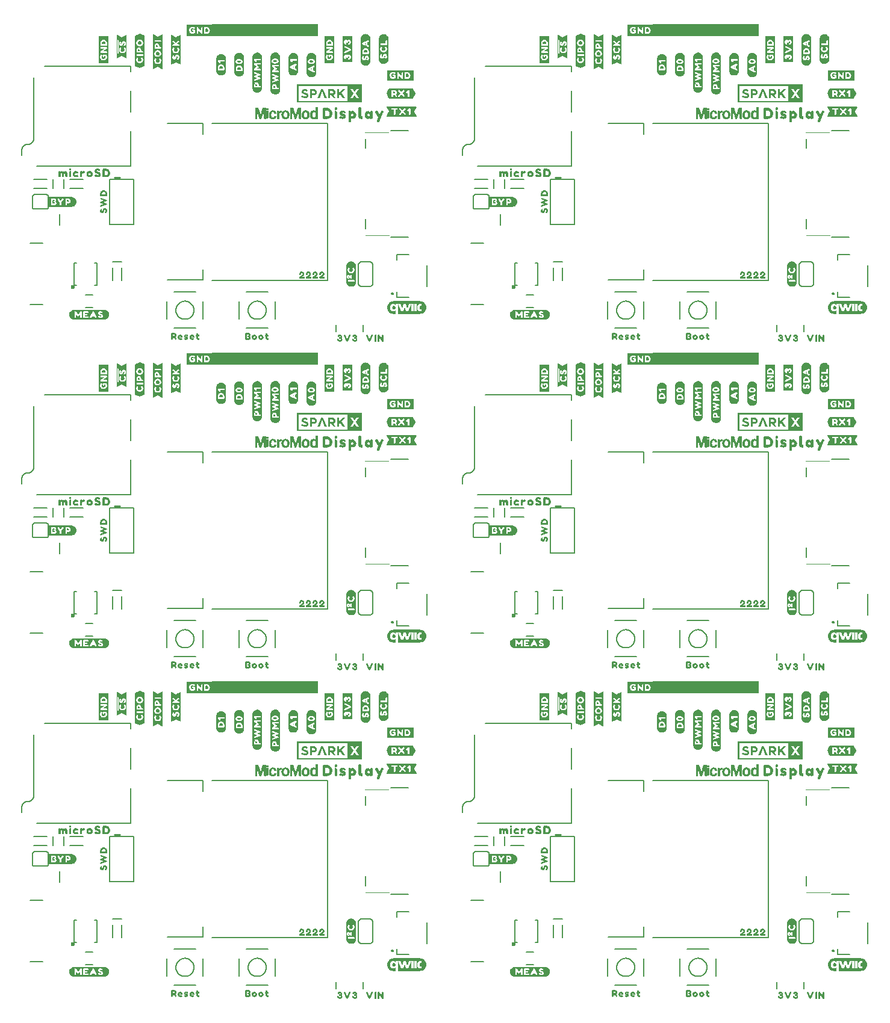
<source format=gto>
G04 EAGLE Gerber RS-274X export*
G75*
%MOMM*%
%FSLAX34Y34*%
%LPD*%
%INSilkscreen Top*%
%IPPOS*%
%AMOC8*
5,1,8,0,0,1.08239X$1,22.5*%
G01*
%ADD10R,14.922500X1.651000*%
%ADD11C,0.203200*%
%ADD12R,3.810000X0.254000*%
%ADD13C,0.600000*%
%ADD14C,0.152400*%
%ADD15C,0.254000*%
%ADD16C,0.127000*%
%ADD17C,0.010000*%

G36*
X1110027Y342931D02*
X1110027Y342931D01*
X1110022Y342939D01*
X1110029Y342945D01*
X1110029Y368255D01*
X1109993Y368303D01*
X1109986Y368297D01*
X1109980Y368305D01*
X1018540Y368305D01*
X1018493Y368269D01*
X1018498Y368261D01*
X1018491Y368255D01*
X1018491Y342945D01*
X1018527Y342897D01*
X1018534Y342903D01*
X1018540Y342895D01*
X1109980Y342895D01*
X1110027Y342931D01*
G37*
G36*
X1110027Y805211D02*
X1110027Y805211D01*
X1110022Y805219D01*
X1110029Y805225D01*
X1110029Y830535D01*
X1109993Y830583D01*
X1109986Y830577D01*
X1109980Y830585D01*
X1018540Y830585D01*
X1018493Y830549D01*
X1018498Y830541D01*
X1018491Y830535D01*
X1018491Y805225D01*
X1018527Y805177D01*
X1018534Y805183D01*
X1018540Y805175D01*
X1109980Y805175D01*
X1110027Y805211D01*
G37*
G36*
X490233Y368303D02*
X490233Y368303D01*
X490226Y368297D01*
X490220Y368305D01*
X398780Y368305D01*
X398733Y368269D01*
X398738Y368261D01*
X398731Y368255D01*
X398731Y342945D01*
X398767Y342897D01*
X398774Y342903D01*
X398780Y342895D01*
X490220Y342895D01*
X490267Y342931D01*
X490262Y342939D01*
X490269Y342945D01*
X490269Y368255D01*
X490233Y368303D01*
G37*
G36*
X1110027Y1267491D02*
X1110027Y1267491D01*
X1110022Y1267499D01*
X1110029Y1267505D01*
X1110029Y1292815D01*
X1109993Y1292863D01*
X1109986Y1292857D01*
X1109980Y1292865D01*
X1018540Y1292865D01*
X1018493Y1292829D01*
X1018498Y1292821D01*
X1018491Y1292815D01*
X1018491Y1267505D01*
X1018527Y1267457D01*
X1018534Y1267463D01*
X1018540Y1267455D01*
X1109980Y1267455D01*
X1110027Y1267491D01*
G37*
G36*
X490267Y1267491D02*
X490267Y1267491D01*
X490262Y1267499D01*
X490269Y1267505D01*
X490269Y1292815D01*
X490233Y1292863D01*
X490226Y1292857D01*
X490220Y1292865D01*
X398780Y1292865D01*
X398733Y1292829D01*
X398738Y1292821D01*
X398731Y1292815D01*
X398731Y1267505D01*
X398767Y1267457D01*
X398774Y1267463D01*
X398780Y1267455D01*
X490220Y1267455D01*
X490267Y1267491D01*
G37*
G36*
X490267Y805211D02*
X490267Y805211D01*
X490262Y805219D01*
X490269Y805225D01*
X490269Y830535D01*
X490233Y830583D01*
X490226Y830577D01*
X490220Y830585D01*
X398780Y830585D01*
X398733Y830549D01*
X398738Y830541D01*
X398731Y830535D01*
X398731Y805225D01*
X398767Y805177D01*
X398774Y805183D01*
X398780Y805175D01*
X490220Y805175D01*
X490267Y805211D01*
G37*
%LPC*%
G36*
X401179Y807624D02*
X401179Y807624D01*
X401179Y828136D01*
X469743Y828136D01*
X469743Y807624D01*
X401179Y807624D01*
G37*
%LPD*%
%LPC*%
G36*
X1020939Y807624D02*
X1020939Y807624D01*
X1020939Y828136D01*
X1089503Y828136D01*
X1089503Y807624D01*
X1020939Y807624D01*
G37*
%LPD*%
%LPC*%
G36*
X1020939Y345344D02*
X1020939Y345344D01*
X1020939Y365856D01*
X1089503Y365856D01*
X1089503Y345344D01*
X1020939Y345344D01*
G37*
%LPD*%
%LPC*%
G36*
X1020939Y1269904D02*
X1020939Y1269904D01*
X1020939Y1290416D01*
X1089503Y1290416D01*
X1089503Y1269904D01*
X1020939Y1269904D01*
G37*
%LPD*%
%LPC*%
G36*
X401179Y345344D02*
X401179Y345344D01*
X401179Y365856D01*
X469743Y365856D01*
X469743Y345344D01*
X401179Y345344D01*
G37*
%LPD*%
%LPC*%
G36*
X401179Y1269904D02*
X401179Y1269904D01*
X401179Y1290416D01*
X469743Y1290416D01*
X469743Y1269904D01*
X401179Y1269904D01*
G37*
%LPD*%
G36*
X1157048Y970167D02*
X1157048Y970167D01*
X1157069Y970170D01*
X1157078Y970187D01*
X1157087Y970193D01*
X1157085Y970202D01*
X1157092Y970216D01*
X1157108Y970603D01*
X1157107Y970604D01*
X1157108Y970605D01*
X1157108Y974840D01*
X1157108Y974841D01*
X1157098Y975234D01*
X1157091Y975245D01*
X1157093Y975258D01*
X1157073Y975271D01*
X1157060Y975291D01*
X1157047Y975288D01*
X1157036Y975296D01*
X1157002Y975281D01*
X1156993Y975279D01*
X1156992Y975276D01*
X1156989Y975275D01*
X1156558Y974789D01*
X1156155Y974462D01*
X1155708Y974199D01*
X1155223Y974014D01*
X1154716Y973897D01*
X1154198Y973844D01*
X1153677Y973865D01*
X1153156Y973914D01*
X1152649Y974033D01*
X1152150Y974185D01*
X1151687Y974423D01*
X1151237Y974684D01*
X1150849Y975032D01*
X1150484Y975402D01*
X1150179Y975825D01*
X1149918Y976275D01*
X1149702Y976751D01*
X1149542Y977247D01*
X1149416Y977756D01*
X1149343Y978273D01*
X1149303Y978796D01*
X1149298Y979320D01*
X1149338Y979843D01*
X1149405Y980361D01*
X1149531Y980870D01*
X1149688Y981367D01*
X1149905Y981842D01*
X1150167Y982291D01*
X1150474Y982712D01*
X1150842Y983080D01*
X1151231Y983426D01*
X1151686Y983679D01*
X1152154Y983906D01*
X1152653Y984058D01*
X1153163Y984163D01*
X1153684Y984211D01*
X1154205Y984220D01*
X1154723Y984161D01*
X1155228Y984037D01*
X1155711Y983846D01*
X1156158Y983582D01*
X1156562Y983260D01*
X1156992Y982712D01*
X1157007Y982707D01*
X1157015Y982694D01*
X1157037Y982697D01*
X1157057Y982690D01*
X1157067Y982701D01*
X1157083Y982703D01*
X1157095Y982731D01*
X1157103Y982739D01*
X1157102Y982745D01*
X1157105Y982750D01*
X1157108Y983250D01*
X1157108Y983779D01*
X1157111Y984121D01*
X1160346Y984121D01*
X1160347Y984121D01*
X1160364Y984121D01*
X1160364Y970503D01*
X1160365Y970501D01*
X1160365Y970499D01*
X1160381Y970215D01*
X1160394Y970198D01*
X1160397Y970177D01*
X1160415Y970169D01*
X1160422Y970160D01*
X1160431Y970162D01*
X1160444Y970156D01*
X1191372Y970156D01*
X1191375Y970158D01*
X1191378Y970156D01*
X1192959Y970307D01*
X1192961Y970309D01*
X1192964Y970308D01*
X1193482Y970405D01*
X1193485Y970408D01*
X1193489Y970407D01*
X1195001Y970889D01*
X1195005Y970893D01*
X1195012Y970894D01*
X1196408Y971651D01*
X1196410Y971656D01*
X1196417Y971658D01*
X1197650Y972657D01*
X1197651Y972660D01*
X1197656Y972662D01*
X1198019Y973044D01*
X1198020Y973046D01*
X1198022Y973047D01*
X1198696Y973864D01*
X1198696Y973866D01*
X1198699Y973868D01*
X1199002Y974299D01*
X1199002Y974302D01*
X1199006Y974305D01*
X1199750Y975707D01*
X1199750Y975712D01*
X1199751Y975713D01*
X1199753Y975715D01*
X1199753Y975716D01*
X1199755Y975717D01*
X1200225Y977234D01*
X1200224Y977239D01*
X1200228Y977244D01*
X1200298Y977767D01*
X1200298Y977768D01*
X1200298Y977769D01*
X1200404Y978823D01*
X1200403Y978825D01*
X1200405Y978828D01*
X1200413Y979355D01*
X1200411Y979357D01*
X1200413Y979362D01*
X1200253Y980942D01*
X1200249Y980946D01*
X1200250Y980954D01*
X1199779Y982470D01*
X1199776Y982473D01*
X1199776Y982478D01*
X1199553Y982956D01*
X1199551Y982957D01*
X1199551Y982959D01*
X1199046Y983890D01*
X1199044Y983891D01*
X1199043Y983894D01*
X1198753Y984334D01*
X1198751Y984335D01*
X1198749Y984340D01*
X1198076Y985156D01*
X1198074Y985156D01*
X1198074Y985158D01*
X1198041Y985194D01*
X1197985Y985257D01*
X1197929Y985320D01*
X1197873Y985383D01*
X1197817Y985445D01*
X1197761Y985508D01*
X1197722Y985551D01*
X1197718Y985552D01*
X1197715Y985558D01*
X1196490Y986568D01*
X1196485Y986569D01*
X1196480Y986575D01*
X1195086Y987334D01*
X1195082Y987334D01*
X1195078Y987338D01*
X1194583Y987521D01*
X1194582Y987521D01*
X1194580Y987522D01*
X1193569Y987836D01*
X1193567Y987836D01*
X1193564Y987838D01*
X1193050Y987952D01*
X1193047Y987950D01*
X1193043Y987953D01*
X1191989Y988059D01*
X1191464Y988112D01*
X1191461Y988111D01*
X1191457Y988112D01*
X1154406Y988112D01*
X1154404Y988111D01*
X1154400Y988112D01*
X1152820Y987964D01*
X1152818Y987963D01*
X1152815Y987964D01*
X1152296Y987873D01*
X1152293Y987870D01*
X1152288Y987871D01*
X1150773Y987395D01*
X1150770Y987391D01*
X1150762Y987390D01*
X1149367Y986633D01*
X1149365Y986629D01*
X1149359Y986627D01*
X1148939Y986307D01*
X1148939Y986306D01*
X1148937Y986306D01*
X1148121Y985632D01*
X1148120Y985629D01*
X1148116Y985628D01*
X1147748Y985250D01*
X1147747Y985248D01*
X1147744Y985246D01*
X1147071Y984430D01*
X1147070Y984428D01*
X1147068Y984426D01*
X1146760Y983999D01*
X1146759Y983995D01*
X1146755Y983992D01*
X1146005Y982593D01*
X1146006Y982588D01*
X1146001Y982582D01*
X1145530Y981066D01*
X1145531Y981061D01*
X1145528Y981056D01*
X1145451Y980534D01*
X1145452Y980533D01*
X1145451Y980531D01*
X1145344Y979478D01*
X1145345Y979476D01*
X1145344Y979474D01*
X1145329Y978947D01*
X1145331Y978944D01*
X1145329Y978939D01*
X1145489Y977359D01*
X1145492Y977355D01*
X1145491Y977347D01*
X1145956Y975829D01*
X1145959Y975827D01*
X1145959Y975822D01*
X1146177Y975342D01*
X1146179Y975341D01*
X1146179Y975338D01*
X1146684Y974408D01*
X1146686Y974406D01*
X1146686Y974404D01*
X1146971Y973960D01*
X1146974Y973958D01*
X1146976Y973954D01*
X1146985Y973942D01*
X1147038Y973880D01*
X1147091Y973817D01*
X1147249Y973629D01*
X1147302Y973566D01*
X1147355Y973503D01*
X1147407Y973440D01*
X1147460Y973378D01*
X1147513Y973315D01*
X1147671Y973127D01*
X1147724Y973064D01*
X1147777Y973001D01*
X1147830Y972938D01*
X1147882Y972876D01*
X1147997Y972739D01*
X1148002Y972738D01*
X1148005Y972731D01*
X1149230Y971721D01*
X1149235Y971720D01*
X1149240Y971714D01*
X1150630Y970950D01*
X1150634Y970950D01*
X1150638Y970946D01*
X1151130Y970757D01*
X1151132Y970757D01*
X1151134Y970755D01*
X1152145Y970442D01*
X1152147Y970442D01*
X1152149Y970440D01*
X1152662Y970320D01*
X1152666Y970321D01*
X1152670Y970319D01*
X1154250Y970159D01*
X1154253Y970161D01*
X1154256Y970159D01*
X1157030Y970156D01*
X1157048Y970167D01*
G37*
G36*
X537288Y970167D02*
X537288Y970167D01*
X537309Y970170D01*
X537318Y970187D01*
X537327Y970193D01*
X537325Y970202D01*
X537332Y970216D01*
X537348Y970603D01*
X537347Y970604D01*
X537348Y970605D01*
X537348Y974840D01*
X537348Y974841D01*
X537338Y975234D01*
X537331Y975245D01*
X537333Y975258D01*
X537313Y975271D01*
X537300Y975291D01*
X537287Y975288D01*
X537276Y975296D01*
X537242Y975281D01*
X537233Y975279D01*
X537232Y975276D01*
X537229Y975275D01*
X536798Y974789D01*
X536395Y974462D01*
X535948Y974199D01*
X535463Y974014D01*
X534956Y973897D01*
X534438Y973844D01*
X533917Y973865D01*
X533396Y973914D01*
X532889Y974033D01*
X532390Y974185D01*
X531927Y974423D01*
X531477Y974684D01*
X531089Y975032D01*
X530724Y975402D01*
X530419Y975825D01*
X530158Y976275D01*
X529942Y976751D01*
X529782Y977247D01*
X529656Y977756D01*
X529583Y978273D01*
X529543Y978796D01*
X529538Y979320D01*
X529578Y979843D01*
X529645Y980361D01*
X529771Y980870D01*
X529928Y981367D01*
X530145Y981842D01*
X530407Y982291D01*
X530714Y982712D01*
X531082Y983080D01*
X531471Y983426D01*
X531926Y983679D01*
X532394Y983906D01*
X532893Y984058D01*
X533403Y984163D01*
X533924Y984211D01*
X534445Y984220D01*
X534963Y984161D01*
X535468Y984037D01*
X535951Y983846D01*
X536398Y983582D01*
X536802Y983260D01*
X537232Y982712D01*
X537247Y982707D01*
X537255Y982694D01*
X537277Y982697D01*
X537297Y982690D01*
X537307Y982701D01*
X537323Y982703D01*
X537335Y982731D01*
X537343Y982739D01*
X537342Y982745D01*
X537345Y982750D01*
X537348Y983250D01*
X537348Y983779D01*
X537351Y984121D01*
X540586Y984121D01*
X540587Y984121D01*
X540604Y984121D01*
X540604Y970503D01*
X540605Y970501D01*
X540605Y970499D01*
X540621Y970215D01*
X540634Y970198D01*
X540637Y970177D01*
X540655Y970169D01*
X540662Y970160D01*
X540671Y970162D01*
X540684Y970156D01*
X571612Y970156D01*
X571615Y970158D01*
X571618Y970156D01*
X573199Y970307D01*
X573201Y970309D01*
X573204Y970308D01*
X573722Y970405D01*
X573725Y970408D01*
X573729Y970407D01*
X575241Y970889D01*
X575245Y970893D01*
X575252Y970894D01*
X576648Y971651D01*
X576650Y971656D01*
X576657Y971658D01*
X577890Y972657D01*
X577891Y972660D01*
X577896Y972662D01*
X578259Y973044D01*
X578260Y973046D01*
X578262Y973047D01*
X578936Y973864D01*
X578936Y973866D01*
X578939Y973868D01*
X579242Y974299D01*
X579242Y974302D01*
X579246Y974305D01*
X579990Y975707D01*
X579990Y975712D01*
X579991Y975713D01*
X579993Y975715D01*
X579993Y975716D01*
X579995Y975717D01*
X580465Y977234D01*
X580464Y977239D01*
X580468Y977244D01*
X580538Y977767D01*
X580538Y977768D01*
X580538Y977769D01*
X580644Y978823D01*
X580643Y978825D01*
X580645Y978828D01*
X580653Y979355D01*
X580651Y979357D01*
X580653Y979362D01*
X580493Y980942D01*
X580489Y980946D01*
X580490Y980954D01*
X580019Y982470D01*
X580016Y982473D01*
X580016Y982478D01*
X579793Y982956D01*
X579791Y982957D01*
X579791Y982959D01*
X579286Y983890D01*
X579284Y983891D01*
X579283Y983894D01*
X578993Y984334D01*
X578991Y984335D01*
X578989Y984340D01*
X578316Y985156D01*
X578314Y985156D01*
X578314Y985158D01*
X578281Y985194D01*
X578225Y985257D01*
X578169Y985320D01*
X578113Y985383D01*
X578057Y985445D01*
X578001Y985508D01*
X577962Y985551D01*
X577958Y985552D01*
X577955Y985558D01*
X576730Y986568D01*
X576725Y986569D01*
X576720Y986575D01*
X575326Y987334D01*
X575322Y987334D01*
X575318Y987338D01*
X574823Y987521D01*
X574822Y987521D01*
X574820Y987522D01*
X573809Y987836D01*
X573807Y987836D01*
X573804Y987838D01*
X573290Y987952D01*
X573287Y987950D01*
X573283Y987953D01*
X572229Y988059D01*
X571704Y988112D01*
X571701Y988111D01*
X571697Y988112D01*
X534646Y988112D01*
X534644Y988111D01*
X534640Y988112D01*
X533060Y987964D01*
X533058Y987963D01*
X533055Y987964D01*
X532536Y987873D01*
X532533Y987870D01*
X532528Y987871D01*
X531013Y987395D01*
X531010Y987391D01*
X531002Y987390D01*
X529607Y986633D01*
X529605Y986629D01*
X529599Y986627D01*
X529179Y986307D01*
X529179Y986306D01*
X529177Y986306D01*
X528361Y985632D01*
X528360Y985629D01*
X528356Y985628D01*
X527988Y985250D01*
X527987Y985248D01*
X527984Y985246D01*
X527311Y984430D01*
X527310Y984428D01*
X527308Y984426D01*
X527000Y983999D01*
X526999Y983995D01*
X526995Y983992D01*
X526245Y982593D01*
X526246Y982588D01*
X526241Y982582D01*
X525770Y981066D01*
X525771Y981061D01*
X525768Y981056D01*
X525691Y980534D01*
X525692Y980533D01*
X525691Y980531D01*
X525584Y979478D01*
X525585Y979476D01*
X525584Y979474D01*
X525569Y978947D01*
X525571Y978944D01*
X525569Y978939D01*
X525729Y977359D01*
X525732Y977355D01*
X525731Y977347D01*
X526196Y975829D01*
X526199Y975827D01*
X526199Y975822D01*
X526417Y975342D01*
X526419Y975341D01*
X526419Y975338D01*
X526924Y974408D01*
X526926Y974406D01*
X526926Y974404D01*
X527211Y973960D01*
X527214Y973958D01*
X527216Y973954D01*
X527225Y973942D01*
X527278Y973880D01*
X527331Y973817D01*
X527489Y973629D01*
X527542Y973566D01*
X527595Y973503D01*
X527647Y973440D01*
X527700Y973378D01*
X527753Y973315D01*
X527911Y973127D01*
X527964Y973064D01*
X528017Y973001D01*
X528070Y972938D01*
X528122Y972876D01*
X528237Y972739D01*
X528242Y972738D01*
X528245Y972731D01*
X529470Y971721D01*
X529475Y971720D01*
X529480Y971714D01*
X530870Y970950D01*
X530874Y970950D01*
X530878Y970946D01*
X531370Y970757D01*
X531372Y970757D01*
X531374Y970755D01*
X532385Y970442D01*
X532387Y970442D01*
X532389Y970440D01*
X532902Y970320D01*
X532906Y970321D01*
X532910Y970319D01*
X534490Y970159D01*
X534493Y970161D01*
X534496Y970159D01*
X537270Y970156D01*
X537288Y970167D01*
G37*
G36*
X1157048Y507887D02*
X1157048Y507887D01*
X1157069Y507890D01*
X1157078Y507907D01*
X1157087Y507913D01*
X1157085Y507922D01*
X1157092Y507936D01*
X1157108Y508323D01*
X1157107Y508324D01*
X1157108Y508325D01*
X1157108Y512560D01*
X1157108Y512561D01*
X1157098Y512954D01*
X1157091Y512965D01*
X1157093Y512978D01*
X1157073Y512991D01*
X1157060Y513011D01*
X1157047Y513008D01*
X1157036Y513016D01*
X1157002Y513001D01*
X1156993Y512999D01*
X1156992Y512996D01*
X1156989Y512995D01*
X1156558Y512509D01*
X1156155Y512182D01*
X1155708Y511919D01*
X1155223Y511734D01*
X1154716Y511617D01*
X1154198Y511564D01*
X1153677Y511585D01*
X1153156Y511634D01*
X1152649Y511753D01*
X1152150Y511905D01*
X1151687Y512143D01*
X1151237Y512404D01*
X1150849Y512752D01*
X1150484Y513122D01*
X1150179Y513545D01*
X1149918Y513995D01*
X1149702Y514471D01*
X1149542Y514967D01*
X1149416Y515476D01*
X1149343Y515993D01*
X1149303Y516516D01*
X1149298Y517040D01*
X1149338Y517563D01*
X1149405Y518081D01*
X1149531Y518590D01*
X1149688Y519087D01*
X1149905Y519562D01*
X1150167Y520011D01*
X1150474Y520432D01*
X1150842Y520800D01*
X1151231Y521146D01*
X1151686Y521399D01*
X1152154Y521626D01*
X1152653Y521778D01*
X1153163Y521883D01*
X1153684Y521931D01*
X1154205Y521940D01*
X1154723Y521881D01*
X1155228Y521757D01*
X1155711Y521566D01*
X1156158Y521302D01*
X1156562Y520980D01*
X1156992Y520432D01*
X1157007Y520427D01*
X1157015Y520414D01*
X1157037Y520417D01*
X1157057Y520410D01*
X1157067Y520421D01*
X1157083Y520423D01*
X1157095Y520451D01*
X1157103Y520459D01*
X1157102Y520465D01*
X1157105Y520470D01*
X1157108Y520970D01*
X1157108Y521499D01*
X1157111Y521841D01*
X1160346Y521841D01*
X1160347Y521841D01*
X1160364Y521841D01*
X1160364Y508223D01*
X1160365Y508221D01*
X1160365Y508219D01*
X1160381Y507935D01*
X1160394Y507918D01*
X1160397Y507897D01*
X1160415Y507889D01*
X1160422Y507880D01*
X1160431Y507882D01*
X1160444Y507876D01*
X1191372Y507876D01*
X1191375Y507878D01*
X1191378Y507876D01*
X1192959Y508027D01*
X1192961Y508029D01*
X1192964Y508028D01*
X1193482Y508125D01*
X1193485Y508128D01*
X1193489Y508127D01*
X1195001Y508609D01*
X1195005Y508613D01*
X1195012Y508614D01*
X1196408Y509371D01*
X1196410Y509376D01*
X1196417Y509378D01*
X1197650Y510377D01*
X1197651Y510380D01*
X1197656Y510382D01*
X1198019Y510764D01*
X1198020Y510766D01*
X1198022Y510767D01*
X1198696Y511584D01*
X1198696Y511586D01*
X1198699Y511588D01*
X1199002Y512019D01*
X1199002Y512022D01*
X1199006Y512025D01*
X1199750Y513427D01*
X1199750Y513432D01*
X1199751Y513433D01*
X1199753Y513435D01*
X1199753Y513436D01*
X1199755Y513437D01*
X1200225Y514954D01*
X1200224Y514959D01*
X1200228Y514964D01*
X1200298Y515487D01*
X1200298Y515488D01*
X1200298Y515489D01*
X1200404Y516543D01*
X1200403Y516545D01*
X1200405Y516548D01*
X1200413Y517075D01*
X1200411Y517077D01*
X1200413Y517082D01*
X1200253Y518662D01*
X1200249Y518666D01*
X1200250Y518674D01*
X1199779Y520190D01*
X1199776Y520193D01*
X1199776Y520198D01*
X1199553Y520676D01*
X1199551Y520677D01*
X1199551Y520679D01*
X1199046Y521610D01*
X1199044Y521611D01*
X1199043Y521614D01*
X1198753Y522054D01*
X1198751Y522055D01*
X1198749Y522060D01*
X1198076Y522876D01*
X1198074Y522876D01*
X1198074Y522878D01*
X1198041Y522914D01*
X1197985Y522977D01*
X1197929Y523040D01*
X1197873Y523103D01*
X1197817Y523165D01*
X1197761Y523228D01*
X1197722Y523271D01*
X1197718Y523272D01*
X1197715Y523278D01*
X1196490Y524288D01*
X1196485Y524289D01*
X1196480Y524295D01*
X1195086Y525054D01*
X1195082Y525054D01*
X1195078Y525058D01*
X1194583Y525241D01*
X1194582Y525241D01*
X1194580Y525242D01*
X1193569Y525556D01*
X1193567Y525556D01*
X1193564Y525558D01*
X1193050Y525672D01*
X1193047Y525670D01*
X1193043Y525673D01*
X1191989Y525779D01*
X1191464Y525832D01*
X1191461Y525831D01*
X1191457Y525832D01*
X1154406Y525832D01*
X1154404Y525831D01*
X1154400Y525832D01*
X1152820Y525684D01*
X1152818Y525683D01*
X1152815Y525684D01*
X1152296Y525593D01*
X1152293Y525590D01*
X1152288Y525591D01*
X1150773Y525115D01*
X1150770Y525111D01*
X1150762Y525110D01*
X1149367Y524353D01*
X1149365Y524349D01*
X1149359Y524347D01*
X1148939Y524027D01*
X1148939Y524026D01*
X1148937Y524026D01*
X1148121Y523352D01*
X1148120Y523349D01*
X1148116Y523348D01*
X1147748Y522970D01*
X1147747Y522968D01*
X1147744Y522966D01*
X1147071Y522150D01*
X1147070Y522148D01*
X1147068Y522146D01*
X1146760Y521719D01*
X1146759Y521715D01*
X1146755Y521712D01*
X1146005Y520313D01*
X1146006Y520308D01*
X1146001Y520302D01*
X1145530Y518786D01*
X1145531Y518781D01*
X1145528Y518776D01*
X1145451Y518254D01*
X1145452Y518253D01*
X1145451Y518251D01*
X1145344Y517198D01*
X1145345Y517196D01*
X1145344Y517194D01*
X1145329Y516667D01*
X1145331Y516664D01*
X1145329Y516659D01*
X1145489Y515079D01*
X1145492Y515075D01*
X1145491Y515067D01*
X1145956Y513549D01*
X1145959Y513547D01*
X1145959Y513542D01*
X1146177Y513062D01*
X1146179Y513061D01*
X1146179Y513058D01*
X1146684Y512128D01*
X1146686Y512126D01*
X1146686Y512124D01*
X1146971Y511680D01*
X1146974Y511678D01*
X1146976Y511674D01*
X1146985Y511662D01*
X1147038Y511600D01*
X1147091Y511537D01*
X1147249Y511349D01*
X1147302Y511286D01*
X1147355Y511223D01*
X1147407Y511160D01*
X1147460Y511098D01*
X1147513Y511035D01*
X1147671Y510847D01*
X1147724Y510784D01*
X1147777Y510721D01*
X1147830Y510658D01*
X1147882Y510596D01*
X1147997Y510459D01*
X1148002Y510458D01*
X1148005Y510451D01*
X1149230Y509441D01*
X1149235Y509440D01*
X1149240Y509434D01*
X1150630Y508670D01*
X1150634Y508670D01*
X1150638Y508666D01*
X1151130Y508477D01*
X1151132Y508477D01*
X1151134Y508475D01*
X1152145Y508162D01*
X1152147Y508162D01*
X1152149Y508160D01*
X1152662Y508040D01*
X1152666Y508041D01*
X1152670Y508039D01*
X1154250Y507879D01*
X1154253Y507881D01*
X1154256Y507879D01*
X1157030Y507876D01*
X1157048Y507887D01*
G37*
G36*
X537288Y45607D02*
X537288Y45607D01*
X537309Y45610D01*
X537318Y45627D01*
X537327Y45633D01*
X537325Y45642D01*
X537332Y45656D01*
X537348Y46043D01*
X537347Y46044D01*
X537348Y46045D01*
X537348Y50280D01*
X537348Y50281D01*
X537338Y50674D01*
X537331Y50685D01*
X537333Y50698D01*
X537313Y50711D01*
X537300Y50731D01*
X537287Y50728D01*
X537276Y50736D01*
X537242Y50721D01*
X537233Y50719D01*
X537232Y50716D01*
X537229Y50715D01*
X536798Y50229D01*
X536395Y49902D01*
X535948Y49639D01*
X535463Y49454D01*
X534956Y49337D01*
X534438Y49284D01*
X533917Y49305D01*
X533396Y49354D01*
X532889Y49473D01*
X532390Y49625D01*
X531927Y49863D01*
X531477Y50124D01*
X531089Y50472D01*
X530724Y50842D01*
X530419Y51265D01*
X530158Y51715D01*
X529942Y52191D01*
X529782Y52687D01*
X529656Y53196D01*
X529583Y53713D01*
X529543Y54236D01*
X529538Y54760D01*
X529578Y55283D01*
X529645Y55801D01*
X529771Y56310D01*
X529928Y56807D01*
X530145Y57282D01*
X530407Y57731D01*
X530714Y58152D01*
X531082Y58520D01*
X531471Y58866D01*
X531926Y59119D01*
X532394Y59346D01*
X532893Y59498D01*
X533403Y59603D01*
X533924Y59651D01*
X534445Y59660D01*
X534963Y59601D01*
X535468Y59477D01*
X535951Y59286D01*
X536398Y59022D01*
X536802Y58700D01*
X537232Y58152D01*
X537247Y58147D01*
X537255Y58134D01*
X537277Y58137D01*
X537297Y58130D01*
X537307Y58141D01*
X537323Y58143D01*
X537335Y58171D01*
X537343Y58179D01*
X537342Y58185D01*
X537345Y58190D01*
X537348Y58690D01*
X537348Y59219D01*
X537351Y59561D01*
X540586Y59561D01*
X540587Y59561D01*
X540604Y59561D01*
X540604Y45943D01*
X540605Y45941D01*
X540605Y45939D01*
X540621Y45655D01*
X540634Y45638D01*
X540637Y45617D01*
X540655Y45609D01*
X540662Y45600D01*
X540671Y45602D01*
X540684Y45596D01*
X571612Y45596D01*
X571615Y45598D01*
X571618Y45596D01*
X573199Y45747D01*
X573201Y45749D01*
X573204Y45748D01*
X573722Y45845D01*
X573725Y45848D01*
X573729Y45847D01*
X575241Y46329D01*
X575245Y46333D01*
X575252Y46334D01*
X576648Y47091D01*
X576650Y47096D01*
X576657Y47098D01*
X577890Y48097D01*
X577891Y48100D01*
X577896Y48102D01*
X578259Y48484D01*
X578260Y48486D01*
X578262Y48487D01*
X578936Y49304D01*
X578936Y49306D01*
X578939Y49308D01*
X579242Y49739D01*
X579242Y49742D01*
X579246Y49745D01*
X579990Y51147D01*
X579990Y51152D01*
X579991Y51153D01*
X579993Y51155D01*
X579993Y51156D01*
X579995Y51157D01*
X580465Y52674D01*
X580464Y52679D01*
X580468Y52684D01*
X580538Y53207D01*
X580538Y53208D01*
X580538Y53209D01*
X580644Y54263D01*
X580643Y54265D01*
X580645Y54268D01*
X580653Y54795D01*
X580651Y54797D01*
X580653Y54802D01*
X580493Y56382D01*
X580489Y56386D01*
X580490Y56394D01*
X580019Y57910D01*
X580016Y57913D01*
X580016Y57918D01*
X579793Y58396D01*
X579791Y58397D01*
X579791Y58399D01*
X579286Y59330D01*
X579284Y59331D01*
X579283Y59334D01*
X578993Y59774D01*
X578991Y59775D01*
X578989Y59780D01*
X578316Y60596D01*
X578314Y60596D01*
X578314Y60598D01*
X578281Y60634D01*
X578225Y60697D01*
X578169Y60760D01*
X578113Y60823D01*
X578057Y60885D01*
X578001Y60948D01*
X577962Y60991D01*
X577958Y60992D01*
X577955Y60998D01*
X576730Y62008D01*
X576725Y62009D01*
X576720Y62015D01*
X575326Y62774D01*
X575322Y62774D01*
X575318Y62778D01*
X574823Y62961D01*
X574822Y62961D01*
X574820Y62962D01*
X573809Y63276D01*
X573807Y63276D01*
X573804Y63278D01*
X573290Y63392D01*
X573287Y63390D01*
X573283Y63393D01*
X572229Y63499D01*
X571704Y63552D01*
X571701Y63551D01*
X571697Y63552D01*
X534646Y63552D01*
X534644Y63551D01*
X534640Y63552D01*
X533060Y63404D01*
X533058Y63403D01*
X533055Y63404D01*
X532536Y63313D01*
X532533Y63310D01*
X532528Y63311D01*
X531013Y62835D01*
X531010Y62831D01*
X531002Y62830D01*
X529607Y62073D01*
X529605Y62069D01*
X529599Y62067D01*
X529179Y61747D01*
X529179Y61746D01*
X529177Y61746D01*
X528361Y61072D01*
X528360Y61069D01*
X528356Y61068D01*
X527988Y60690D01*
X527987Y60688D01*
X527984Y60686D01*
X527311Y59870D01*
X527310Y59868D01*
X527308Y59866D01*
X527000Y59439D01*
X526999Y59435D01*
X526995Y59432D01*
X526245Y58033D01*
X526246Y58028D01*
X526241Y58022D01*
X525770Y56506D01*
X525771Y56501D01*
X525768Y56496D01*
X525691Y55974D01*
X525692Y55973D01*
X525691Y55971D01*
X525584Y54918D01*
X525585Y54916D01*
X525584Y54914D01*
X525569Y54387D01*
X525571Y54384D01*
X525569Y54379D01*
X525729Y52799D01*
X525732Y52795D01*
X525731Y52787D01*
X526196Y51269D01*
X526199Y51267D01*
X526199Y51262D01*
X526417Y50782D01*
X526419Y50781D01*
X526419Y50778D01*
X526924Y49848D01*
X526926Y49846D01*
X526926Y49844D01*
X527211Y49400D01*
X527214Y49398D01*
X527216Y49394D01*
X527225Y49382D01*
X527278Y49320D01*
X527331Y49257D01*
X527489Y49069D01*
X527542Y49006D01*
X527595Y48943D01*
X527647Y48880D01*
X527700Y48818D01*
X527753Y48755D01*
X527911Y48567D01*
X527964Y48504D01*
X528017Y48441D01*
X528070Y48378D01*
X528122Y48316D01*
X528237Y48179D01*
X528242Y48178D01*
X528245Y48171D01*
X529470Y47161D01*
X529475Y47160D01*
X529480Y47154D01*
X530870Y46390D01*
X530874Y46390D01*
X530878Y46386D01*
X531370Y46197D01*
X531372Y46197D01*
X531374Y46195D01*
X532385Y45882D01*
X532387Y45882D01*
X532389Y45880D01*
X532902Y45760D01*
X532906Y45761D01*
X532910Y45759D01*
X534490Y45599D01*
X534493Y45601D01*
X534496Y45599D01*
X537270Y45596D01*
X537288Y45607D01*
G37*
G36*
X1157048Y45607D02*
X1157048Y45607D01*
X1157069Y45610D01*
X1157078Y45627D01*
X1157087Y45633D01*
X1157085Y45642D01*
X1157092Y45656D01*
X1157108Y46043D01*
X1157107Y46044D01*
X1157108Y46045D01*
X1157108Y50280D01*
X1157108Y50281D01*
X1157098Y50674D01*
X1157091Y50685D01*
X1157093Y50698D01*
X1157073Y50711D01*
X1157060Y50731D01*
X1157047Y50728D01*
X1157036Y50736D01*
X1157002Y50721D01*
X1156993Y50719D01*
X1156992Y50716D01*
X1156989Y50715D01*
X1156558Y50229D01*
X1156155Y49902D01*
X1155708Y49639D01*
X1155223Y49454D01*
X1154716Y49337D01*
X1154198Y49284D01*
X1153677Y49305D01*
X1153156Y49354D01*
X1152649Y49473D01*
X1152150Y49625D01*
X1151687Y49863D01*
X1151237Y50124D01*
X1150849Y50472D01*
X1150484Y50842D01*
X1150179Y51265D01*
X1149918Y51715D01*
X1149702Y52191D01*
X1149542Y52687D01*
X1149416Y53196D01*
X1149343Y53713D01*
X1149303Y54236D01*
X1149298Y54760D01*
X1149338Y55283D01*
X1149405Y55801D01*
X1149531Y56310D01*
X1149688Y56807D01*
X1149905Y57282D01*
X1150167Y57731D01*
X1150474Y58152D01*
X1150842Y58520D01*
X1151231Y58866D01*
X1151686Y59119D01*
X1152154Y59346D01*
X1152653Y59498D01*
X1153163Y59603D01*
X1153684Y59651D01*
X1154205Y59660D01*
X1154723Y59601D01*
X1155228Y59477D01*
X1155711Y59286D01*
X1156158Y59022D01*
X1156562Y58700D01*
X1156992Y58152D01*
X1157007Y58147D01*
X1157015Y58134D01*
X1157037Y58137D01*
X1157057Y58130D01*
X1157067Y58141D01*
X1157083Y58143D01*
X1157095Y58171D01*
X1157103Y58179D01*
X1157102Y58185D01*
X1157105Y58190D01*
X1157108Y58690D01*
X1157108Y59219D01*
X1157111Y59561D01*
X1160346Y59561D01*
X1160347Y59561D01*
X1160364Y59561D01*
X1160364Y45943D01*
X1160365Y45941D01*
X1160365Y45939D01*
X1160381Y45655D01*
X1160394Y45638D01*
X1160397Y45617D01*
X1160415Y45609D01*
X1160422Y45600D01*
X1160431Y45602D01*
X1160444Y45596D01*
X1191372Y45596D01*
X1191375Y45598D01*
X1191378Y45596D01*
X1192959Y45747D01*
X1192961Y45749D01*
X1192964Y45748D01*
X1193482Y45845D01*
X1193485Y45848D01*
X1193489Y45847D01*
X1195001Y46329D01*
X1195005Y46333D01*
X1195012Y46334D01*
X1196408Y47091D01*
X1196410Y47096D01*
X1196417Y47098D01*
X1197650Y48097D01*
X1197651Y48100D01*
X1197656Y48102D01*
X1198019Y48484D01*
X1198020Y48486D01*
X1198022Y48487D01*
X1198696Y49304D01*
X1198696Y49306D01*
X1198699Y49308D01*
X1199002Y49739D01*
X1199002Y49742D01*
X1199006Y49745D01*
X1199750Y51147D01*
X1199750Y51152D01*
X1199751Y51153D01*
X1199753Y51155D01*
X1199753Y51156D01*
X1199755Y51157D01*
X1200225Y52674D01*
X1200224Y52679D01*
X1200228Y52684D01*
X1200298Y53207D01*
X1200298Y53208D01*
X1200298Y53209D01*
X1200404Y54263D01*
X1200403Y54265D01*
X1200405Y54268D01*
X1200413Y54795D01*
X1200411Y54797D01*
X1200413Y54802D01*
X1200253Y56382D01*
X1200249Y56386D01*
X1200250Y56394D01*
X1199779Y57910D01*
X1199776Y57913D01*
X1199776Y57918D01*
X1199553Y58396D01*
X1199551Y58397D01*
X1199551Y58399D01*
X1199046Y59330D01*
X1199044Y59331D01*
X1199043Y59334D01*
X1198753Y59774D01*
X1198751Y59775D01*
X1198749Y59780D01*
X1198076Y60596D01*
X1198074Y60596D01*
X1198074Y60598D01*
X1198041Y60634D01*
X1197985Y60697D01*
X1197929Y60760D01*
X1197873Y60823D01*
X1197817Y60885D01*
X1197761Y60948D01*
X1197722Y60991D01*
X1197718Y60992D01*
X1197715Y60998D01*
X1196490Y62008D01*
X1196485Y62009D01*
X1196480Y62015D01*
X1195086Y62774D01*
X1195082Y62774D01*
X1195078Y62778D01*
X1194583Y62961D01*
X1194582Y62961D01*
X1194580Y62962D01*
X1193569Y63276D01*
X1193567Y63276D01*
X1193564Y63278D01*
X1193050Y63392D01*
X1193047Y63390D01*
X1193043Y63393D01*
X1191989Y63499D01*
X1191464Y63552D01*
X1191461Y63551D01*
X1191457Y63552D01*
X1154406Y63552D01*
X1154404Y63551D01*
X1154400Y63552D01*
X1152820Y63404D01*
X1152818Y63403D01*
X1152815Y63404D01*
X1152296Y63313D01*
X1152293Y63310D01*
X1152288Y63311D01*
X1150773Y62835D01*
X1150770Y62831D01*
X1150762Y62830D01*
X1149367Y62073D01*
X1149365Y62069D01*
X1149359Y62067D01*
X1148939Y61747D01*
X1148939Y61746D01*
X1148937Y61746D01*
X1148121Y61072D01*
X1148120Y61069D01*
X1148116Y61068D01*
X1147748Y60690D01*
X1147747Y60688D01*
X1147744Y60686D01*
X1147071Y59870D01*
X1147070Y59868D01*
X1147068Y59866D01*
X1146760Y59439D01*
X1146759Y59435D01*
X1146755Y59432D01*
X1146005Y58033D01*
X1146006Y58028D01*
X1146001Y58022D01*
X1145530Y56506D01*
X1145531Y56501D01*
X1145528Y56496D01*
X1145451Y55974D01*
X1145452Y55973D01*
X1145451Y55971D01*
X1145344Y54918D01*
X1145345Y54916D01*
X1145344Y54914D01*
X1145329Y54387D01*
X1145331Y54384D01*
X1145329Y54379D01*
X1145489Y52799D01*
X1145492Y52795D01*
X1145491Y52787D01*
X1145956Y51269D01*
X1145959Y51267D01*
X1145959Y51262D01*
X1146177Y50782D01*
X1146179Y50781D01*
X1146179Y50778D01*
X1146684Y49848D01*
X1146686Y49846D01*
X1146686Y49844D01*
X1146971Y49400D01*
X1146974Y49398D01*
X1146976Y49394D01*
X1146985Y49382D01*
X1147038Y49320D01*
X1147091Y49257D01*
X1147249Y49069D01*
X1147302Y49006D01*
X1147355Y48943D01*
X1147407Y48880D01*
X1147460Y48818D01*
X1147513Y48755D01*
X1147671Y48567D01*
X1147724Y48504D01*
X1147777Y48441D01*
X1147830Y48378D01*
X1147882Y48316D01*
X1147997Y48179D01*
X1148002Y48178D01*
X1148005Y48171D01*
X1149230Y47161D01*
X1149235Y47160D01*
X1149240Y47154D01*
X1150630Y46390D01*
X1150634Y46390D01*
X1150638Y46386D01*
X1151130Y46197D01*
X1151132Y46197D01*
X1151134Y46195D01*
X1152145Y45882D01*
X1152147Y45882D01*
X1152149Y45880D01*
X1152662Y45760D01*
X1152666Y45761D01*
X1152670Y45759D01*
X1154250Y45599D01*
X1154253Y45601D01*
X1154256Y45599D01*
X1157030Y45596D01*
X1157048Y45607D01*
G37*
G36*
X537288Y507887D02*
X537288Y507887D01*
X537309Y507890D01*
X537318Y507907D01*
X537327Y507913D01*
X537325Y507922D01*
X537332Y507936D01*
X537348Y508323D01*
X537347Y508324D01*
X537348Y508325D01*
X537348Y512560D01*
X537348Y512561D01*
X537338Y512954D01*
X537331Y512965D01*
X537333Y512978D01*
X537313Y512991D01*
X537300Y513011D01*
X537287Y513008D01*
X537276Y513016D01*
X537242Y513001D01*
X537233Y512999D01*
X537232Y512996D01*
X537229Y512995D01*
X536798Y512509D01*
X536395Y512182D01*
X535948Y511919D01*
X535463Y511734D01*
X534956Y511617D01*
X534438Y511564D01*
X533917Y511585D01*
X533396Y511634D01*
X532889Y511753D01*
X532390Y511905D01*
X531927Y512143D01*
X531477Y512404D01*
X531089Y512752D01*
X530724Y513122D01*
X530419Y513545D01*
X530158Y513995D01*
X529942Y514471D01*
X529782Y514967D01*
X529656Y515476D01*
X529583Y515993D01*
X529543Y516516D01*
X529538Y517040D01*
X529578Y517563D01*
X529645Y518081D01*
X529771Y518590D01*
X529928Y519087D01*
X530145Y519562D01*
X530407Y520011D01*
X530714Y520432D01*
X531082Y520800D01*
X531471Y521146D01*
X531926Y521399D01*
X532394Y521626D01*
X532893Y521778D01*
X533403Y521883D01*
X533924Y521931D01*
X534445Y521940D01*
X534963Y521881D01*
X535468Y521757D01*
X535951Y521566D01*
X536398Y521302D01*
X536802Y520980D01*
X537232Y520432D01*
X537247Y520427D01*
X537255Y520414D01*
X537277Y520417D01*
X537297Y520410D01*
X537307Y520421D01*
X537323Y520423D01*
X537335Y520451D01*
X537343Y520459D01*
X537342Y520465D01*
X537345Y520470D01*
X537348Y520970D01*
X537348Y521499D01*
X537351Y521841D01*
X540586Y521841D01*
X540587Y521841D01*
X540604Y521841D01*
X540604Y508223D01*
X540605Y508221D01*
X540605Y508219D01*
X540621Y507935D01*
X540634Y507918D01*
X540637Y507897D01*
X540655Y507889D01*
X540662Y507880D01*
X540671Y507882D01*
X540684Y507876D01*
X571612Y507876D01*
X571615Y507878D01*
X571618Y507876D01*
X573199Y508027D01*
X573201Y508029D01*
X573204Y508028D01*
X573722Y508125D01*
X573725Y508128D01*
X573729Y508127D01*
X575241Y508609D01*
X575245Y508613D01*
X575252Y508614D01*
X576648Y509371D01*
X576650Y509376D01*
X576657Y509378D01*
X577890Y510377D01*
X577891Y510380D01*
X577896Y510382D01*
X578259Y510764D01*
X578260Y510766D01*
X578262Y510767D01*
X578936Y511584D01*
X578936Y511586D01*
X578939Y511588D01*
X579242Y512019D01*
X579242Y512022D01*
X579246Y512025D01*
X579990Y513427D01*
X579990Y513432D01*
X579991Y513433D01*
X579993Y513435D01*
X579993Y513436D01*
X579995Y513437D01*
X580465Y514954D01*
X580464Y514959D01*
X580468Y514964D01*
X580538Y515487D01*
X580538Y515488D01*
X580538Y515489D01*
X580644Y516543D01*
X580643Y516545D01*
X580645Y516548D01*
X580653Y517075D01*
X580651Y517077D01*
X580653Y517082D01*
X580493Y518662D01*
X580489Y518666D01*
X580490Y518674D01*
X580019Y520190D01*
X580016Y520193D01*
X580016Y520198D01*
X579793Y520676D01*
X579791Y520677D01*
X579791Y520679D01*
X579286Y521610D01*
X579284Y521611D01*
X579283Y521614D01*
X578993Y522054D01*
X578991Y522055D01*
X578989Y522060D01*
X578316Y522876D01*
X578314Y522876D01*
X578314Y522878D01*
X578281Y522914D01*
X578225Y522977D01*
X578169Y523040D01*
X578113Y523103D01*
X578057Y523165D01*
X578001Y523228D01*
X577962Y523271D01*
X577958Y523272D01*
X577955Y523278D01*
X576730Y524288D01*
X576725Y524289D01*
X576720Y524295D01*
X575326Y525054D01*
X575322Y525054D01*
X575318Y525058D01*
X574823Y525241D01*
X574822Y525241D01*
X574820Y525242D01*
X573809Y525556D01*
X573807Y525556D01*
X573804Y525558D01*
X573290Y525672D01*
X573287Y525670D01*
X573283Y525673D01*
X572229Y525779D01*
X571704Y525832D01*
X571701Y525831D01*
X571697Y525832D01*
X534646Y525832D01*
X534644Y525831D01*
X534640Y525832D01*
X533060Y525684D01*
X533058Y525683D01*
X533055Y525684D01*
X532536Y525593D01*
X532533Y525590D01*
X532528Y525591D01*
X531013Y525115D01*
X531010Y525111D01*
X531002Y525110D01*
X529607Y524353D01*
X529605Y524349D01*
X529599Y524347D01*
X529179Y524027D01*
X529179Y524026D01*
X529177Y524026D01*
X528361Y523352D01*
X528360Y523349D01*
X528356Y523348D01*
X527988Y522970D01*
X527987Y522968D01*
X527984Y522966D01*
X527311Y522150D01*
X527310Y522148D01*
X527308Y522146D01*
X527000Y521719D01*
X526999Y521715D01*
X526995Y521712D01*
X526245Y520313D01*
X526246Y520308D01*
X526241Y520302D01*
X525770Y518786D01*
X525771Y518781D01*
X525768Y518776D01*
X525691Y518254D01*
X525692Y518253D01*
X525691Y518251D01*
X525584Y517198D01*
X525585Y517196D01*
X525584Y517194D01*
X525569Y516667D01*
X525571Y516664D01*
X525569Y516659D01*
X525729Y515079D01*
X525732Y515075D01*
X525731Y515067D01*
X526196Y513549D01*
X526199Y513547D01*
X526199Y513542D01*
X526417Y513062D01*
X526419Y513061D01*
X526419Y513058D01*
X526924Y512128D01*
X526926Y512126D01*
X526926Y512124D01*
X527211Y511680D01*
X527214Y511678D01*
X527216Y511674D01*
X527225Y511662D01*
X527278Y511600D01*
X527331Y511537D01*
X527489Y511349D01*
X527542Y511286D01*
X527595Y511223D01*
X527647Y511160D01*
X527700Y511098D01*
X527753Y511035D01*
X527911Y510847D01*
X527964Y510784D01*
X528017Y510721D01*
X528070Y510658D01*
X528122Y510596D01*
X528237Y510459D01*
X528242Y510458D01*
X528245Y510451D01*
X529470Y509441D01*
X529475Y509440D01*
X529480Y509434D01*
X530870Y508670D01*
X530874Y508670D01*
X530878Y508666D01*
X531370Y508477D01*
X531372Y508477D01*
X531374Y508475D01*
X532385Y508162D01*
X532387Y508162D01*
X532389Y508160D01*
X532902Y508040D01*
X532906Y508041D01*
X532910Y508039D01*
X534490Y507879D01*
X534493Y507881D01*
X534496Y507879D01*
X537270Y507876D01*
X537288Y507887D01*
G37*
G36*
X368804Y354284D02*
X368804Y354284D01*
X368807Y354281D01*
X369507Y354381D01*
X369512Y354386D01*
X369516Y354383D01*
X370115Y354583D01*
X370814Y354783D01*
X370815Y354784D01*
X370816Y354783D01*
X371416Y354983D01*
X371421Y354991D01*
X371427Y354989D01*
X372027Y355389D01*
X372028Y355392D01*
X372031Y355392D01*
X373031Y356192D01*
X373032Y356196D01*
X373035Y356195D01*
X373535Y356695D01*
X373536Y356702D01*
X373541Y356703D01*
X374341Y357903D01*
X374341Y357909D01*
X374344Y357912D01*
X374343Y357913D01*
X374347Y357914D01*
X374546Y358511D01*
X374844Y359108D01*
X374842Y359119D01*
X374849Y359123D01*
X374949Y359822D01*
X375049Y360422D01*
X375048Y360423D01*
X375049Y360423D01*
X375149Y361123D01*
X375146Y361128D01*
X375149Y361130D01*
X375149Y407230D01*
X375146Y407235D01*
X375149Y407238D01*
X375049Y407838D01*
X375045Y407841D01*
X375047Y407844D01*
X374847Y408544D01*
X374846Y408545D01*
X374847Y408546D01*
X374647Y409146D01*
X374642Y409149D01*
X374644Y409152D01*
X374044Y410352D01*
X374040Y410354D01*
X374041Y410357D01*
X373641Y410957D01*
X373634Y410960D01*
X373635Y410965D01*
X372735Y411865D01*
X372731Y411865D01*
X372732Y411868D01*
X372132Y412368D01*
X372123Y412368D01*
X372122Y412374D01*
X370922Y412974D01*
X370917Y412973D01*
X370916Y412977D01*
X370316Y413177D01*
X370314Y413176D01*
X370314Y413177D01*
X369614Y413377D01*
X369610Y413376D01*
X369608Y413379D01*
X369008Y413479D01*
X369003Y413476D01*
X369000Y413479D01*
X367600Y413479D01*
X367596Y413476D01*
X367593Y413479D01*
X366893Y413379D01*
X366888Y413374D01*
X366884Y413377D01*
X365684Y412977D01*
X365683Y412974D01*
X365681Y412975D01*
X364981Y412675D01*
X364976Y412667D01*
X364969Y412668D01*
X364471Y412270D01*
X363873Y411871D01*
X363872Y411868D01*
X363869Y411868D01*
X363369Y411468D01*
X363367Y411461D01*
X363362Y411461D01*
X362962Y410961D01*
X362961Y410957D01*
X362959Y410957D01*
X362559Y410357D01*
X362559Y410353D01*
X362556Y410352D01*
X361956Y409152D01*
X361957Y409147D01*
X361953Y409146D01*
X361753Y408546D01*
X361754Y408544D01*
X361753Y408544D01*
X361553Y407844D01*
X361555Y407839D01*
X361551Y407837D01*
X361451Y407137D01*
X361454Y407132D01*
X361451Y407130D01*
X361451Y360830D01*
X361454Y360826D01*
X361451Y360823D01*
X361651Y359423D01*
X361656Y359418D01*
X361653Y359414D01*
X361853Y358814D01*
X361858Y358811D01*
X361856Y358808D01*
X362456Y357608D01*
X362460Y357606D01*
X362459Y357603D01*
X362859Y357003D01*
X362862Y357002D01*
X362862Y356999D01*
X363262Y356499D01*
X363266Y356498D01*
X363265Y356495D01*
X363765Y355995D01*
X363769Y355995D01*
X363769Y355992D01*
X364269Y355592D01*
X364273Y355591D01*
X364273Y355589D01*
X364873Y355189D01*
X364877Y355189D01*
X364878Y355186D01*
X365478Y354886D01*
X365483Y354887D01*
X365484Y354883D01*
X366084Y354683D01*
X366086Y354684D01*
X366086Y354683D01*
X366786Y354483D01*
X366791Y354485D01*
X366793Y354481D01*
X367492Y354381D01*
X368092Y354281D01*
X368097Y354284D01*
X368100Y354281D01*
X368800Y354281D01*
X368804Y354284D01*
G37*
G36*
X988564Y354284D02*
X988564Y354284D01*
X988567Y354281D01*
X989267Y354381D01*
X989272Y354386D01*
X989276Y354383D01*
X989875Y354583D01*
X990574Y354783D01*
X990575Y354784D01*
X990576Y354783D01*
X991176Y354983D01*
X991181Y354991D01*
X991187Y354989D01*
X991787Y355389D01*
X991788Y355392D01*
X991791Y355392D01*
X992791Y356192D01*
X992792Y356196D01*
X992795Y356195D01*
X993295Y356695D01*
X993296Y356702D01*
X993301Y356703D01*
X994101Y357903D01*
X994101Y357909D01*
X994104Y357912D01*
X994103Y357913D01*
X994107Y357914D01*
X994306Y358511D01*
X994604Y359108D01*
X994602Y359119D01*
X994609Y359123D01*
X994709Y359822D01*
X994809Y360422D01*
X994808Y360423D01*
X994809Y360423D01*
X994909Y361123D01*
X994906Y361128D01*
X994909Y361130D01*
X994909Y407230D01*
X994906Y407235D01*
X994909Y407238D01*
X994809Y407838D01*
X994805Y407841D01*
X994807Y407844D01*
X994607Y408544D01*
X994606Y408545D01*
X994607Y408546D01*
X994407Y409146D01*
X994402Y409149D01*
X994404Y409152D01*
X993804Y410352D01*
X993800Y410354D01*
X993801Y410357D01*
X993401Y410957D01*
X993394Y410960D01*
X993395Y410965D01*
X992495Y411865D01*
X992491Y411865D01*
X992492Y411868D01*
X991892Y412368D01*
X991883Y412368D01*
X991882Y412374D01*
X990682Y412974D01*
X990677Y412973D01*
X990676Y412977D01*
X990076Y413177D01*
X990074Y413176D01*
X990074Y413177D01*
X989374Y413377D01*
X989370Y413376D01*
X989368Y413379D01*
X988768Y413479D01*
X988763Y413476D01*
X988760Y413479D01*
X987360Y413479D01*
X987356Y413476D01*
X987353Y413479D01*
X986653Y413379D01*
X986648Y413374D01*
X986644Y413377D01*
X985444Y412977D01*
X985443Y412974D01*
X985441Y412975D01*
X984741Y412675D01*
X984736Y412667D01*
X984729Y412668D01*
X984231Y412270D01*
X983633Y411871D01*
X983632Y411868D01*
X983629Y411868D01*
X983129Y411468D01*
X983127Y411461D01*
X983122Y411461D01*
X982722Y410961D01*
X982721Y410957D01*
X982719Y410957D01*
X982319Y410357D01*
X982319Y410353D01*
X982316Y410352D01*
X981716Y409152D01*
X981717Y409147D01*
X981713Y409146D01*
X981513Y408546D01*
X981514Y408544D01*
X981513Y408544D01*
X981313Y407844D01*
X981315Y407839D01*
X981311Y407837D01*
X981211Y407137D01*
X981214Y407132D01*
X981211Y407130D01*
X981211Y360830D01*
X981214Y360826D01*
X981211Y360823D01*
X981411Y359423D01*
X981416Y359418D01*
X981413Y359414D01*
X981613Y358814D01*
X981618Y358811D01*
X981616Y358808D01*
X982216Y357608D01*
X982220Y357606D01*
X982219Y357603D01*
X982619Y357003D01*
X982622Y357002D01*
X982622Y356999D01*
X983022Y356499D01*
X983026Y356498D01*
X983025Y356495D01*
X983525Y355995D01*
X983529Y355995D01*
X983529Y355992D01*
X984029Y355592D01*
X984033Y355591D01*
X984033Y355589D01*
X984633Y355189D01*
X984637Y355189D01*
X984638Y355186D01*
X985238Y354886D01*
X985243Y354887D01*
X985244Y354883D01*
X985844Y354683D01*
X985846Y354684D01*
X985846Y354683D01*
X986546Y354483D01*
X986551Y354485D01*
X986553Y354481D01*
X987252Y354381D01*
X987852Y354281D01*
X987857Y354284D01*
X987860Y354281D01*
X988560Y354281D01*
X988564Y354284D01*
G37*
G36*
X988564Y1278844D02*
X988564Y1278844D01*
X988567Y1278841D01*
X989267Y1278941D01*
X989272Y1278946D01*
X989276Y1278943D01*
X989875Y1279143D01*
X990574Y1279343D01*
X990575Y1279344D01*
X990576Y1279343D01*
X991176Y1279543D01*
X991181Y1279551D01*
X991187Y1279549D01*
X991787Y1279949D01*
X991788Y1279952D01*
X991791Y1279952D01*
X992791Y1280752D01*
X992792Y1280756D01*
X992795Y1280755D01*
X993295Y1281255D01*
X993296Y1281262D01*
X993301Y1281263D01*
X994101Y1282463D01*
X994101Y1282469D01*
X994104Y1282472D01*
X994103Y1282473D01*
X994107Y1282474D01*
X994306Y1283071D01*
X994604Y1283668D01*
X994602Y1283679D01*
X994609Y1283683D01*
X994709Y1284382D01*
X994809Y1284982D01*
X994808Y1284983D01*
X994809Y1284983D01*
X994909Y1285683D01*
X994906Y1285688D01*
X994909Y1285690D01*
X994909Y1331790D01*
X994906Y1331795D01*
X994909Y1331798D01*
X994809Y1332398D01*
X994805Y1332401D01*
X994807Y1332404D01*
X994607Y1333104D01*
X994606Y1333105D01*
X994607Y1333106D01*
X994407Y1333706D01*
X994402Y1333709D01*
X994404Y1333712D01*
X993804Y1334912D01*
X993800Y1334914D01*
X993801Y1334917D01*
X993401Y1335517D01*
X993394Y1335520D01*
X993395Y1335525D01*
X992495Y1336425D01*
X992491Y1336425D01*
X992492Y1336428D01*
X991892Y1336928D01*
X991883Y1336928D01*
X991882Y1336934D01*
X990682Y1337534D01*
X990677Y1337533D01*
X990676Y1337537D01*
X990076Y1337737D01*
X990074Y1337736D01*
X990074Y1337737D01*
X989374Y1337937D01*
X989370Y1337936D01*
X989368Y1337939D01*
X988768Y1338039D01*
X988763Y1338036D01*
X988760Y1338039D01*
X987360Y1338039D01*
X987356Y1338036D01*
X987353Y1338039D01*
X986653Y1337939D01*
X986648Y1337934D01*
X986644Y1337937D01*
X985444Y1337537D01*
X985443Y1337534D01*
X985441Y1337535D01*
X984741Y1337235D01*
X984736Y1337227D01*
X984729Y1337228D01*
X984231Y1336830D01*
X983633Y1336431D01*
X983632Y1336428D01*
X983629Y1336428D01*
X983129Y1336028D01*
X983127Y1336021D01*
X983122Y1336021D01*
X982722Y1335521D01*
X982721Y1335517D01*
X982719Y1335517D01*
X982319Y1334917D01*
X982319Y1334913D01*
X982316Y1334912D01*
X981716Y1333712D01*
X981717Y1333707D01*
X981713Y1333706D01*
X981513Y1333106D01*
X981514Y1333104D01*
X981513Y1333104D01*
X981313Y1332404D01*
X981315Y1332399D01*
X981311Y1332397D01*
X981211Y1331697D01*
X981214Y1331692D01*
X981211Y1331690D01*
X981211Y1285390D01*
X981214Y1285386D01*
X981211Y1285383D01*
X981411Y1283983D01*
X981416Y1283978D01*
X981413Y1283974D01*
X981613Y1283374D01*
X981618Y1283371D01*
X981616Y1283368D01*
X982216Y1282168D01*
X982220Y1282166D01*
X982219Y1282163D01*
X982619Y1281563D01*
X982622Y1281562D01*
X982622Y1281559D01*
X983022Y1281059D01*
X983026Y1281058D01*
X983025Y1281055D01*
X983525Y1280555D01*
X983529Y1280555D01*
X983529Y1280552D01*
X984029Y1280152D01*
X984033Y1280151D01*
X984033Y1280149D01*
X984633Y1279749D01*
X984637Y1279749D01*
X984638Y1279746D01*
X985238Y1279446D01*
X985243Y1279447D01*
X985244Y1279443D01*
X985844Y1279243D01*
X985846Y1279244D01*
X985846Y1279243D01*
X986546Y1279043D01*
X986551Y1279045D01*
X986553Y1279041D01*
X987252Y1278941D01*
X987852Y1278841D01*
X987857Y1278844D01*
X987860Y1278841D01*
X988560Y1278841D01*
X988564Y1278844D01*
G37*
G36*
X368804Y1278844D02*
X368804Y1278844D01*
X368807Y1278841D01*
X369507Y1278941D01*
X369512Y1278946D01*
X369516Y1278943D01*
X370115Y1279143D01*
X370814Y1279343D01*
X370815Y1279344D01*
X370816Y1279343D01*
X371416Y1279543D01*
X371421Y1279551D01*
X371427Y1279549D01*
X372027Y1279949D01*
X372028Y1279952D01*
X372031Y1279952D01*
X373031Y1280752D01*
X373032Y1280756D01*
X373035Y1280755D01*
X373535Y1281255D01*
X373536Y1281262D01*
X373541Y1281263D01*
X374341Y1282463D01*
X374341Y1282469D01*
X374344Y1282472D01*
X374343Y1282473D01*
X374347Y1282474D01*
X374546Y1283071D01*
X374844Y1283668D01*
X374842Y1283679D01*
X374849Y1283683D01*
X374949Y1284382D01*
X375049Y1284982D01*
X375048Y1284983D01*
X375049Y1284983D01*
X375149Y1285683D01*
X375146Y1285688D01*
X375149Y1285690D01*
X375149Y1331790D01*
X375146Y1331795D01*
X375149Y1331798D01*
X375049Y1332398D01*
X375045Y1332401D01*
X375047Y1332404D01*
X374847Y1333104D01*
X374846Y1333105D01*
X374847Y1333106D01*
X374647Y1333706D01*
X374642Y1333709D01*
X374644Y1333712D01*
X374044Y1334912D01*
X374040Y1334914D01*
X374041Y1334917D01*
X373641Y1335517D01*
X373634Y1335520D01*
X373635Y1335525D01*
X372735Y1336425D01*
X372731Y1336425D01*
X372732Y1336428D01*
X372132Y1336928D01*
X372123Y1336928D01*
X372122Y1336934D01*
X370922Y1337534D01*
X370917Y1337533D01*
X370916Y1337537D01*
X370316Y1337737D01*
X370314Y1337736D01*
X370314Y1337737D01*
X369614Y1337937D01*
X369610Y1337936D01*
X369608Y1337939D01*
X369008Y1338039D01*
X369003Y1338036D01*
X369000Y1338039D01*
X367600Y1338039D01*
X367596Y1338036D01*
X367593Y1338039D01*
X366893Y1337939D01*
X366888Y1337934D01*
X366884Y1337937D01*
X365684Y1337537D01*
X365683Y1337534D01*
X365681Y1337535D01*
X364981Y1337235D01*
X364976Y1337227D01*
X364969Y1337228D01*
X364471Y1336830D01*
X363873Y1336431D01*
X363872Y1336428D01*
X363869Y1336428D01*
X363369Y1336028D01*
X363367Y1336021D01*
X363362Y1336021D01*
X362962Y1335521D01*
X362961Y1335517D01*
X362959Y1335517D01*
X362559Y1334917D01*
X362559Y1334913D01*
X362556Y1334912D01*
X361956Y1333712D01*
X361957Y1333707D01*
X361953Y1333706D01*
X361753Y1333106D01*
X361754Y1333104D01*
X361753Y1333104D01*
X361553Y1332404D01*
X361555Y1332399D01*
X361551Y1332397D01*
X361451Y1331697D01*
X361454Y1331692D01*
X361451Y1331690D01*
X361451Y1285390D01*
X361454Y1285386D01*
X361451Y1285383D01*
X361651Y1283983D01*
X361656Y1283978D01*
X361653Y1283974D01*
X361853Y1283374D01*
X361858Y1283371D01*
X361856Y1283368D01*
X362456Y1282168D01*
X362460Y1282166D01*
X362459Y1282163D01*
X362859Y1281563D01*
X362862Y1281562D01*
X362862Y1281559D01*
X363262Y1281059D01*
X363266Y1281058D01*
X363265Y1281055D01*
X363765Y1280555D01*
X363769Y1280555D01*
X363769Y1280552D01*
X364269Y1280152D01*
X364273Y1280151D01*
X364273Y1280149D01*
X364873Y1279749D01*
X364877Y1279749D01*
X364878Y1279746D01*
X365478Y1279446D01*
X365483Y1279447D01*
X365484Y1279443D01*
X366084Y1279243D01*
X366086Y1279244D01*
X366086Y1279243D01*
X366786Y1279043D01*
X366791Y1279045D01*
X366793Y1279041D01*
X367492Y1278941D01*
X368092Y1278841D01*
X368097Y1278844D01*
X368100Y1278841D01*
X368800Y1278841D01*
X368804Y1278844D01*
G37*
G36*
X988564Y816564D02*
X988564Y816564D01*
X988567Y816561D01*
X989267Y816661D01*
X989272Y816666D01*
X989276Y816663D01*
X989875Y816863D01*
X990574Y817063D01*
X990575Y817064D01*
X990576Y817063D01*
X991176Y817263D01*
X991181Y817271D01*
X991187Y817269D01*
X991787Y817669D01*
X991788Y817672D01*
X991791Y817672D01*
X992791Y818472D01*
X992792Y818476D01*
X992795Y818475D01*
X993295Y818975D01*
X993296Y818982D01*
X993301Y818983D01*
X994101Y820183D01*
X994101Y820189D01*
X994104Y820192D01*
X994103Y820193D01*
X994107Y820194D01*
X994306Y820791D01*
X994604Y821388D01*
X994602Y821399D01*
X994609Y821403D01*
X994709Y822102D01*
X994809Y822702D01*
X994808Y822703D01*
X994809Y822703D01*
X994909Y823403D01*
X994906Y823408D01*
X994909Y823410D01*
X994909Y869510D01*
X994906Y869515D01*
X994909Y869518D01*
X994809Y870118D01*
X994805Y870121D01*
X994807Y870124D01*
X994607Y870824D01*
X994606Y870825D01*
X994607Y870826D01*
X994407Y871426D01*
X994402Y871429D01*
X994404Y871432D01*
X993804Y872632D01*
X993800Y872634D01*
X993801Y872637D01*
X993401Y873237D01*
X993394Y873240D01*
X993395Y873245D01*
X992495Y874145D01*
X992491Y874145D01*
X992492Y874148D01*
X991892Y874648D01*
X991883Y874648D01*
X991882Y874654D01*
X990682Y875254D01*
X990677Y875253D01*
X990676Y875257D01*
X990076Y875457D01*
X990074Y875456D01*
X990074Y875457D01*
X989374Y875657D01*
X989370Y875656D01*
X989368Y875659D01*
X988768Y875759D01*
X988763Y875756D01*
X988760Y875759D01*
X987360Y875759D01*
X987356Y875756D01*
X987353Y875759D01*
X986653Y875659D01*
X986648Y875654D01*
X986644Y875657D01*
X985444Y875257D01*
X985443Y875254D01*
X985441Y875255D01*
X984741Y874955D01*
X984736Y874947D01*
X984729Y874948D01*
X984231Y874550D01*
X983633Y874151D01*
X983632Y874148D01*
X983629Y874148D01*
X983129Y873748D01*
X983127Y873741D01*
X983122Y873741D01*
X982722Y873241D01*
X982721Y873237D01*
X982719Y873237D01*
X982319Y872637D01*
X982319Y872633D01*
X982316Y872632D01*
X981716Y871432D01*
X981717Y871427D01*
X981713Y871426D01*
X981513Y870826D01*
X981514Y870824D01*
X981513Y870824D01*
X981313Y870124D01*
X981315Y870119D01*
X981311Y870117D01*
X981211Y869417D01*
X981214Y869412D01*
X981211Y869410D01*
X981211Y823110D01*
X981214Y823106D01*
X981211Y823103D01*
X981411Y821703D01*
X981416Y821698D01*
X981413Y821694D01*
X981613Y821094D01*
X981618Y821091D01*
X981616Y821088D01*
X982216Y819888D01*
X982220Y819886D01*
X982219Y819883D01*
X982619Y819283D01*
X982622Y819282D01*
X982622Y819279D01*
X983022Y818779D01*
X983026Y818778D01*
X983025Y818775D01*
X983525Y818275D01*
X983529Y818275D01*
X983529Y818272D01*
X984029Y817872D01*
X984033Y817871D01*
X984033Y817869D01*
X984633Y817469D01*
X984637Y817469D01*
X984638Y817466D01*
X985238Y817166D01*
X985243Y817167D01*
X985244Y817163D01*
X985844Y816963D01*
X985846Y816964D01*
X985846Y816963D01*
X986546Y816763D01*
X986551Y816765D01*
X986553Y816761D01*
X987252Y816661D01*
X987852Y816561D01*
X987857Y816564D01*
X987860Y816561D01*
X988560Y816561D01*
X988564Y816564D01*
G37*
G36*
X368804Y816564D02*
X368804Y816564D01*
X368807Y816561D01*
X369507Y816661D01*
X369512Y816666D01*
X369516Y816663D01*
X370115Y816863D01*
X370814Y817063D01*
X370815Y817064D01*
X370816Y817063D01*
X371416Y817263D01*
X371421Y817271D01*
X371427Y817269D01*
X372027Y817669D01*
X372028Y817672D01*
X372031Y817672D01*
X373031Y818472D01*
X373032Y818476D01*
X373035Y818475D01*
X373535Y818975D01*
X373536Y818982D01*
X373541Y818983D01*
X374341Y820183D01*
X374341Y820189D01*
X374344Y820192D01*
X374343Y820193D01*
X374347Y820194D01*
X374546Y820791D01*
X374844Y821388D01*
X374842Y821399D01*
X374849Y821403D01*
X374949Y822102D01*
X375049Y822702D01*
X375048Y822703D01*
X375049Y822703D01*
X375149Y823403D01*
X375146Y823408D01*
X375149Y823410D01*
X375149Y869510D01*
X375146Y869515D01*
X375149Y869518D01*
X375049Y870118D01*
X375045Y870121D01*
X375047Y870124D01*
X374847Y870824D01*
X374846Y870825D01*
X374847Y870826D01*
X374647Y871426D01*
X374642Y871429D01*
X374644Y871432D01*
X374044Y872632D01*
X374040Y872634D01*
X374041Y872637D01*
X373641Y873237D01*
X373634Y873240D01*
X373635Y873245D01*
X372735Y874145D01*
X372731Y874145D01*
X372732Y874148D01*
X372132Y874648D01*
X372123Y874648D01*
X372122Y874654D01*
X370922Y875254D01*
X370917Y875253D01*
X370916Y875257D01*
X370316Y875457D01*
X370314Y875456D01*
X370314Y875457D01*
X369614Y875657D01*
X369610Y875656D01*
X369608Y875659D01*
X369008Y875759D01*
X369003Y875756D01*
X369000Y875759D01*
X367600Y875759D01*
X367596Y875756D01*
X367593Y875759D01*
X366893Y875659D01*
X366888Y875654D01*
X366884Y875657D01*
X365684Y875257D01*
X365683Y875254D01*
X365681Y875255D01*
X364981Y874955D01*
X364976Y874947D01*
X364969Y874948D01*
X364471Y874550D01*
X363873Y874151D01*
X363872Y874148D01*
X363869Y874148D01*
X363369Y873748D01*
X363367Y873741D01*
X363362Y873741D01*
X362962Y873241D01*
X362961Y873237D01*
X362959Y873237D01*
X362559Y872637D01*
X362559Y872633D01*
X362556Y872632D01*
X361956Y871432D01*
X361957Y871427D01*
X361953Y871426D01*
X361753Y870826D01*
X361754Y870824D01*
X361753Y870824D01*
X361553Y870124D01*
X361555Y870119D01*
X361551Y870117D01*
X361451Y869417D01*
X361454Y869412D01*
X361451Y869410D01*
X361451Y823110D01*
X361454Y823106D01*
X361451Y823103D01*
X361651Y821703D01*
X361656Y821698D01*
X361653Y821694D01*
X361853Y821094D01*
X361858Y821091D01*
X361856Y821088D01*
X362456Y819888D01*
X362460Y819886D01*
X362459Y819883D01*
X362859Y819283D01*
X362862Y819282D01*
X362862Y819279D01*
X363262Y818779D01*
X363266Y818778D01*
X363265Y818775D01*
X363765Y818275D01*
X363769Y818275D01*
X363769Y818272D01*
X364269Y817872D01*
X364273Y817871D01*
X364273Y817869D01*
X364873Y817469D01*
X364877Y817469D01*
X364878Y817466D01*
X365478Y817166D01*
X365483Y817167D01*
X365484Y817163D01*
X366084Y816963D01*
X366086Y816964D01*
X366086Y816963D01*
X366786Y816763D01*
X366791Y816765D01*
X366793Y816761D01*
X367492Y816661D01*
X368092Y816561D01*
X368097Y816564D01*
X368100Y816561D01*
X368800Y816561D01*
X368804Y816564D01*
G37*
G36*
X343304Y356824D02*
X343304Y356824D01*
X343307Y356821D01*
X344007Y356921D01*
X344008Y356922D01*
X344008Y356921D01*
X344608Y357021D01*
X344611Y357025D01*
X344614Y357023D01*
X345314Y357223D01*
X345318Y357228D01*
X345322Y357226D01*
X346522Y357826D01*
X346524Y357830D01*
X346527Y357829D01*
X347127Y358229D01*
X347130Y358236D01*
X347135Y358235D01*
X347635Y358735D01*
X347635Y358739D01*
X347638Y358739D01*
X348037Y359237D01*
X348535Y359735D01*
X348536Y359747D01*
X348544Y359748D01*
X349444Y361548D01*
X349442Y361559D01*
X349449Y361563D01*
X349549Y362262D01*
X349649Y362862D01*
X349648Y362863D01*
X349649Y362863D01*
X349749Y363563D01*
X349746Y363568D01*
X349749Y363570D01*
X349749Y406970D01*
X349746Y406974D01*
X349749Y406977D01*
X349649Y407677D01*
X349644Y407682D01*
X349647Y407686D01*
X349447Y408285D01*
X349247Y408984D01*
X349246Y408985D01*
X349247Y408986D01*
X349047Y409586D01*
X349039Y409591D01*
X349041Y409597D01*
X348641Y410197D01*
X348638Y410198D01*
X348638Y410201D01*
X347838Y411201D01*
X347834Y411202D01*
X347835Y411205D01*
X347335Y411705D01*
X347331Y411705D01*
X347331Y411708D01*
X346831Y412108D01*
X346827Y412109D01*
X346827Y412111D01*
X346227Y412511D01*
X346223Y412511D01*
X346222Y412514D01*
X345622Y412814D01*
X345615Y412813D01*
X345614Y412817D01*
X344915Y413017D01*
X344316Y413217D01*
X344309Y413215D01*
X344307Y413219D01*
X343607Y413319D01*
X343602Y413316D01*
X343600Y413319D01*
X342300Y413319D01*
X342296Y413316D01*
X342293Y413319D01*
X341593Y413219D01*
X341589Y413215D01*
X341586Y413217D01*
X340886Y413017D01*
X340885Y413016D01*
X340884Y413017D01*
X340284Y412817D01*
X340281Y412812D01*
X340278Y412814D01*
X339078Y412214D01*
X339073Y412204D01*
X339065Y412205D01*
X338567Y411707D01*
X338069Y411308D01*
X338068Y411304D01*
X338065Y411305D01*
X337565Y410805D01*
X337564Y410798D01*
X337559Y410797D01*
X337159Y410197D01*
X337159Y410193D01*
X337156Y410192D01*
X336556Y408992D01*
X336556Y408990D01*
X336557Y408989D01*
X336557Y408987D01*
X336553Y408986D01*
X336353Y408386D01*
X336354Y408384D01*
X336353Y408384D01*
X336153Y407684D01*
X336154Y407680D01*
X336151Y407678D01*
X336051Y407078D01*
X336054Y407073D01*
X336051Y407070D01*
X336051Y363470D01*
X336054Y363466D01*
X336051Y363463D01*
X336251Y362063D01*
X336256Y362058D01*
X336253Y362054D01*
X336453Y361455D01*
X336653Y360756D01*
X336662Y360750D01*
X336659Y360743D01*
X337058Y360144D01*
X337358Y359645D01*
X337366Y359641D01*
X337365Y359635D01*
X337863Y359137D01*
X338262Y358639D01*
X338269Y358637D01*
X338268Y358632D01*
X338868Y358132D01*
X338874Y358132D01*
X338875Y358128D01*
X339374Y357828D01*
X339973Y357429D01*
X339982Y357430D01*
X339984Y357423D01*
X340584Y357223D01*
X340586Y357224D01*
X340586Y357223D01*
X341286Y357023D01*
X341291Y357025D01*
X341293Y357021D01*
X341992Y356921D01*
X342592Y356821D01*
X342597Y356824D01*
X342600Y356821D01*
X343300Y356821D01*
X343304Y356824D01*
G37*
G36*
X963064Y356824D02*
X963064Y356824D01*
X963067Y356821D01*
X963767Y356921D01*
X963768Y356922D01*
X963768Y356921D01*
X964368Y357021D01*
X964371Y357025D01*
X964374Y357023D01*
X965074Y357223D01*
X965078Y357228D01*
X965082Y357226D01*
X966282Y357826D01*
X966284Y357830D01*
X966287Y357829D01*
X966887Y358229D01*
X966890Y358236D01*
X966895Y358235D01*
X967395Y358735D01*
X967395Y358739D01*
X967398Y358739D01*
X967797Y359237D01*
X968295Y359735D01*
X968296Y359747D01*
X968304Y359748D01*
X969204Y361548D01*
X969202Y361559D01*
X969209Y361563D01*
X969309Y362262D01*
X969409Y362862D01*
X969408Y362863D01*
X969409Y362863D01*
X969509Y363563D01*
X969506Y363568D01*
X969509Y363570D01*
X969509Y406970D01*
X969506Y406974D01*
X969509Y406977D01*
X969409Y407677D01*
X969404Y407682D01*
X969407Y407686D01*
X969207Y408285D01*
X969007Y408984D01*
X969006Y408985D01*
X969007Y408986D01*
X968807Y409586D01*
X968799Y409591D01*
X968801Y409597D01*
X968401Y410197D01*
X968398Y410198D01*
X968398Y410201D01*
X967598Y411201D01*
X967594Y411202D01*
X967595Y411205D01*
X967095Y411705D01*
X967091Y411705D01*
X967091Y411708D01*
X966591Y412108D01*
X966587Y412109D01*
X966587Y412111D01*
X965987Y412511D01*
X965983Y412511D01*
X965982Y412514D01*
X965382Y412814D01*
X965375Y412813D01*
X965374Y412817D01*
X964675Y413017D01*
X964076Y413217D01*
X964069Y413215D01*
X964067Y413219D01*
X963367Y413319D01*
X963362Y413316D01*
X963360Y413319D01*
X962060Y413319D01*
X962056Y413316D01*
X962053Y413319D01*
X961353Y413219D01*
X961349Y413215D01*
X961346Y413217D01*
X960646Y413017D01*
X960645Y413016D01*
X960644Y413017D01*
X960044Y412817D01*
X960041Y412812D01*
X960038Y412814D01*
X958838Y412214D01*
X958833Y412204D01*
X958825Y412205D01*
X958327Y411707D01*
X957829Y411308D01*
X957828Y411304D01*
X957825Y411305D01*
X957325Y410805D01*
X957324Y410798D01*
X957319Y410797D01*
X956919Y410197D01*
X956919Y410193D01*
X956916Y410192D01*
X956316Y408992D01*
X956316Y408990D01*
X956317Y408989D01*
X956317Y408987D01*
X956313Y408986D01*
X956113Y408386D01*
X956114Y408384D01*
X956113Y408384D01*
X955913Y407684D01*
X955914Y407680D01*
X955911Y407678D01*
X955811Y407078D01*
X955814Y407073D01*
X955811Y407070D01*
X955811Y363470D01*
X955814Y363466D01*
X955811Y363463D01*
X956011Y362063D01*
X956016Y362058D01*
X956013Y362054D01*
X956213Y361455D01*
X956413Y360756D01*
X956422Y360750D01*
X956419Y360743D01*
X956818Y360144D01*
X957118Y359645D01*
X957126Y359641D01*
X957125Y359635D01*
X957623Y359137D01*
X958022Y358639D01*
X958029Y358637D01*
X958028Y358632D01*
X958628Y358132D01*
X958634Y358132D01*
X958635Y358128D01*
X959134Y357828D01*
X959733Y357429D01*
X959742Y357430D01*
X959744Y357423D01*
X960344Y357223D01*
X960346Y357224D01*
X960346Y357223D01*
X961046Y357023D01*
X961051Y357025D01*
X961053Y357021D01*
X961752Y356921D01*
X962352Y356821D01*
X962357Y356824D01*
X962360Y356821D01*
X963060Y356821D01*
X963064Y356824D01*
G37*
G36*
X963064Y819104D02*
X963064Y819104D01*
X963067Y819101D01*
X963767Y819201D01*
X963768Y819202D01*
X963768Y819201D01*
X964368Y819301D01*
X964371Y819305D01*
X964374Y819303D01*
X965074Y819503D01*
X965078Y819508D01*
X965082Y819506D01*
X966282Y820106D01*
X966284Y820110D01*
X966287Y820109D01*
X966887Y820509D01*
X966890Y820516D01*
X966895Y820515D01*
X967395Y821015D01*
X967395Y821019D01*
X967398Y821019D01*
X967797Y821517D01*
X968295Y822015D01*
X968296Y822027D01*
X968304Y822028D01*
X969204Y823828D01*
X969202Y823839D01*
X969209Y823843D01*
X969309Y824542D01*
X969409Y825142D01*
X969408Y825143D01*
X969409Y825143D01*
X969509Y825843D01*
X969506Y825848D01*
X969509Y825850D01*
X969509Y869250D01*
X969506Y869254D01*
X969509Y869257D01*
X969409Y869957D01*
X969404Y869962D01*
X969407Y869966D01*
X969207Y870565D01*
X969007Y871264D01*
X969006Y871265D01*
X969007Y871266D01*
X968807Y871866D01*
X968799Y871871D01*
X968801Y871877D01*
X968401Y872477D01*
X968398Y872478D01*
X968398Y872481D01*
X967598Y873481D01*
X967594Y873482D01*
X967595Y873485D01*
X967095Y873985D01*
X967091Y873985D01*
X967091Y873988D01*
X966591Y874388D01*
X966587Y874389D01*
X966587Y874391D01*
X965987Y874791D01*
X965983Y874791D01*
X965982Y874794D01*
X965382Y875094D01*
X965375Y875093D01*
X965374Y875097D01*
X964675Y875297D01*
X964076Y875497D01*
X964069Y875495D01*
X964067Y875499D01*
X963367Y875599D01*
X963362Y875596D01*
X963360Y875599D01*
X962060Y875599D01*
X962056Y875596D01*
X962053Y875599D01*
X961353Y875499D01*
X961349Y875495D01*
X961346Y875497D01*
X960646Y875297D01*
X960645Y875296D01*
X960644Y875297D01*
X960044Y875097D01*
X960041Y875092D01*
X960038Y875094D01*
X958838Y874494D01*
X958833Y874484D01*
X958825Y874485D01*
X958327Y873987D01*
X957829Y873588D01*
X957828Y873584D01*
X957825Y873585D01*
X957325Y873085D01*
X957324Y873078D01*
X957319Y873077D01*
X956919Y872477D01*
X956919Y872473D01*
X956916Y872472D01*
X956316Y871272D01*
X956316Y871270D01*
X956317Y871269D01*
X956317Y871267D01*
X956313Y871266D01*
X956113Y870666D01*
X956114Y870664D01*
X956113Y870664D01*
X955913Y869964D01*
X955914Y869960D01*
X955911Y869958D01*
X955811Y869358D01*
X955814Y869353D01*
X955811Y869350D01*
X955811Y825750D01*
X955814Y825746D01*
X955811Y825743D01*
X956011Y824343D01*
X956016Y824338D01*
X956013Y824334D01*
X956213Y823735D01*
X956413Y823036D01*
X956422Y823030D01*
X956419Y823023D01*
X956818Y822424D01*
X957118Y821925D01*
X957126Y821921D01*
X957125Y821915D01*
X957623Y821417D01*
X958022Y820919D01*
X958029Y820917D01*
X958028Y820912D01*
X958628Y820412D01*
X958634Y820412D01*
X958635Y820408D01*
X959134Y820108D01*
X959733Y819709D01*
X959742Y819710D01*
X959744Y819703D01*
X960344Y819503D01*
X960346Y819504D01*
X960346Y819503D01*
X961046Y819303D01*
X961051Y819305D01*
X961053Y819301D01*
X961752Y819201D01*
X962352Y819101D01*
X962357Y819104D01*
X962360Y819101D01*
X963060Y819101D01*
X963064Y819104D01*
G37*
G36*
X343304Y819104D02*
X343304Y819104D01*
X343307Y819101D01*
X344007Y819201D01*
X344008Y819202D01*
X344008Y819201D01*
X344608Y819301D01*
X344611Y819305D01*
X344614Y819303D01*
X345314Y819503D01*
X345318Y819508D01*
X345322Y819506D01*
X346522Y820106D01*
X346524Y820110D01*
X346527Y820109D01*
X347127Y820509D01*
X347130Y820516D01*
X347135Y820515D01*
X347635Y821015D01*
X347635Y821019D01*
X347638Y821019D01*
X348037Y821517D01*
X348535Y822015D01*
X348536Y822027D01*
X348544Y822028D01*
X349444Y823828D01*
X349442Y823839D01*
X349449Y823843D01*
X349549Y824542D01*
X349649Y825142D01*
X349648Y825143D01*
X349649Y825143D01*
X349749Y825843D01*
X349746Y825848D01*
X349749Y825850D01*
X349749Y869250D01*
X349746Y869254D01*
X349749Y869257D01*
X349649Y869957D01*
X349644Y869962D01*
X349647Y869966D01*
X349447Y870565D01*
X349247Y871264D01*
X349246Y871265D01*
X349247Y871266D01*
X349047Y871866D01*
X349039Y871871D01*
X349041Y871877D01*
X348641Y872477D01*
X348638Y872478D01*
X348638Y872481D01*
X347838Y873481D01*
X347834Y873482D01*
X347835Y873485D01*
X347335Y873985D01*
X347331Y873985D01*
X347331Y873988D01*
X346831Y874388D01*
X346827Y874389D01*
X346827Y874391D01*
X346227Y874791D01*
X346223Y874791D01*
X346222Y874794D01*
X345622Y875094D01*
X345615Y875093D01*
X345614Y875097D01*
X344915Y875297D01*
X344316Y875497D01*
X344309Y875495D01*
X344307Y875499D01*
X343607Y875599D01*
X343602Y875596D01*
X343600Y875599D01*
X342300Y875599D01*
X342296Y875596D01*
X342293Y875599D01*
X341593Y875499D01*
X341589Y875495D01*
X341586Y875497D01*
X340886Y875297D01*
X340885Y875296D01*
X340884Y875297D01*
X340284Y875097D01*
X340281Y875092D01*
X340278Y875094D01*
X339078Y874494D01*
X339073Y874484D01*
X339065Y874485D01*
X338567Y873987D01*
X338069Y873588D01*
X338068Y873584D01*
X338065Y873585D01*
X337565Y873085D01*
X337564Y873078D01*
X337559Y873077D01*
X337159Y872477D01*
X337159Y872473D01*
X337156Y872472D01*
X336556Y871272D01*
X336556Y871270D01*
X336557Y871269D01*
X336557Y871267D01*
X336553Y871266D01*
X336353Y870666D01*
X336354Y870664D01*
X336353Y870664D01*
X336153Y869964D01*
X336154Y869960D01*
X336151Y869958D01*
X336051Y869358D01*
X336054Y869353D01*
X336051Y869350D01*
X336051Y825750D01*
X336054Y825746D01*
X336051Y825743D01*
X336251Y824343D01*
X336256Y824338D01*
X336253Y824334D01*
X336453Y823735D01*
X336653Y823036D01*
X336662Y823030D01*
X336659Y823023D01*
X337058Y822424D01*
X337358Y821925D01*
X337366Y821921D01*
X337365Y821915D01*
X337863Y821417D01*
X338262Y820919D01*
X338269Y820917D01*
X338268Y820912D01*
X338868Y820412D01*
X338874Y820412D01*
X338875Y820408D01*
X339374Y820108D01*
X339973Y819709D01*
X339982Y819710D01*
X339984Y819703D01*
X340584Y819503D01*
X340586Y819504D01*
X340586Y819503D01*
X341286Y819303D01*
X341291Y819305D01*
X341293Y819301D01*
X341992Y819201D01*
X342592Y819101D01*
X342597Y819104D01*
X342600Y819101D01*
X343300Y819101D01*
X343304Y819104D01*
G37*
G36*
X963064Y1281384D02*
X963064Y1281384D01*
X963067Y1281381D01*
X963767Y1281481D01*
X963768Y1281482D01*
X963768Y1281481D01*
X964368Y1281581D01*
X964371Y1281585D01*
X964374Y1281583D01*
X965074Y1281783D01*
X965078Y1281788D01*
X965082Y1281786D01*
X966282Y1282386D01*
X966284Y1282390D01*
X966287Y1282389D01*
X966887Y1282789D01*
X966890Y1282796D01*
X966895Y1282795D01*
X967395Y1283295D01*
X967395Y1283299D01*
X967398Y1283299D01*
X967797Y1283797D01*
X968295Y1284295D01*
X968296Y1284307D01*
X968304Y1284308D01*
X969204Y1286108D01*
X969202Y1286119D01*
X969209Y1286123D01*
X969309Y1286822D01*
X969409Y1287422D01*
X969408Y1287423D01*
X969409Y1287423D01*
X969509Y1288123D01*
X969506Y1288128D01*
X969509Y1288130D01*
X969509Y1331530D01*
X969506Y1331534D01*
X969509Y1331537D01*
X969409Y1332237D01*
X969404Y1332242D01*
X969407Y1332246D01*
X969207Y1332845D01*
X969007Y1333544D01*
X969006Y1333545D01*
X969007Y1333546D01*
X968807Y1334146D01*
X968799Y1334151D01*
X968801Y1334157D01*
X968401Y1334757D01*
X968398Y1334758D01*
X968398Y1334761D01*
X967598Y1335761D01*
X967594Y1335762D01*
X967595Y1335765D01*
X967095Y1336265D01*
X967091Y1336265D01*
X967091Y1336268D01*
X966591Y1336668D01*
X966587Y1336669D01*
X966587Y1336671D01*
X965987Y1337071D01*
X965983Y1337071D01*
X965982Y1337074D01*
X965382Y1337374D01*
X965375Y1337373D01*
X965374Y1337377D01*
X964675Y1337577D01*
X964076Y1337777D01*
X964069Y1337775D01*
X964067Y1337779D01*
X963367Y1337879D01*
X963362Y1337876D01*
X963360Y1337879D01*
X962060Y1337879D01*
X962056Y1337876D01*
X962053Y1337879D01*
X961353Y1337779D01*
X961349Y1337775D01*
X961346Y1337777D01*
X960646Y1337577D01*
X960645Y1337576D01*
X960644Y1337577D01*
X960044Y1337377D01*
X960041Y1337372D01*
X960038Y1337374D01*
X958838Y1336774D01*
X958833Y1336764D01*
X958825Y1336765D01*
X958327Y1336267D01*
X957829Y1335868D01*
X957828Y1335864D01*
X957825Y1335865D01*
X957325Y1335365D01*
X957324Y1335358D01*
X957319Y1335357D01*
X956919Y1334757D01*
X956919Y1334753D01*
X956916Y1334752D01*
X956316Y1333552D01*
X956316Y1333550D01*
X956317Y1333549D01*
X956317Y1333547D01*
X956313Y1333546D01*
X956113Y1332946D01*
X956114Y1332944D01*
X956113Y1332944D01*
X955913Y1332244D01*
X955914Y1332240D01*
X955911Y1332238D01*
X955811Y1331638D01*
X955814Y1331633D01*
X955811Y1331630D01*
X955811Y1288030D01*
X955814Y1288026D01*
X955811Y1288023D01*
X956011Y1286623D01*
X956016Y1286618D01*
X956013Y1286614D01*
X956213Y1286015D01*
X956413Y1285316D01*
X956422Y1285310D01*
X956419Y1285303D01*
X956818Y1284704D01*
X957118Y1284205D01*
X957126Y1284201D01*
X957125Y1284195D01*
X957623Y1283697D01*
X958022Y1283199D01*
X958029Y1283197D01*
X958028Y1283192D01*
X958628Y1282692D01*
X958634Y1282692D01*
X958635Y1282688D01*
X959134Y1282388D01*
X959733Y1281989D01*
X959742Y1281990D01*
X959744Y1281983D01*
X960344Y1281783D01*
X960346Y1281784D01*
X960346Y1281783D01*
X961046Y1281583D01*
X961051Y1281585D01*
X961053Y1281581D01*
X961752Y1281481D01*
X962352Y1281381D01*
X962357Y1281384D01*
X962360Y1281381D01*
X963060Y1281381D01*
X963064Y1281384D01*
G37*
G36*
X343304Y1281384D02*
X343304Y1281384D01*
X343307Y1281381D01*
X344007Y1281481D01*
X344008Y1281482D01*
X344008Y1281481D01*
X344608Y1281581D01*
X344611Y1281585D01*
X344614Y1281583D01*
X345314Y1281783D01*
X345318Y1281788D01*
X345322Y1281786D01*
X346522Y1282386D01*
X346524Y1282390D01*
X346527Y1282389D01*
X347127Y1282789D01*
X347130Y1282796D01*
X347135Y1282795D01*
X347635Y1283295D01*
X347635Y1283299D01*
X347638Y1283299D01*
X348037Y1283797D01*
X348535Y1284295D01*
X348536Y1284307D01*
X348544Y1284308D01*
X349444Y1286108D01*
X349442Y1286119D01*
X349449Y1286123D01*
X349549Y1286822D01*
X349649Y1287422D01*
X349648Y1287423D01*
X349649Y1287423D01*
X349749Y1288123D01*
X349746Y1288128D01*
X349749Y1288130D01*
X349749Y1331530D01*
X349746Y1331534D01*
X349749Y1331537D01*
X349649Y1332237D01*
X349644Y1332242D01*
X349647Y1332246D01*
X349447Y1332845D01*
X349247Y1333544D01*
X349246Y1333545D01*
X349247Y1333546D01*
X349047Y1334146D01*
X349039Y1334151D01*
X349041Y1334157D01*
X348641Y1334757D01*
X348638Y1334758D01*
X348638Y1334761D01*
X347838Y1335761D01*
X347834Y1335762D01*
X347835Y1335765D01*
X347335Y1336265D01*
X347331Y1336265D01*
X347331Y1336268D01*
X346831Y1336668D01*
X346827Y1336669D01*
X346827Y1336671D01*
X346227Y1337071D01*
X346223Y1337071D01*
X346222Y1337074D01*
X345622Y1337374D01*
X345615Y1337373D01*
X345614Y1337377D01*
X344915Y1337577D01*
X344316Y1337777D01*
X344309Y1337775D01*
X344307Y1337779D01*
X343607Y1337879D01*
X343602Y1337876D01*
X343600Y1337879D01*
X342300Y1337879D01*
X342296Y1337876D01*
X342293Y1337879D01*
X341593Y1337779D01*
X341589Y1337775D01*
X341586Y1337777D01*
X340886Y1337577D01*
X340885Y1337576D01*
X340884Y1337577D01*
X340284Y1337377D01*
X340281Y1337372D01*
X340278Y1337374D01*
X339078Y1336774D01*
X339073Y1336764D01*
X339065Y1336765D01*
X338567Y1336267D01*
X338069Y1335868D01*
X338068Y1335864D01*
X338065Y1335865D01*
X337565Y1335365D01*
X337564Y1335358D01*
X337559Y1335357D01*
X337159Y1334757D01*
X337159Y1334753D01*
X337156Y1334752D01*
X336556Y1333552D01*
X336556Y1333550D01*
X336557Y1333549D01*
X336557Y1333547D01*
X336553Y1333546D01*
X336353Y1332946D01*
X336354Y1332944D01*
X336353Y1332944D01*
X336153Y1332244D01*
X336154Y1332240D01*
X336151Y1332238D01*
X336051Y1331638D01*
X336054Y1331633D01*
X336051Y1331630D01*
X336051Y1288030D01*
X336054Y1288026D01*
X336051Y1288023D01*
X336251Y1286623D01*
X336256Y1286618D01*
X336253Y1286614D01*
X336453Y1286015D01*
X336653Y1285316D01*
X336662Y1285310D01*
X336659Y1285303D01*
X337058Y1284704D01*
X337358Y1284205D01*
X337366Y1284201D01*
X337365Y1284195D01*
X337863Y1283697D01*
X338262Y1283199D01*
X338269Y1283197D01*
X338268Y1283192D01*
X338868Y1282692D01*
X338874Y1282692D01*
X338875Y1282688D01*
X339374Y1282388D01*
X339973Y1281989D01*
X339982Y1281990D01*
X339984Y1281983D01*
X340584Y1281783D01*
X340586Y1281784D01*
X340586Y1281783D01*
X341286Y1281583D01*
X341291Y1281585D01*
X341293Y1281581D01*
X341992Y1281481D01*
X342592Y1281381D01*
X342597Y1281384D01*
X342600Y1281381D01*
X343300Y1281381D01*
X343304Y1281384D01*
G37*
G36*
X128344Y37604D02*
X128344Y37604D01*
X128347Y37601D01*
X129047Y37701D01*
X129052Y37706D01*
X129056Y37703D01*
X129655Y37903D01*
X130354Y38103D01*
X130358Y38108D01*
X130362Y38106D01*
X131562Y38706D01*
X131565Y38713D01*
X131571Y38712D01*
X132071Y39112D01*
X132072Y39116D01*
X132075Y39115D01*
X133075Y40115D01*
X133075Y40119D01*
X133078Y40119D01*
X133478Y40619D01*
X133479Y40627D01*
X133484Y40628D01*
X134084Y41828D01*
X134083Y41835D01*
X134087Y41836D01*
X134287Y42535D01*
X134487Y43134D01*
X134485Y43141D01*
X134489Y43143D01*
X134589Y43843D01*
X134586Y43848D01*
X134589Y43850D01*
X134589Y45150D01*
X134586Y45154D01*
X134589Y45157D01*
X134489Y45857D01*
X134485Y45861D01*
X134487Y45864D01*
X134287Y46564D01*
X134282Y46568D01*
X134284Y46572D01*
X133384Y48372D01*
X133377Y48375D01*
X133378Y48381D01*
X132978Y48881D01*
X132974Y48882D01*
X132975Y48885D01*
X131975Y49885D01*
X131963Y49886D01*
X131962Y49894D01*
X131365Y50193D01*
X130767Y50591D01*
X130758Y50590D01*
X130756Y50597D01*
X129556Y50997D01*
X129554Y50996D01*
X129554Y50997D01*
X128854Y51197D01*
X128849Y51196D01*
X128847Y51199D01*
X128147Y51299D01*
X128142Y51296D01*
X128140Y51299D01*
X85040Y51299D01*
X85035Y51296D01*
X85032Y51299D01*
X84432Y51199D01*
X84429Y51195D01*
X84426Y51197D01*
X83726Y50997D01*
X83725Y50996D01*
X83724Y50997D01*
X83125Y50797D01*
X82426Y50597D01*
X82418Y50586D01*
X82409Y50588D01*
X81911Y50190D01*
X81313Y49791D01*
X81312Y49788D01*
X81309Y49788D01*
X80809Y49388D01*
X80808Y49384D01*
X80805Y49385D01*
X80305Y48885D01*
X80305Y48881D01*
X80302Y48881D01*
X79902Y48381D01*
X79901Y48373D01*
X79896Y48372D01*
X78996Y46572D01*
X78997Y46565D01*
X78993Y46564D01*
X78793Y45864D01*
X78795Y45859D01*
X78791Y45857D01*
X78691Y45157D01*
X78694Y45152D01*
X78691Y45150D01*
X78691Y43850D01*
X78694Y43846D01*
X78691Y43843D01*
X78791Y43143D01*
X78795Y43139D01*
X78793Y43136D01*
X78993Y42436D01*
X78994Y42435D01*
X78993Y42434D01*
X79193Y41834D01*
X79198Y41831D01*
X79196Y41828D01*
X79496Y41228D01*
X79500Y41226D01*
X79499Y41223D01*
X79899Y40623D01*
X79902Y40622D01*
X79902Y40619D01*
X80702Y39619D01*
X80706Y39618D01*
X80705Y39615D01*
X81205Y39115D01*
X81212Y39114D01*
X81213Y39109D01*
X81813Y38709D01*
X81817Y38709D01*
X81818Y38706D01*
X83018Y38106D01*
X83023Y38107D01*
X83024Y38103D01*
X83624Y37903D01*
X83626Y37904D01*
X83626Y37903D01*
X84326Y37703D01*
X84330Y37704D01*
X84332Y37701D01*
X84932Y37601D01*
X84937Y37604D01*
X84940Y37601D01*
X128340Y37601D01*
X128344Y37604D01*
G37*
G36*
X748104Y37604D02*
X748104Y37604D01*
X748107Y37601D01*
X748807Y37701D01*
X748812Y37706D01*
X748816Y37703D01*
X749415Y37903D01*
X750114Y38103D01*
X750118Y38108D01*
X750122Y38106D01*
X751322Y38706D01*
X751325Y38713D01*
X751331Y38712D01*
X751831Y39112D01*
X751832Y39116D01*
X751835Y39115D01*
X752835Y40115D01*
X752835Y40119D01*
X752838Y40119D01*
X753238Y40619D01*
X753239Y40627D01*
X753244Y40628D01*
X753844Y41828D01*
X753843Y41835D01*
X753847Y41836D01*
X754047Y42535D01*
X754247Y43134D01*
X754245Y43141D01*
X754249Y43143D01*
X754349Y43843D01*
X754346Y43848D01*
X754349Y43850D01*
X754349Y45150D01*
X754346Y45154D01*
X754349Y45157D01*
X754249Y45857D01*
X754245Y45861D01*
X754247Y45864D01*
X754047Y46564D01*
X754042Y46568D01*
X754044Y46572D01*
X753144Y48372D01*
X753137Y48375D01*
X753138Y48381D01*
X752738Y48881D01*
X752734Y48882D01*
X752735Y48885D01*
X751735Y49885D01*
X751723Y49886D01*
X751722Y49894D01*
X751125Y50193D01*
X750527Y50591D01*
X750518Y50590D01*
X750516Y50597D01*
X749316Y50997D01*
X749314Y50996D01*
X749314Y50997D01*
X748614Y51197D01*
X748609Y51196D01*
X748607Y51199D01*
X747907Y51299D01*
X747902Y51296D01*
X747900Y51299D01*
X704800Y51299D01*
X704795Y51296D01*
X704792Y51299D01*
X704192Y51199D01*
X704189Y51195D01*
X704186Y51197D01*
X703486Y50997D01*
X703485Y50996D01*
X703484Y50997D01*
X702885Y50797D01*
X702186Y50597D01*
X702178Y50586D01*
X702169Y50588D01*
X701671Y50190D01*
X701073Y49791D01*
X701072Y49788D01*
X701069Y49788D01*
X700569Y49388D01*
X700568Y49384D01*
X700565Y49385D01*
X700065Y48885D01*
X700065Y48881D01*
X700062Y48881D01*
X699662Y48381D01*
X699661Y48373D01*
X699656Y48372D01*
X698756Y46572D01*
X698757Y46565D01*
X698753Y46564D01*
X698553Y45864D01*
X698555Y45859D01*
X698551Y45857D01*
X698451Y45157D01*
X698454Y45152D01*
X698451Y45150D01*
X698451Y43850D01*
X698454Y43846D01*
X698451Y43843D01*
X698551Y43143D01*
X698555Y43139D01*
X698553Y43136D01*
X698753Y42436D01*
X698754Y42435D01*
X698753Y42434D01*
X698953Y41834D01*
X698958Y41831D01*
X698956Y41828D01*
X699256Y41228D01*
X699260Y41226D01*
X699259Y41223D01*
X699659Y40623D01*
X699662Y40622D01*
X699662Y40619D01*
X700462Y39619D01*
X700466Y39618D01*
X700465Y39615D01*
X700965Y39115D01*
X700972Y39114D01*
X700973Y39109D01*
X701573Y38709D01*
X701577Y38709D01*
X701578Y38706D01*
X702778Y38106D01*
X702783Y38107D01*
X702784Y38103D01*
X703384Y37903D01*
X703386Y37904D01*
X703386Y37903D01*
X704086Y37703D01*
X704090Y37704D01*
X704092Y37701D01*
X704692Y37601D01*
X704697Y37604D01*
X704700Y37601D01*
X748100Y37601D01*
X748104Y37604D01*
G37*
G36*
X748104Y962164D02*
X748104Y962164D01*
X748107Y962161D01*
X748807Y962261D01*
X748812Y962266D01*
X748816Y962263D01*
X749415Y962463D01*
X750114Y962663D01*
X750118Y962668D01*
X750122Y962666D01*
X751322Y963266D01*
X751325Y963273D01*
X751331Y963272D01*
X751831Y963672D01*
X751832Y963676D01*
X751835Y963675D01*
X752835Y964675D01*
X752835Y964679D01*
X752838Y964679D01*
X753238Y965179D01*
X753239Y965187D01*
X753244Y965188D01*
X753844Y966388D01*
X753843Y966395D01*
X753847Y966396D01*
X754047Y967095D01*
X754247Y967694D01*
X754245Y967701D01*
X754249Y967703D01*
X754349Y968403D01*
X754346Y968408D01*
X754349Y968410D01*
X754349Y969710D01*
X754346Y969714D01*
X754349Y969717D01*
X754249Y970417D01*
X754245Y970421D01*
X754247Y970424D01*
X754047Y971124D01*
X754042Y971128D01*
X754044Y971132D01*
X753144Y972932D01*
X753137Y972935D01*
X753138Y972941D01*
X752738Y973441D01*
X752734Y973442D01*
X752735Y973445D01*
X751735Y974445D01*
X751723Y974446D01*
X751722Y974454D01*
X751125Y974753D01*
X750527Y975151D01*
X750518Y975150D01*
X750516Y975157D01*
X749316Y975557D01*
X749314Y975556D01*
X749314Y975557D01*
X748614Y975757D01*
X748609Y975756D01*
X748607Y975759D01*
X747907Y975859D01*
X747902Y975856D01*
X747900Y975859D01*
X704800Y975859D01*
X704795Y975856D01*
X704792Y975859D01*
X704192Y975759D01*
X704189Y975755D01*
X704186Y975757D01*
X703486Y975557D01*
X703485Y975556D01*
X703484Y975557D01*
X702885Y975357D01*
X702186Y975157D01*
X702178Y975146D01*
X702169Y975148D01*
X701671Y974750D01*
X701073Y974351D01*
X701072Y974348D01*
X701069Y974348D01*
X700569Y973948D01*
X700568Y973944D01*
X700565Y973945D01*
X700065Y973445D01*
X700065Y973441D01*
X700062Y973441D01*
X699662Y972941D01*
X699661Y972933D01*
X699656Y972932D01*
X698756Y971132D01*
X698757Y971125D01*
X698753Y971124D01*
X698553Y970424D01*
X698555Y970419D01*
X698551Y970417D01*
X698451Y969717D01*
X698454Y969712D01*
X698451Y969710D01*
X698451Y968410D01*
X698454Y968406D01*
X698451Y968403D01*
X698551Y967703D01*
X698555Y967699D01*
X698553Y967696D01*
X698753Y966996D01*
X698754Y966995D01*
X698753Y966994D01*
X698953Y966394D01*
X698958Y966391D01*
X698956Y966388D01*
X699256Y965788D01*
X699260Y965786D01*
X699259Y965783D01*
X699659Y965183D01*
X699662Y965182D01*
X699662Y965179D01*
X700462Y964179D01*
X700466Y964178D01*
X700465Y964175D01*
X700965Y963675D01*
X700972Y963674D01*
X700973Y963669D01*
X701573Y963269D01*
X701577Y963269D01*
X701578Y963266D01*
X702778Y962666D01*
X702783Y962667D01*
X702784Y962663D01*
X703384Y962463D01*
X703386Y962464D01*
X703386Y962463D01*
X704086Y962263D01*
X704090Y962264D01*
X704092Y962261D01*
X704692Y962161D01*
X704697Y962164D01*
X704700Y962161D01*
X748100Y962161D01*
X748104Y962164D01*
G37*
G36*
X128344Y962164D02*
X128344Y962164D01*
X128347Y962161D01*
X129047Y962261D01*
X129052Y962266D01*
X129056Y962263D01*
X129655Y962463D01*
X130354Y962663D01*
X130358Y962668D01*
X130362Y962666D01*
X131562Y963266D01*
X131565Y963273D01*
X131571Y963272D01*
X132071Y963672D01*
X132072Y963676D01*
X132075Y963675D01*
X133075Y964675D01*
X133075Y964679D01*
X133078Y964679D01*
X133478Y965179D01*
X133479Y965187D01*
X133484Y965188D01*
X134084Y966388D01*
X134083Y966395D01*
X134087Y966396D01*
X134287Y967095D01*
X134487Y967694D01*
X134485Y967701D01*
X134489Y967703D01*
X134589Y968403D01*
X134586Y968408D01*
X134589Y968410D01*
X134589Y969710D01*
X134586Y969714D01*
X134589Y969717D01*
X134489Y970417D01*
X134485Y970421D01*
X134487Y970424D01*
X134287Y971124D01*
X134282Y971128D01*
X134284Y971132D01*
X133384Y972932D01*
X133377Y972935D01*
X133378Y972941D01*
X132978Y973441D01*
X132974Y973442D01*
X132975Y973445D01*
X131975Y974445D01*
X131963Y974446D01*
X131962Y974454D01*
X131365Y974753D01*
X130767Y975151D01*
X130758Y975150D01*
X130756Y975157D01*
X129556Y975557D01*
X129554Y975556D01*
X129554Y975557D01*
X128854Y975757D01*
X128849Y975756D01*
X128847Y975759D01*
X128147Y975859D01*
X128142Y975856D01*
X128140Y975859D01*
X85040Y975859D01*
X85035Y975856D01*
X85032Y975859D01*
X84432Y975759D01*
X84429Y975755D01*
X84426Y975757D01*
X83726Y975557D01*
X83725Y975556D01*
X83724Y975557D01*
X83125Y975357D01*
X82426Y975157D01*
X82418Y975146D01*
X82409Y975148D01*
X81911Y974750D01*
X81313Y974351D01*
X81312Y974348D01*
X81309Y974348D01*
X80809Y973948D01*
X80808Y973944D01*
X80805Y973945D01*
X80305Y973445D01*
X80305Y973441D01*
X80302Y973441D01*
X79902Y972941D01*
X79901Y972933D01*
X79896Y972932D01*
X78996Y971132D01*
X78997Y971125D01*
X78993Y971124D01*
X78793Y970424D01*
X78795Y970419D01*
X78791Y970417D01*
X78691Y969717D01*
X78694Y969712D01*
X78691Y969710D01*
X78691Y968410D01*
X78694Y968406D01*
X78691Y968403D01*
X78791Y967703D01*
X78795Y967699D01*
X78793Y967696D01*
X78993Y966996D01*
X78994Y966995D01*
X78993Y966994D01*
X79193Y966394D01*
X79198Y966391D01*
X79196Y966388D01*
X79496Y965788D01*
X79500Y965786D01*
X79499Y965783D01*
X79899Y965183D01*
X79902Y965182D01*
X79902Y965179D01*
X80702Y964179D01*
X80706Y964178D01*
X80705Y964175D01*
X81205Y963675D01*
X81212Y963674D01*
X81213Y963669D01*
X81813Y963269D01*
X81817Y963269D01*
X81818Y963266D01*
X83018Y962666D01*
X83023Y962667D01*
X83024Y962663D01*
X83624Y962463D01*
X83626Y962464D01*
X83626Y962463D01*
X84326Y962263D01*
X84330Y962264D01*
X84332Y962261D01*
X84932Y962161D01*
X84937Y962164D01*
X84940Y962161D01*
X128340Y962161D01*
X128344Y962164D01*
G37*
G36*
X128344Y499884D02*
X128344Y499884D01*
X128347Y499881D01*
X129047Y499981D01*
X129052Y499986D01*
X129056Y499983D01*
X129655Y500183D01*
X130354Y500383D01*
X130358Y500388D01*
X130362Y500386D01*
X131562Y500986D01*
X131565Y500993D01*
X131571Y500992D01*
X132071Y501392D01*
X132072Y501396D01*
X132075Y501395D01*
X133075Y502395D01*
X133075Y502399D01*
X133078Y502399D01*
X133478Y502899D01*
X133479Y502907D01*
X133484Y502908D01*
X134084Y504108D01*
X134083Y504115D01*
X134087Y504116D01*
X134287Y504815D01*
X134487Y505414D01*
X134485Y505421D01*
X134489Y505423D01*
X134589Y506123D01*
X134586Y506128D01*
X134589Y506130D01*
X134589Y507430D01*
X134586Y507434D01*
X134589Y507437D01*
X134489Y508137D01*
X134485Y508141D01*
X134487Y508144D01*
X134287Y508844D01*
X134282Y508848D01*
X134284Y508852D01*
X133384Y510652D01*
X133377Y510655D01*
X133378Y510661D01*
X132978Y511161D01*
X132974Y511162D01*
X132975Y511165D01*
X131975Y512165D01*
X131963Y512166D01*
X131962Y512174D01*
X131365Y512473D01*
X130767Y512871D01*
X130758Y512870D01*
X130756Y512877D01*
X129556Y513277D01*
X129554Y513276D01*
X129554Y513277D01*
X128854Y513477D01*
X128849Y513476D01*
X128847Y513479D01*
X128147Y513579D01*
X128142Y513576D01*
X128140Y513579D01*
X85040Y513579D01*
X85035Y513576D01*
X85032Y513579D01*
X84432Y513479D01*
X84429Y513475D01*
X84426Y513477D01*
X83726Y513277D01*
X83725Y513276D01*
X83724Y513277D01*
X83125Y513077D01*
X82426Y512877D01*
X82418Y512866D01*
X82409Y512868D01*
X81911Y512470D01*
X81313Y512071D01*
X81312Y512068D01*
X81309Y512068D01*
X80809Y511668D01*
X80808Y511664D01*
X80805Y511665D01*
X80305Y511165D01*
X80305Y511161D01*
X80302Y511161D01*
X79902Y510661D01*
X79901Y510653D01*
X79896Y510652D01*
X78996Y508852D01*
X78997Y508845D01*
X78993Y508844D01*
X78793Y508144D01*
X78795Y508139D01*
X78791Y508137D01*
X78691Y507437D01*
X78694Y507432D01*
X78691Y507430D01*
X78691Y506130D01*
X78694Y506126D01*
X78691Y506123D01*
X78791Y505423D01*
X78795Y505419D01*
X78793Y505416D01*
X78993Y504716D01*
X78994Y504715D01*
X78993Y504714D01*
X79193Y504114D01*
X79198Y504111D01*
X79196Y504108D01*
X79496Y503508D01*
X79500Y503506D01*
X79499Y503503D01*
X79899Y502903D01*
X79902Y502902D01*
X79902Y502899D01*
X80702Y501899D01*
X80706Y501898D01*
X80705Y501895D01*
X81205Y501395D01*
X81212Y501394D01*
X81213Y501389D01*
X81813Y500989D01*
X81817Y500989D01*
X81818Y500986D01*
X83018Y500386D01*
X83023Y500387D01*
X83024Y500383D01*
X83624Y500183D01*
X83626Y500184D01*
X83626Y500183D01*
X84326Y499983D01*
X84330Y499984D01*
X84332Y499981D01*
X84932Y499881D01*
X84937Y499884D01*
X84940Y499881D01*
X128340Y499881D01*
X128344Y499884D01*
G37*
G36*
X748104Y499884D02*
X748104Y499884D01*
X748107Y499881D01*
X748807Y499981D01*
X748812Y499986D01*
X748816Y499983D01*
X749415Y500183D01*
X750114Y500383D01*
X750118Y500388D01*
X750122Y500386D01*
X751322Y500986D01*
X751325Y500993D01*
X751331Y500992D01*
X751831Y501392D01*
X751832Y501396D01*
X751835Y501395D01*
X752835Y502395D01*
X752835Y502399D01*
X752838Y502399D01*
X753238Y502899D01*
X753239Y502907D01*
X753244Y502908D01*
X753844Y504108D01*
X753843Y504115D01*
X753847Y504116D01*
X754047Y504815D01*
X754247Y505414D01*
X754245Y505421D01*
X754249Y505423D01*
X754349Y506123D01*
X754346Y506128D01*
X754349Y506130D01*
X754349Y507430D01*
X754346Y507434D01*
X754349Y507437D01*
X754249Y508137D01*
X754245Y508141D01*
X754247Y508144D01*
X754047Y508844D01*
X754042Y508848D01*
X754044Y508852D01*
X753144Y510652D01*
X753137Y510655D01*
X753138Y510661D01*
X752738Y511161D01*
X752734Y511162D01*
X752735Y511165D01*
X751735Y512165D01*
X751723Y512166D01*
X751722Y512174D01*
X751125Y512473D01*
X750527Y512871D01*
X750518Y512870D01*
X750516Y512877D01*
X749316Y513277D01*
X749314Y513276D01*
X749314Y513277D01*
X748614Y513477D01*
X748609Y513476D01*
X748607Y513479D01*
X747907Y513579D01*
X747902Y513576D01*
X747900Y513579D01*
X704800Y513579D01*
X704795Y513576D01*
X704792Y513579D01*
X704192Y513479D01*
X704189Y513475D01*
X704186Y513477D01*
X703486Y513277D01*
X703485Y513276D01*
X703484Y513277D01*
X702885Y513077D01*
X702186Y512877D01*
X702178Y512866D01*
X702169Y512868D01*
X701671Y512470D01*
X701073Y512071D01*
X701072Y512068D01*
X701069Y512068D01*
X700569Y511668D01*
X700568Y511664D01*
X700565Y511665D01*
X700065Y511165D01*
X700065Y511161D01*
X700062Y511161D01*
X699662Y510661D01*
X699661Y510653D01*
X699656Y510652D01*
X698756Y508852D01*
X698757Y508845D01*
X698753Y508844D01*
X698553Y508144D01*
X698555Y508139D01*
X698551Y508137D01*
X698451Y507437D01*
X698454Y507432D01*
X698451Y507430D01*
X698451Y506130D01*
X698454Y506126D01*
X698451Y506123D01*
X698551Y505423D01*
X698555Y505419D01*
X698553Y505416D01*
X698753Y504716D01*
X698754Y504715D01*
X698753Y504714D01*
X698953Y504114D01*
X698958Y504111D01*
X698956Y504108D01*
X699256Y503508D01*
X699260Y503506D01*
X699259Y503503D01*
X699659Y502903D01*
X699662Y502902D01*
X699662Y502899D01*
X700462Y501899D01*
X700466Y501898D01*
X700465Y501895D01*
X700965Y501395D01*
X700972Y501394D01*
X700973Y501389D01*
X701573Y500989D01*
X701577Y500989D01*
X701578Y500986D01*
X702778Y500386D01*
X702783Y500387D01*
X702784Y500383D01*
X703384Y500183D01*
X703386Y500184D01*
X703386Y500183D01*
X704086Y499983D01*
X704090Y499984D01*
X704092Y499981D01*
X704692Y499881D01*
X704697Y499884D01*
X704700Y499881D01*
X748100Y499881D01*
X748104Y499884D01*
G37*
G36*
X829750Y1314505D02*
X829750Y1314505D01*
X829801Y1314522D01*
X829795Y1314539D01*
X829809Y1314550D01*
X829809Y1363250D01*
X829773Y1363297D01*
X829761Y1363288D01*
X829750Y1363298D01*
X829250Y1363198D01*
X829244Y1363191D01*
X829238Y1363194D01*
X823252Y1360201D01*
X822675Y1360297D01*
X816582Y1363294D01*
X816558Y1363290D01*
X816548Y1363298D01*
X816148Y1363198D01*
X816111Y1363151D01*
X816112Y1363151D01*
X816111Y1363150D01*
X816111Y1314750D01*
X816143Y1314707D01*
X816144Y1314703D01*
X816444Y1314603D01*
X816470Y1314612D01*
X816482Y1314606D01*
X822575Y1317603D01*
X823152Y1317699D01*
X829138Y1314706D01*
X829143Y1314707D01*
X829144Y1314703D01*
X829744Y1314503D01*
X829746Y1314504D01*
X829747Y1314503D01*
X829750Y1314505D01*
G37*
G36*
X829750Y852225D02*
X829750Y852225D01*
X829801Y852242D01*
X829795Y852259D01*
X829809Y852270D01*
X829809Y900970D01*
X829773Y901017D01*
X829761Y901008D01*
X829750Y901018D01*
X829250Y900918D01*
X829244Y900911D01*
X829238Y900914D01*
X823252Y897921D01*
X822675Y898017D01*
X816582Y901014D01*
X816558Y901010D01*
X816548Y901018D01*
X816148Y900918D01*
X816111Y900871D01*
X816112Y900871D01*
X816111Y900870D01*
X816111Y852470D01*
X816143Y852427D01*
X816144Y852423D01*
X816444Y852323D01*
X816470Y852332D01*
X816482Y852326D01*
X822575Y855323D01*
X823152Y855419D01*
X829138Y852426D01*
X829143Y852427D01*
X829144Y852423D01*
X829744Y852223D01*
X829746Y852224D01*
X829747Y852223D01*
X829750Y852225D01*
G37*
G36*
X209990Y852225D02*
X209990Y852225D01*
X210041Y852242D01*
X210035Y852259D01*
X210049Y852270D01*
X210049Y900970D01*
X210013Y901017D01*
X210001Y901008D01*
X209990Y901018D01*
X209490Y900918D01*
X209484Y900911D01*
X209478Y900914D01*
X203492Y897921D01*
X202915Y898017D01*
X196822Y901014D01*
X196798Y901010D01*
X196788Y901018D01*
X196388Y900918D01*
X196351Y900871D01*
X196352Y900871D01*
X196351Y900870D01*
X196351Y852470D01*
X196383Y852427D01*
X196384Y852423D01*
X196684Y852323D01*
X196710Y852332D01*
X196722Y852326D01*
X202815Y855323D01*
X203392Y855419D01*
X209378Y852426D01*
X209383Y852427D01*
X209384Y852423D01*
X209984Y852223D01*
X209986Y852224D01*
X209987Y852223D01*
X209990Y852225D01*
G37*
G36*
X209990Y1314505D02*
X209990Y1314505D01*
X210041Y1314522D01*
X210035Y1314539D01*
X210049Y1314550D01*
X210049Y1363250D01*
X210013Y1363297D01*
X210001Y1363288D01*
X209990Y1363298D01*
X209490Y1363198D01*
X209484Y1363191D01*
X209478Y1363194D01*
X203492Y1360201D01*
X202915Y1360297D01*
X196822Y1363294D01*
X196798Y1363290D01*
X196788Y1363298D01*
X196388Y1363198D01*
X196351Y1363151D01*
X196352Y1363151D01*
X196351Y1363150D01*
X196351Y1314750D01*
X196383Y1314707D01*
X196384Y1314703D01*
X196684Y1314603D01*
X196710Y1314612D01*
X196722Y1314606D01*
X202815Y1317603D01*
X203392Y1317699D01*
X209378Y1314706D01*
X209383Y1314707D01*
X209384Y1314703D01*
X209984Y1314503D01*
X209986Y1314504D01*
X209987Y1314503D01*
X209990Y1314505D01*
G37*
G36*
X209990Y389945D02*
X209990Y389945D01*
X210041Y389962D01*
X210035Y389979D01*
X210049Y389990D01*
X210049Y438690D01*
X210013Y438737D01*
X210001Y438728D01*
X209990Y438738D01*
X209490Y438638D01*
X209484Y438631D01*
X209478Y438634D01*
X203492Y435641D01*
X202915Y435737D01*
X196822Y438734D01*
X196798Y438730D01*
X196788Y438738D01*
X196388Y438638D01*
X196351Y438591D01*
X196352Y438591D01*
X196351Y438590D01*
X196351Y390190D01*
X196383Y390147D01*
X196384Y390143D01*
X196684Y390043D01*
X196710Y390052D01*
X196722Y390046D01*
X202815Y393043D01*
X203392Y393139D01*
X209378Y390146D01*
X209383Y390147D01*
X209384Y390143D01*
X209984Y389943D01*
X209986Y389944D01*
X209987Y389943D01*
X209990Y389945D01*
G37*
G36*
X829750Y389945D02*
X829750Y389945D01*
X829801Y389962D01*
X829795Y389979D01*
X829809Y389990D01*
X829809Y438690D01*
X829773Y438737D01*
X829761Y438728D01*
X829750Y438738D01*
X829250Y438638D01*
X829244Y438631D01*
X829238Y438634D01*
X823252Y435641D01*
X822675Y435737D01*
X816582Y438734D01*
X816558Y438730D01*
X816548Y438738D01*
X816148Y438638D01*
X816111Y438591D01*
X816112Y438591D01*
X816111Y438590D01*
X816111Y390190D01*
X816143Y390147D01*
X816144Y390143D01*
X816444Y390043D01*
X816470Y390052D01*
X816482Y390046D01*
X822575Y393043D01*
X823152Y393139D01*
X829138Y390146D01*
X829143Y390147D01*
X829144Y390143D01*
X829744Y389943D01*
X829746Y389944D01*
X829747Y389943D01*
X829750Y389945D01*
G37*
G36*
X797771Y853501D02*
X797771Y853501D01*
X797782Y853496D01*
X803782Y856496D01*
X803784Y856500D01*
X803787Y856499D01*
X804387Y856899D01*
X804393Y856916D01*
X804405Y856925D01*
X804399Y856932D01*
X804409Y856940D01*
X804409Y898840D01*
X804390Y898865D01*
X804391Y898878D01*
X803891Y899278D01*
X803883Y899279D01*
X803882Y899284D01*
X797882Y902284D01*
X797866Y902281D01*
X797860Y902289D01*
X797260Y902289D01*
X797247Y902280D01*
X797238Y902284D01*
X791138Y899284D01*
X791131Y899271D01*
X791122Y899271D01*
X790722Y898771D01*
X790721Y898748D01*
X790711Y898740D01*
X790711Y857140D01*
X790722Y857125D01*
X790718Y857115D01*
X791018Y856615D01*
X791036Y856607D01*
X791038Y856596D01*
X797138Y853596D01*
X797149Y853598D01*
X797152Y853591D01*
X797752Y853491D01*
X797771Y853501D01*
G37*
G36*
X178011Y853501D02*
X178011Y853501D01*
X178022Y853496D01*
X184022Y856496D01*
X184024Y856500D01*
X184027Y856499D01*
X184627Y856899D01*
X184633Y856916D01*
X184645Y856925D01*
X184639Y856932D01*
X184649Y856940D01*
X184649Y898840D01*
X184630Y898865D01*
X184631Y898878D01*
X184131Y899278D01*
X184123Y899279D01*
X184122Y899284D01*
X178122Y902284D01*
X178106Y902281D01*
X178100Y902289D01*
X177500Y902289D01*
X177487Y902280D01*
X177478Y902284D01*
X171378Y899284D01*
X171371Y899271D01*
X171362Y899271D01*
X170962Y898771D01*
X170961Y898748D01*
X170951Y898740D01*
X170951Y857140D01*
X170962Y857125D01*
X170958Y857115D01*
X171258Y856615D01*
X171276Y856607D01*
X171278Y856596D01*
X177378Y853596D01*
X177389Y853598D01*
X177392Y853591D01*
X177992Y853491D01*
X178011Y853501D01*
G37*
G36*
X797771Y1315781D02*
X797771Y1315781D01*
X797782Y1315776D01*
X803782Y1318776D01*
X803784Y1318780D01*
X803787Y1318779D01*
X804387Y1319179D01*
X804393Y1319196D01*
X804405Y1319205D01*
X804399Y1319212D01*
X804409Y1319220D01*
X804409Y1361120D01*
X804390Y1361145D01*
X804391Y1361158D01*
X803891Y1361558D01*
X803883Y1361559D01*
X803882Y1361564D01*
X797882Y1364564D01*
X797866Y1364561D01*
X797860Y1364569D01*
X797260Y1364569D01*
X797247Y1364560D01*
X797238Y1364564D01*
X791138Y1361564D01*
X791131Y1361551D01*
X791122Y1361551D01*
X790722Y1361051D01*
X790721Y1361028D01*
X790711Y1361020D01*
X790711Y1319420D01*
X790722Y1319405D01*
X790718Y1319395D01*
X791018Y1318895D01*
X791036Y1318887D01*
X791038Y1318876D01*
X797138Y1315876D01*
X797149Y1315878D01*
X797152Y1315871D01*
X797752Y1315771D01*
X797771Y1315781D01*
G37*
G36*
X178011Y1315781D02*
X178011Y1315781D01*
X178022Y1315776D01*
X184022Y1318776D01*
X184024Y1318780D01*
X184027Y1318779D01*
X184627Y1319179D01*
X184633Y1319196D01*
X184645Y1319205D01*
X184639Y1319212D01*
X184649Y1319220D01*
X184649Y1361120D01*
X184630Y1361145D01*
X184631Y1361158D01*
X184131Y1361558D01*
X184123Y1361559D01*
X184122Y1361564D01*
X178122Y1364564D01*
X178106Y1364561D01*
X178100Y1364569D01*
X177500Y1364569D01*
X177487Y1364560D01*
X177478Y1364564D01*
X171378Y1361564D01*
X171371Y1361551D01*
X171362Y1361551D01*
X170962Y1361051D01*
X170961Y1361028D01*
X170951Y1361020D01*
X170951Y1319420D01*
X170962Y1319405D01*
X170958Y1319395D01*
X171258Y1318895D01*
X171276Y1318887D01*
X171278Y1318876D01*
X177378Y1315876D01*
X177389Y1315878D01*
X177392Y1315871D01*
X177992Y1315771D01*
X178011Y1315781D01*
G37*
G36*
X797771Y391221D02*
X797771Y391221D01*
X797782Y391216D01*
X803782Y394216D01*
X803784Y394220D01*
X803787Y394219D01*
X804387Y394619D01*
X804393Y394636D01*
X804405Y394645D01*
X804399Y394652D01*
X804409Y394660D01*
X804409Y436560D01*
X804390Y436585D01*
X804391Y436598D01*
X803891Y436998D01*
X803883Y436999D01*
X803882Y437004D01*
X797882Y440004D01*
X797866Y440001D01*
X797860Y440009D01*
X797260Y440009D01*
X797247Y440000D01*
X797238Y440004D01*
X791138Y437004D01*
X791131Y436991D01*
X791122Y436991D01*
X790722Y436491D01*
X790721Y436468D01*
X790711Y436460D01*
X790711Y394860D01*
X790722Y394845D01*
X790718Y394835D01*
X791018Y394335D01*
X791036Y394327D01*
X791038Y394316D01*
X797138Y391316D01*
X797149Y391318D01*
X797152Y391311D01*
X797752Y391211D01*
X797771Y391221D01*
G37*
G36*
X178011Y391221D02*
X178011Y391221D01*
X178022Y391216D01*
X184022Y394216D01*
X184024Y394220D01*
X184027Y394219D01*
X184627Y394619D01*
X184633Y394636D01*
X184645Y394645D01*
X184639Y394652D01*
X184649Y394660D01*
X184649Y436560D01*
X184630Y436585D01*
X184631Y436598D01*
X184131Y436998D01*
X184123Y436999D01*
X184122Y437004D01*
X178122Y440004D01*
X178106Y440001D01*
X178100Y440009D01*
X177500Y440009D01*
X177487Y440000D01*
X177478Y440004D01*
X171378Y437004D01*
X171371Y436991D01*
X171362Y436991D01*
X170962Y436491D01*
X170961Y436468D01*
X170951Y436460D01*
X170951Y394860D01*
X170962Y394845D01*
X170958Y394835D01*
X171258Y394335D01*
X171276Y394327D01*
X171278Y394316D01*
X177378Y391316D01*
X177389Y391318D01*
X177392Y391311D01*
X177992Y391211D01*
X178011Y391221D01*
G37*
G36*
X1115768Y857207D02*
X1115768Y857207D01*
X1115774Y857203D01*
X1116470Y857402D01*
X1117167Y857501D01*
X1117175Y857509D01*
X1117182Y857506D01*
X1118982Y858406D01*
X1118985Y858413D01*
X1118991Y858412D01*
X1119491Y858812D01*
X1119492Y858816D01*
X1119495Y858815D01*
X1120495Y859815D01*
X1120496Y859827D01*
X1120504Y859828D01*
X1120803Y860425D01*
X1121201Y861023D01*
X1121201Y861028D01*
X1121202Y861029D01*
X1121200Y861031D01*
X1121200Y861032D01*
X1121207Y861034D01*
X1121607Y862234D01*
X1121606Y862236D01*
X1121607Y862236D01*
X1121807Y862936D01*
X1121806Y862941D01*
X1121809Y862943D01*
X1121909Y863643D01*
X1121906Y863648D01*
X1121909Y863650D01*
X1121909Y894750D01*
X1121906Y894754D01*
X1121909Y894757D01*
X1121809Y895453D01*
X1121809Y896150D01*
X1121802Y896159D01*
X1121807Y896166D01*
X1121607Y896765D01*
X1121407Y897464D01*
X1121402Y897468D01*
X1121404Y897472D01*
X1121104Y898072D01*
X1121100Y898074D01*
X1121101Y898077D01*
X1120701Y898677D01*
X1120698Y898678D01*
X1120698Y898681D01*
X1119898Y899681D01*
X1119894Y899682D01*
X1119895Y899685D01*
X1119395Y900185D01*
X1119388Y900186D01*
X1119387Y900191D01*
X1118787Y900591D01*
X1118783Y900591D01*
X1118782Y900594D01*
X1117582Y901194D01*
X1117577Y901193D01*
X1117576Y901197D01*
X1116976Y901397D01*
X1116974Y901396D01*
X1116974Y901397D01*
X1116274Y901597D01*
X1116264Y901594D01*
X1116260Y901599D01*
X1115564Y901599D01*
X1114968Y901699D01*
X1114958Y901693D01*
X1114953Y901699D01*
X1113553Y901499D01*
X1113548Y901494D01*
X1113544Y901497D01*
X1112945Y901297D01*
X1112246Y901097D01*
X1112242Y901092D01*
X1112238Y901094D01*
X1111638Y900794D01*
X1111635Y900787D01*
X1111629Y900788D01*
X1111131Y900390D01*
X1110533Y899991D01*
X1110530Y899984D01*
X1110525Y899985D01*
X1110025Y899485D01*
X1110025Y899481D01*
X1110022Y899481D01*
X1109622Y898981D01*
X1109621Y898977D01*
X1109619Y898977D01*
X1109219Y898377D01*
X1109219Y898373D01*
X1109216Y898372D01*
X1108616Y897172D01*
X1108617Y897167D01*
X1108613Y897166D01*
X1108413Y896566D01*
X1108413Y896565D01*
X1108414Y896564D01*
X1108415Y896559D01*
X1108411Y896557D01*
X1108211Y895157D01*
X1108214Y895152D01*
X1108211Y895150D01*
X1108211Y863450D01*
X1108214Y863445D01*
X1108211Y863442D01*
X1108311Y862842D01*
X1108315Y862839D01*
X1108313Y862836D01*
X1108513Y862136D01*
X1108514Y862135D01*
X1108513Y862134D01*
X1108713Y861534D01*
X1108716Y861533D01*
X1108715Y861531D01*
X1109015Y860831D01*
X1109019Y860828D01*
X1109018Y860825D01*
X1109318Y860325D01*
X1109319Y860324D01*
X1109319Y860323D01*
X1109719Y859723D01*
X1109726Y859720D01*
X1109725Y859715D01*
X1110725Y858715D01*
X1110729Y858715D01*
X1110729Y858712D01*
X1111229Y858312D01*
X1111237Y858311D01*
X1111238Y858306D01*
X1112438Y857706D01*
X1112445Y857707D01*
X1112446Y857703D01*
X1113145Y857503D01*
X1113744Y857303D01*
X1113751Y857305D01*
X1113753Y857301D01*
X1114453Y857201D01*
X1114458Y857204D01*
X1114460Y857201D01*
X1115760Y857201D01*
X1115768Y857207D01*
G37*
G36*
X1115768Y394927D02*
X1115768Y394927D01*
X1115774Y394923D01*
X1116470Y395122D01*
X1117167Y395221D01*
X1117175Y395229D01*
X1117182Y395226D01*
X1118982Y396126D01*
X1118985Y396133D01*
X1118991Y396132D01*
X1119491Y396532D01*
X1119492Y396536D01*
X1119495Y396535D01*
X1120495Y397535D01*
X1120496Y397547D01*
X1120504Y397548D01*
X1120803Y398145D01*
X1121201Y398743D01*
X1121201Y398748D01*
X1121202Y398749D01*
X1121200Y398751D01*
X1121200Y398752D01*
X1121207Y398754D01*
X1121607Y399954D01*
X1121606Y399956D01*
X1121607Y399956D01*
X1121807Y400656D01*
X1121806Y400661D01*
X1121809Y400663D01*
X1121909Y401363D01*
X1121906Y401368D01*
X1121909Y401370D01*
X1121909Y432470D01*
X1121906Y432474D01*
X1121909Y432477D01*
X1121809Y433173D01*
X1121809Y433870D01*
X1121802Y433879D01*
X1121807Y433886D01*
X1121607Y434485D01*
X1121407Y435184D01*
X1121402Y435188D01*
X1121404Y435192D01*
X1121104Y435792D01*
X1121100Y435794D01*
X1121101Y435797D01*
X1120701Y436397D01*
X1120698Y436398D01*
X1120698Y436401D01*
X1119898Y437401D01*
X1119894Y437402D01*
X1119895Y437405D01*
X1119395Y437905D01*
X1119388Y437906D01*
X1119387Y437911D01*
X1118787Y438311D01*
X1118783Y438311D01*
X1118782Y438314D01*
X1117582Y438914D01*
X1117577Y438913D01*
X1117576Y438917D01*
X1116976Y439117D01*
X1116974Y439116D01*
X1116974Y439117D01*
X1116274Y439317D01*
X1116264Y439314D01*
X1116260Y439319D01*
X1115564Y439319D01*
X1114968Y439419D01*
X1114958Y439413D01*
X1114953Y439419D01*
X1113553Y439219D01*
X1113548Y439214D01*
X1113544Y439217D01*
X1112945Y439017D01*
X1112246Y438817D01*
X1112242Y438812D01*
X1112238Y438814D01*
X1111638Y438514D01*
X1111635Y438507D01*
X1111629Y438508D01*
X1111131Y438110D01*
X1110533Y437711D01*
X1110530Y437704D01*
X1110525Y437705D01*
X1110025Y437205D01*
X1110025Y437201D01*
X1110022Y437201D01*
X1109622Y436701D01*
X1109621Y436697D01*
X1109619Y436697D01*
X1109219Y436097D01*
X1109219Y436093D01*
X1109216Y436092D01*
X1108616Y434892D01*
X1108617Y434887D01*
X1108613Y434886D01*
X1108413Y434286D01*
X1108413Y434285D01*
X1108414Y434284D01*
X1108415Y434279D01*
X1108411Y434277D01*
X1108211Y432877D01*
X1108214Y432872D01*
X1108211Y432870D01*
X1108211Y401170D01*
X1108214Y401165D01*
X1108211Y401162D01*
X1108311Y400562D01*
X1108315Y400559D01*
X1108313Y400556D01*
X1108513Y399856D01*
X1108514Y399855D01*
X1108513Y399854D01*
X1108713Y399254D01*
X1108716Y399253D01*
X1108715Y399251D01*
X1109015Y398551D01*
X1109019Y398548D01*
X1109018Y398545D01*
X1109318Y398045D01*
X1109319Y398044D01*
X1109319Y398043D01*
X1109719Y397443D01*
X1109726Y397440D01*
X1109725Y397435D01*
X1110725Y396435D01*
X1110729Y396435D01*
X1110729Y396432D01*
X1111229Y396032D01*
X1111237Y396031D01*
X1111238Y396026D01*
X1112438Y395426D01*
X1112445Y395427D01*
X1112446Y395423D01*
X1113145Y395223D01*
X1113744Y395023D01*
X1113751Y395025D01*
X1113753Y395021D01*
X1114453Y394921D01*
X1114458Y394924D01*
X1114460Y394921D01*
X1115760Y394921D01*
X1115768Y394927D01*
G37*
G36*
X496008Y394927D02*
X496008Y394927D01*
X496014Y394923D01*
X496710Y395122D01*
X497407Y395221D01*
X497415Y395229D01*
X497422Y395226D01*
X499222Y396126D01*
X499225Y396133D01*
X499231Y396132D01*
X499731Y396532D01*
X499732Y396536D01*
X499735Y396535D01*
X500735Y397535D01*
X500736Y397547D01*
X500744Y397548D01*
X501043Y398145D01*
X501441Y398743D01*
X501441Y398748D01*
X501442Y398749D01*
X501440Y398751D01*
X501440Y398752D01*
X501447Y398754D01*
X501847Y399954D01*
X501846Y399956D01*
X501847Y399956D01*
X502047Y400656D01*
X502046Y400661D01*
X502049Y400663D01*
X502149Y401363D01*
X502146Y401368D01*
X502149Y401370D01*
X502149Y432470D01*
X502146Y432474D01*
X502149Y432477D01*
X502049Y433173D01*
X502049Y433870D01*
X502042Y433879D01*
X502047Y433886D01*
X501847Y434485D01*
X501647Y435184D01*
X501642Y435188D01*
X501644Y435192D01*
X501344Y435792D01*
X501340Y435794D01*
X501341Y435797D01*
X500941Y436397D01*
X500938Y436398D01*
X500938Y436401D01*
X500138Y437401D01*
X500134Y437402D01*
X500135Y437405D01*
X499635Y437905D01*
X499628Y437906D01*
X499627Y437911D01*
X499027Y438311D01*
X499023Y438311D01*
X499022Y438314D01*
X497822Y438914D01*
X497817Y438913D01*
X497816Y438917D01*
X497216Y439117D01*
X497214Y439116D01*
X497214Y439117D01*
X496514Y439317D01*
X496504Y439314D01*
X496500Y439319D01*
X495804Y439319D01*
X495208Y439419D01*
X495198Y439413D01*
X495193Y439419D01*
X493793Y439219D01*
X493788Y439214D01*
X493784Y439217D01*
X493185Y439017D01*
X492486Y438817D01*
X492482Y438812D01*
X492478Y438814D01*
X491878Y438514D01*
X491875Y438507D01*
X491869Y438508D01*
X491371Y438110D01*
X490773Y437711D01*
X490770Y437704D01*
X490765Y437705D01*
X490265Y437205D01*
X490265Y437201D01*
X490262Y437201D01*
X489862Y436701D01*
X489861Y436697D01*
X489859Y436697D01*
X489459Y436097D01*
X489459Y436093D01*
X489456Y436092D01*
X488856Y434892D01*
X488857Y434887D01*
X488853Y434886D01*
X488653Y434286D01*
X488653Y434285D01*
X488654Y434284D01*
X488655Y434279D01*
X488651Y434277D01*
X488451Y432877D01*
X488454Y432872D01*
X488451Y432870D01*
X488451Y401170D01*
X488454Y401165D01*
X488451Y401162D01*
X488551Y400562D01*
X488555Y400559D01*
X488553Y400556D01*
X488753Y399856D01*
X488754Y399855D01*
X488753Y399854D01*
X488953Y399254D01*
X488956Y399253D01*
X488955Y399251D01*
X489255Y398551D01*
X489259Y398548D01*
X489258Y398545D01*
X489558Y398045D01*
X489559Y398044D01*
X489559Y398043D01*
X489959Y397443D01*
X489966Y397440D01*
X489965Y397435D01*
X490965Y396435D01*
X490969Y396435D01*
X490969Y396432D01*
X491469Y396032D01*
X491477Y396031D01*
X491478Y396026D01*
X492678Y395426D01*
X492685Y395427D01*
X492686Y395423D01*
X493385Y395223D01*
X493984Y395023D01*
X493991Y395025D01*
X493993Y395021D01*
X494693Y394921D01*
X494698Y394924D01*
X494700Y394921D01*
X496000Y394921D01*
X496008Y394927D01*
G37*
G36*
X1115768Y1319487D02*
X1115768Y1319487D01*
X1115774Y1319483D01*
X1116470Y1319682D01*
X1117167Y1319781D01*
X1117175Y1319789D01*
X1117182Y1319786D01*
X1118982Y1320686D01*
X1118985Y1320693D01*
X1118991Y1320692D01*
X1119491Y1321092D01*
X1119492Y1321096D01*
X1119495Y1321095D01*
X1120495Y1322095D01*
X1120496Y1322107D01*
X1120504Y1322108D01*
X1120803Y1322705D01*
X1121201Y1323303D01*
X1121201Y1323308D01*
X1121202Y1323309D01*
X1121200Y1323311D01*
X1121200Y1323312D01*
X1121207Y1323314D01*
X1121607Y1324514D01*
X1121606Y1324516D01*
X1121607Y1324516D01*
X1121807Y1325216D01*
X1121806Y1325221D01*
X1121809Y1325223D01*
X1121909Y1325923D01*
X1121906Y1325928D01*
X1121909Y1325930D01*
X1121909Y1357030D01*
X1121906Y1357034D01*
X1121909Y1357037D01*
X1121809Y1357733D01*
X1121809Y1358430D01*
X1121802Y1358439D01*
X1121807Y1358446D01*
X1121607Y1359045D01*
X1121407Y1359744D01*
X1121402Y1359748D01*
X1121404Y1359752D01*
X1121104Y1360352D01*
X1121100Y1360354D01*
X1121101Y1360357D01*
X1120701Y1360957D01*
X1120698Y1360958D01*
X1120698Y1360961D01*
X1119898Y1361961D01*
X1119894Y1361962D01*
X1119895Y1361965D01*
X1119395Y1362465D01*
X1119388Y1362466D01*
X1119387Y1362471D01*
X1118787Y1362871D01*
X1118783Y1362871D01*
X1118782Y1362874D01*
X1117582Y1363474D01*
X1117577Y1363473D01*
X1117576Y1363477D01*
X1116976Y1363677D01*
X1116974Y1363676D01*
X1116974Y1363677D01*
X1116274Y1363877D01*
X1116264Y1363874D01*
X1116260Y1363879D01*
X1115564Y1363879D01*
X1114968Y1363979D01*
X1114958Y1363973D01*
X1114953Y1363979D01*
X1113553Y1363779D01*
X1113548Y1363774D01*
X1113544Y1363777D01*
X1112945Y1363577D01*
X1112246Y1363377D01*
X1112242Y1363372D01*
X1112238Y1363374D01*
X1111638Y1363074D01*
X1111635Y1363067D01*
X1111629Y1363068D01*
X1111131Y1362670D01*
X1110533Y1362271D01*
X1110530Y1362264D01*
X1110525Y1362265D01*
X1110025Y1361765D01*
X1110025Y1361761D01*
X1110022Y1361761D01*
X1109622Y1361261D01*
X1109621Y1361257D01*
X1109619Y1361257D01*
X1109219Y1360657D01*
X1109219Y1360653D01*
X1109216Y1360652D01*
X1108616Y1359452D01*
X1108617Y1359447D01*
X1108613Y1359446D01*
X1108413Y1358846D01*
X1108413Y1358845D01*
X1108414Y1358844D01*
X1108415Y1358839D01*
X1108411Y1358837D01*
X1108211Y1357437D01*
X1108214Y1357432D01*
X1108211Y1357430D01*
X1108211Y1325730D01*
X1108214Y1325725D01*
X1108211Y1325722D01*
X1108311Y1325122D01*
X1108315Y1325119D01*
X1108313Y1325116D01*
X1108513Y1324416D01*
X1108514Y1324415D01*
X1108513Y1324414D01*
X1108713Y1323814D01*
X1108716Y1323813D01*
X1108715Y1323811D01*
X1109015Y1323111D01*
X1109019Y1323108D01*
X1109018Y1323105D01*
X1109318Y1322605D01*
X1109319Y1322604D01*
X1109319Y1322603D01*
X1109719Y1322003D01*
X1109726Y1322000D01*
X1109725Y1321995D01*
X1110725Y1320995D01*
X1110729Y1320995D01*
X1110729Y1320992D01*
X1111229Y1320592D01*
X1111237Y1320591D01*
X1111238Y1320586D01*
X1112438Y1319986D01*
X1112445Y1319987D01*
X1112446Y1319983D01*
X1113145Y1319783D01*
X1113744Y1319583D01*
X1113751Y1319585D01*
X1113753Y1319581D01*
X1114453Y1319481D01*
X1114458Y1319484D01*
X1114460Y1319481D01*
X1115760Y1319481D01*
X1115768Y1319487D01*
G37*
G36*
X496008Y1319487D02*
X496008Y1319487D01*
X496014Y1319483D01*
X496710Y1319682D01*
X497407Y1319781D01*
X497415Y1319789D01*
X497422Y1319786D01*
X499222Y1320686D01*
X499225Y1320693D01*
X499231Y1320692D01*
X499731Y1321092D01*
X499732Y1321096D01*
X499735Y1321095D01*
X500735Y1322095D01*
X500736Y1322107D01*
X500744Y1322108D01*
X501043Y1322705D01*
X501441Y1323303D01*
X501441Y1323308D01*
X501442Y1323309D01*
X501440Y1323311D01*
X501440Y1323312D01*
X501447Y1323314D01*
X501847Y1324514D01*
X501846Y1324516D01*
X501847Y1324516D01*
X502047Y1325216D01*
X502046Y1325221D01*
X502049Y1325223D01*
X502149Y1325923D01*
X502146Y1325928D01*
X502149Y1325930D01*
X502149Y1357030D01*
X502146Y1357034D01*
X502149Y1357037D01*
X502049Y1357733D01*
X502049Y1358430D01*
X502042Y1358439D01*
X502047Y1358446D01*
X501847Y1359045D01*
X501647Y1359744D01*
X501642Y1359748D01*
X501644Y1359752D01*
X501344Y1360352D01*
X501340Y1360354D01*
X501341Y1360357D01*
X500941Y1360957D01*
X500938Y1360958D01*
X500938Y1360961D01*
X500138Y1361961D01*
X500134Y1361962D01*
X500135Y1361965D01*
X499635Y1362465D01*
X499628Y1362466D01*
X499627Y1362471D01*
X499027Y1362871D01*
X499023Y1362871D01*
X499022Y1362874D01*
X497822Y1363474D01*
X497817Y1363473D01*
X497816Y1363477D01*
X497216Y1363677D01*
X497214Y1363676D01*
X497214Y1363677D01*
X496514Y1363877D01*
X496504Y1363874D01*
X496500Y1363879D01*
X495804Y1363879D01*
X495208Y1363979D01*
X495198Y1363973D01*
X495193Y1363979D01*
X493793Y1363779D01*
X493788Y1363774D01*
X493784Y1363777D01*
X493185Y1363577D01*
X492486Y1363377D01*
X492482Y1363372D01*
X492478Y1363374D01*
X491878Y1363074D01*
X491875Y1363067D01*
X491869Y1363068D01*
X491371Y1362670D01*
X490773Y1362271D01*
X490770Y1362264D01*
X490765Y1362265D01*
X490265Y1361765D01*
X490265Y1361761D01*
X490262Y1361761D01*
X489862Y1361261D01*
X489861Y1361257D01*
X489859Y1361257D01*
X489459Y1360657D01*
X489459Y1360653D01*
X489456Y1360652D01*
X488856Y1359452D01*
X488857Y1359447D01*
X488853Y1359446D01*
X488653Y1358846D01*
X488653Y1358845D01*
X488654Y1358844D01*
X488655Y1358839D01*
X488651Y1358837D01*
X488451Y1357437D01*
X488454Y1357432D01*
X488451Y1357430D01*
X488451Y1325730D01*
X488454Y1325725D01*
X488451Y1325722D01*
X488551Y1325122D01*
X488555Y1325119D01*
X488553Y1325116D01*
X488753Y1324416D01*
X488754Y1324415D01*
X488753Y1324414D01*
X488953Y1323814D01*
X488956Y1323813D01*
X488955Y1323811D01*
X489255Y1323111D01*
X489259Y1323108D01*
X489258Y1323105D01*
X489558Y1322605D01*
X489559Y1322604D01*
X489559Y1322603D01*
X489959Y1322003D01*
X489966Y1322000D01*
X489965Y1321995D01*
X490965Y1320995D01*
X490969Y1320995D01*
X490969Y1320992D01*
X491469Y1320592D01*
X491477Y1320591D01*
X491478Y1320586D01*
X492678Y1319986D01*
X492685Y1319987D01*
X492686Y1319983D01*
X493385Y1319783D01*
X493984Y1319583D01*
X493991Y1319585D01*
X493993Y1319581D01*
X494693Y1319481D01*
X494698Y1319484D01*
X494700Y1319481D01*
X496000Y1319481D01*
X496008Y1319487D01*
G37*
G36*
X496008Y857207D02*
X496008Y857207D01*
X496014Y857203D01*
X496710Y857402D01*
X497407Y857501D01*
X497415Y857509D01*
X497422Y857506D01*
X499222Y858406D01*
X499225Y858413D01*
X499231Y858412D01*
X499731Y858812D01*
X499732Y858816D01*
X499735Y858815D01*
X500735Y859815D01*
X500736Y859827D01*
X500744Y859828D01*
X501043Y860425D01*
X501441Y861023D01*
X501441Y861028D01*
X501442Y861029D01*
X501440Y861031D01*
X501440Y861032D01*
X501447Y861034D01*
X501847Y862234D01*
X501846Y862236D01*
X501847Y862236D01*
X502047Y862936D01*
X502046Y862941D01*
X502049Y862943D01*
X502149Y863643D01*
X502146Y863648D01*
X502149Y863650D01*
X502149Y894750D01*
X502146Y894754D01*
X502149Y894757D01*
X502049Y895453D01*
X502049Y896150D01*
X502042Y896159D01*
X502047Y896166D01*
X501847Y896765D01*
X501647Y897464D01*
X501642Y897468D01*
X501644Y897472D01*
X501344Y898072D01*
X501340Y898074D01*
X501341Y898077D01*
X500941Y898677D01*
X500938Y898678D01*
X500938Y898681D01*
X500138Y899681D01*
X500134Y899682D01*
X500135Y899685D01*
X499635Y900185D01*
X499628Y900186D01*
X499627Y900191D01*
X499027Y900591D01*
X499023Y900591D01*
X499022Y900594D01*
X497822Y901194D01*
X497817Y901193D01*
X497816Y901197D01*
X497216Y901397D01*
X497214Y901396D01*
X497214Y901397D01*
X496514Y901597D01*
X496504Y901594D01*
X496500Y901599D01*
X495804Y901599D01*
X495208Y901699D01*
X495198Y901693D01*
X495193Y901699D01*
X493793Y901499D01*
X493788Y901494D01*
X493784Y901497D01*
X493185Y901297D01*
X492486Y901097D01*
X492482Y901092D01*
X492478Y901094D01*
X491878Y900794D01*
X491875Y900787D01*
X491869Y900788D01*
X491371Y900390D01*
X490773Y899991D01*
X490770Y899984D01*
X490765Y899985D01*
X490265Y899485D01*
X490265Y899481D01*
X490262Y899481D01*
X489862Y898981D01*
X489861Y898977D01*
X489859Y898977D01*
X489459Y898377D01*
X489459Y898373D01*
X489456Y898372D01*
X488856Y897172D01*
X488857Y897167D01*
X488853Y897166D01*
X488653Y896566D01*
X488653Y896565D01*
X488654Y896564D01*
X488655Y896559D01*
X488651Y896557D01*
X488451Y895157D01*
X488454Y895152D01*
X488451Y895150D01*
X488451Y863450D01*
X488454Y863445D01*
X488451Y863442D01*
X488551Y862842D01*
X488555Y862839D01*
X488553Y862836D01*
X488753Y862136D01*
X488754Y862135D01*
X488753Y862134D01*
X488953Y861534D01*
X488956Y861533D01*
X488955Y861531D01*
X489255Y860831D01*
X489259Y860828D01*
X489258Y860825D01*
X489558Y860325D01*
X489559Y860324D01*
X489559Y860323D01*
X489959Y859723D01*
X489966Y859720D01*
X489965Y859715D01*
X490965Y858715D01*
X490969Y858715D01*
X490969Y858712D01*
X491469Y858312D01*
X491477Y858311D01*
X491478Y858306D01*
X492678Y857706D01*
X492685Y857707D01*
X492686Y857703D01*
X493385Y857503D01*
X493984Y857303D01*
X493991Y857305D01*
X493993Y857301D01*
X494693Y857201D01*
X494698Y857204D01*
X494700Y857201D01*
X496000Y857201D01*
X496008Y857207D01*
G37*
G36*
X566314Y1247914D02*
X566314Y1247914D01*
X566317Y1247911D01*
X567017Y1248011D01*
X567018Y1248013D01*
X567020Y1248012D01*
X567022Y1248016D01*
X567059Y1248054D01*
X567046Y1248066D01*
X567054Y1248083D01*
X563663Y1254664D01*
X563856Y1255241D01*
X566954Y1261338D01*
X566953Y1261341D01*
X566955Y1261343D01*
X566952Y1261347D01*
X566943Y1261396D01*
X566934Y1261395D01*
X566932Y1261404D01*
X566532Y1261604D01*
X566522Y1261602D01*
X566515Y1261602D01*
X566510Y1261609D01*
X525110Y1261609D01*
X525105Y1261606D01*
X525102Y1261609D01*
X524502Y1261509D01*
X524501Y1261508D01*
X524500Y1261508D01*
X524499Y1261505D01*
X524461Y1261465D01*
X524474Y1261453D01*
X524466Y1261437D01*
X527856Y1254858D01*
X527565Y1254181D01*
X524566Y1248182D01*
X524577Y1248124D01*
X524586Y1248125D01*
X524588Y1248116D01*
X524988Y1247916D01*
X525004Y1247919D01*
X525010Y1247911D01*
X566310Y1247911D01*
X566314Y1247914D01*
G37*
G36*
X1186074Y323354D02*
X1186074Y323354D01*
X1186077Y323351D01*
X1186777Y323451D01*
X1186778Y323453D01*
X1186780Y323452D01*
X1186782Y323456D01*
X1186819Y323494D01*
X1186806Y323506D01*
X1186814Y323523D01*
X1183423Y330104D01*
X1183616Y330681D01*
X1186714Y336778D01*
X1186713Y336781D01*
X1186715Y336783D01*
X1186712Y336787D01*
X1186703Y336836D01*
X1186694Y336835D01*
X1186692Y336844D01*
X1186292Y337044D01*
X1186282Y337042D01*
X1186275Y337042D01*
X1186270Y337049D01*
X1144870Y337049D01*
X1144865Y337046D01*
X1144862Y337049D01*
X1144262Y336949D01*
X1144261Y336948D01*
X1144260Y336948D01*
X1144259Y336945D01*
X1144221Y336905D01*
X1144234Y336893D01*
X1144226Y336877D01*
X1147616Y330298D01*
X1147325Y329621D01*
X1144326Y323622D01*
X1144337Y323564D01*
X1144346Y323565D01*
X1144348Y323556D01*
X1144748Y323356D01*
X1144764Y323359D01*
X1144770Y323351D01*
X1186070Y323351D01*
X1186074Y323354D01*
G37*
G36*
X566314Y323354D02*
X566314Y323354D01*
X566317Y323351D01*
X567017Y323451D01*
X567018Y323453D01*
X567020Y323452D01*
X567022Y323456D01*
X567059Y323494D01*
X567046Y323506D01*
X567054Y323523D01*
X563663Y330104D01*
X563856Y330681D01*
X566954Y336778D01*
X566953Y336781D01*
X566955Y336783D01*
X566952Y336787D01*
X566943Y336836D01*
X566934Y336835D01*
X566932Y336844D01*
X566532Y337044D01*
X566522Y337042D01*
X566515Y337042D01*
X566510Y337049D01*
X525110Y337049D01*
X525105Y337046D01*
X525102Y337049D01*
X524502Y336949D01*
X524501Y336948D01*
X524500Y336948D01*
X524499Y336945D01*
X524461Y336905D01*
X524474Y336893D01*
X524466Y336877D01*
X527856Y330298D01*
X527565Y329621D01*
X524566Y323622D01*
X524577Y323564D01*
X524586Y323565D01*
X524588Y323556D01*
X524988Y323356D01*
X525004Y323359D01*
X525010Y323351D01*
X566310Y323351D01*
X566314Y323354D01*
G37*
G36*
X1186074Y785634D02*
X1186074Y785634D01*
X1186077Y785631D01*
X1186777Y785731D01*
X1186778Y785733D01*
X1186780Y785732D01*
X1186782Y785736D01*
X1186819Y785774D01*
X1186806Y785786D01*
X1186814Y785803D01*
X1183423Y792384D01*
X1183616Y792961D01*
X1186714Y799058D01*
X1186713Y799061D01*
X1186715Y799063D01*
X1186712Y799067D01*
X1186703Y799116D01*
X1186694Y799115D01*
X1186692Y799124D01*
X1186292Y799324D01*
X1186282Y799322D01*
X1186275Y799322D01*
X1186270Y799329D01*
X1144870Y799329D01*
X1144865Y799326D01*
X1144862Y799329D01*
X1144262Y799229D01*
X1144261Y799228D01*
X1144260Y799228D01*
X1144259Y799225D01*
X1144221Y799185D01*
X1144234Y799173D01*
X1144226Y799157D01*
X1147616Y792578D01*
X1147325Y791901D01*
X1144326Y785902D01*
X1144337Y785844D01*
X1144346Y785845D01*
X1144348Y785836D01*
X1144748Y785636D01*
X1144764Y785639D01*
X1144770Y785631D01*
X1186070Y785631D01*
X1186074Y785634D01*
G37*
G36*
X566314Y785634D02*
X566314Y785634D01*
X566317Y785631D01*
X567017Y785731D01*
X567018Y785733D01*
X567020Y785732D01*
X567022Y785736D01*
X567059Y785774D01*
X567046Y785786D01*
X567054Y785803D01*
X563663Y792384D01*
X563856Y792961D01*
X566954Y799058D01*
X566953Y799061D01*
X566955Y799063D01*
X566952Y799067D01*
X566943Y799116D01*
X566934Y799115D01*
X566932Y799124D01*
X566532Y799324D01*
X566522Y799322D01*
X566515Y799322D01*
X566510Y799329D01*
X525110Y799329D01*
X525105Y799326D01*
X525102Y799329D01*
X524502Y799229D01*
X524501Y799228D01*
X524500Y799228D01*
X524499Y799225D01*
X524461Y799185D01*
X524474Y799173D01*
X524466Y799157D01*
X527856Y792578D01*
X527565Y791901D01*
X524566Y785902D01*
X524577Y785844D01*
X524586Y785845D01*
X524588Y785836D01*
X524988Y785636D01*
X525004Y785639D01*
X525010Y785631D01*
X566310Y785631D01*
X566314Y785634D01*
G37*
G36*
X1186074Y1247914D02*
X1186074Y1247914D01*
X1186077Y1247911D01*
X1186777Y1248011D01*
X1186778Y1248013D01*
X1186780Y1248012D01*
X1186782Y1248016D01*
X1186819Y1248054D01*
X1186806Y1248066D01*
X1186814Y1248083D01*
X1183423Y1254664D01*
X1183616Y1255241D01*
X1186714Y1261338D01*
X1186713Y1261341D01*
X1186715Y1261343D01*
X1186712Y1261347D01*
X1186703Y1261396D01*
X1186694Y1261395D01*
X1186692Y1261404D01*
X1186292Y1261604D01*
X1186282Y1261602D01*
X1186275Y1261602D01*
X1186270Y1261609D01*
X1144870Y1261609D01*
X1144865Y1261606D01*
X1144862Y1261609D01*
X1144262Y1261509D01*
X1144261Y1261508D01*
X1144260Y1261508D01*
X1144259Y1261505D01*
X1144221Y1261465D01*
X1144234Y1261453D01*
X1144226Y1261437D01*
X1147616Y1254858D01*
X1147325Y1254181D01*
X1144326Y1248182D01*
X1144337Y1248124D01*
X1144346Y1248125D01*
X1144348Y1248116D01*
X1144748Y1247916D01*
X1144764Y1247919D01*
X1144770Y1247911D01*
X1186070Y1247911D01*
X1186074Y1247914D01*
G37*
G36*
X841561Y1320863D02*
X841561Y1320863D01*
X841576Y1320853D01*
X842176Y1321053D01*
X842179Y1321058D01*
X842182Y1321056D01*
X848168Y1324049D01*
X848744Y1323953D01*
X854838Y1320856D01*
X854891Y1320866D01*
X854895Y1320865D01*
X855195Y1321165D01*
X855197Y1321177D01*
X855203Y1321182D01*
X855198Y1321189D01*
X855199Y1321192D01*
X855209Y1321200D01*
X855209Y1362500D01*
X855188Y1362528D01*
X855187Y1362541D01*
X854887Y1362741D01*
X854849Y1362739D01*
X854838Y1362744D01*
X848745Y1359747D01*
X848168Y1359651D01*
X842182Y1362644D01*
X842177Y1362643D01*
X842176Y1362647D01*
X841576Y1362847D01*
X841574Y1362846D01*
X841573Y1362847D01*
X841570Y1362845D01*
X841519Y1362828D01*
X841525Y1362811D01*
X841511Y1362800D01*
X841511Y1320900D01*
X841512Y1320899D01*
X841511Y1320898D01*
X841514Y1320895D01*
X841547Y1320853D01*
X841561Y1320863D01*
G37*
G36*
X221801Y1320863D02*
X221801Y1320863D01*
X221816Y1320853D01*
X222416Y1321053D01*
X222419Y1321058D01*
X222422Y1321056D01*
X228408Y1324049D01*
X228984Y1323953D01*
X235078Y1320856D01*
X235131Y1320866D01*
X235135Y1320865D01*
X235435Y1321165D01*
X235437Y1321177D01*
X235443Y1321182D01*
X235438Y1321189D01*
X235439Y1321192D01*
X235449Y1321200D01*
X235449Y1362500D01*
X235428Y1362528D01*
X235427Y1362541D01*
X235127Y1362741D01*
X235089Y1362739D01*
X235078Y1362744D01*
X228985Y1359747D01*
X228408Y1359651D01*
X222422Y1362644D01*
X222417Y1362643D01*
X222416Y1362647D01*
X221816Y1362847D01*
X221814Y1362846D01*
X221813Y1362847D01*
X221810Y1362845D01*
X221759Y1362828D01*
X221765Y1362811D01*
X221751Y1362800D01*
X221751Y1320900D01*
X221752Y1320899D01*
X221751Y1320898D01*
X221754Y1320895D01*
X221787Y1320853D01*
X221801Y1320863D01*
G37*
G36*
X221801Y396303D02*
X221801Y396303D01*
X221816Y396293D01*
X222416Y396493D01*
X222419Y396498D01*
X222422Y396496D01*
X228408Y399489D01*
X228984Y399393D01*
X235078Y396296D01*
X235131Y396306D01*
X235135Y396305D01*
X235435Y396605D01*
X235437Y396617D01*
X235443Y396622D01*
X235438Y396629D01*
X235439Y396632D01*
X235449Y396640D01*
X235449Y437940D01*
X235428Y437968D01*
X235427Y437981D01*
X235127Y438181D01*
X235089Y438179D01*
X235078Y438184D01*
X228985Y435187D01*
X228408Y435091D01*
X222422Y438084D01*
X222417Y438083D01*
X222416Y438087D01*
X221816Y438287D01*
X221814Y438286D01*
X221813Y438287D01*
X221810Y438285D01*
X221759Y438268D01*
X221765Y438251D01*
X221751Y438240D01*
X221751Y396340D01*
X221752Y396339D01*
X221751Y396338D01*
X221754Y396335D01*
X221787Y396293D01*
X221801Y396303D01*
G37*
G36*
X841561Y396303D02*
X841561Y396303D01*
X841576Y396293D01*
X842176Y396493D01*
X842179Y396498D01*
X842182Y396496D01*
X848168Y399489D01*
X848744Y399393D01*
X854838Y396296D01*
X854891Y396306D01*
X854895Y396305D01*
X855195Y396605D01*
X855197Y396617D01*
X855203Y396622D01*
X855198Y396629D01*
X855199Y396632D01*
X855209Y396640D01*
X855209Y437940D01*
X855188Y437968D01*
X855187Y437981D01*
X854887Y438181D01*
X854849Y438179D01*
X854838Y438184D01*
X848745Y435187D01*
X848168Y435091D01*
X842182Y438084D01*
X842177Y438083D01*
X842176Y438087D01*
X841576Y438287D01*
X841574Y438286D01*
X841573Y438287D01*
X841570Y438285D01*
X841519Y438268D01*
X841525Y438251D01*
X841511Y438240D01*
X841511Y396340D01*
X841512Y396339D01*
X841511Y396338D01*
X841514Y396335D01*
X841547Y396293D01*
X841561Y396303D01*
G37*
G36*
X221801Y858583D02*
X221801Y858583D01*
X221816Y858573D01*
X222416Y858773D01*
X222419Y858778D01*
X222422Y858776D01*
X228408Y861769D01*
X228984Y861673D01*
X235078Y858576D01*
X235131Y858586D01*
X235135Y858585D01*
X235435Y858885D01*
X235436Y858897D01*
X235443Y858902D01*
X235438Y858909D01*
X235439Y858912D01*
X235449Y858920D01*
X235449Y900220D01*
X235428Y900248D01*
X235427Y900261D01*
X235127Y900461D01*
X235089Y900459D01*
X235078Y900464D01*
X228985Y897467D01*
X228408Y897371D01*
X222422Y900364D01*
X222417Y900363D01*
X222416Y900367D01*
X221816Y900567D01*
X221814Y900566D01*
X221813Y900567D01*
X221810Y900565D01*
X221759Y900548D01*
X221765Y900531D01*
X221751Y900520D01*
X221751Y858620D01*
X221752Y858619D01*
X221751Y858618D01*
X221754Y858615D01*
X221787Y858573D01*
X221801Y858583D01*
G37*
G36*
X841561Y858583D02*
X841561Y858583D01*
X841576Y858573D01*
X842176Y858773D01*
X842179Y858778D01*
X842182Y858776D01*
X848168Y861769D01*
X848744Y861673D01*
X854838Y858576D01*
X854891Y858586D01*
X854895Y858585D01*
X855195Y858885D01*
X855196Y858897D01*
X855203Y858902D01*
X855198Y858909D01*
X855199Y858912D01*
X855209Y858920D01*
X855209Y900220D01*
X855188Y900248D01*
X855187Y900261D01*
X854887Y900461D01*
X854849Y900459D01*
X854838Y900464D01*
X848745Y897467D01*
X848168Y897371D01*
X842182Y900364D01*
X842177Y900363D01*
X842176Y900367D01*
X841576Y900567D01*
X841574Y900566D01*
X841573Y900567D01*
X841570Y900565D01*
X841519Y900548D01*
X841525Y900531D01*
X841511Y900520D01*
X841511Y858620D01*
X841512Y858619D01*
X841511Y858618D01*
X841514Y858615D01*
X841547Y858573D01*
X841561Y858583D01*
G37*
G36*
X521304Y1322024D02*
X521304Y1322024D01*
X521307Y1322021D01*
X522007Y1322121D01*
X522012Y1322126D01*
X522016Y1322123D01*
X522615Y1322323D01*
X523314Y1322523D01*
X523318Y1322528D01*
X523322Y1322526D01*
X523922Y1322826D01*
X523923Y1322829D01*
X523925Y1322828D01*
X524425Y1323128D01*
X524426Y1323129D01*
X524427Y1323129D01*
X525027Y1323529D01*
X525030Y1323536D01*
X525035Y1323535D01*
X525535Y1324035D01*
X525535Y1324039D01*
X525538Y1324039D01*
X526338Y1325039D01*
X526339Y1325043D01*
X526341Y1325043D01*
X526741Y1325643D01*
X526741Y1325647D01*
X526744Y1325648D01*
X527044Y1326248D01*
X527043Y1326255D01*
X527047Y1326256D01*
X527247Y1326955D01*
X527447Y1327554D01*
X527443Y1327565D01*
X527449Y1327570D01*
X527449Y1328267D01*
X527549Y1328963D01*
X527546Y1328968D01*
X527549Y1328970D01*
X527549Y1357370D01*
X527546Y1357374D01*
X527549Y1357377D01*
X527449Y1358077D01*
X527444Y1358082D01*
X527447Y1358086D01*
X527247Y1358685D01*
X527047Y1359384D01*
X527042Y1359388D01*
X527044Y1359392D01*
X526444Y1360592D01*
X526437Y1360595D01*
X526438Y1360601D01*
X526038Y1361101D01*
X526034Y1361102D01*
X526035Y1361105D01*
X525035Y1362105D01*
X525031Y1362105D01*
X525031Y1362108D01*
X524531Y1362508D01*
X524523Y1362509D01*
X524522Y1362514D01*
X523322Y1363114D01*
X523317Y1363113D01*
X523316Y1363117D01*
X522716Y1363317D01*
X522714Y1363316D01*
X522714Y1363317D01*
X522014Y1363517D01*
X522009Y1363516D01*
X522007Y1363519D01*
X521307Y1363619D01*
X521302Y1363616D01*
X521300Y1363619D01*
X520000Y1363619D01*
X519996Y1363616D01*
X519993Y1363619D01*
X519293Y1363519D01*
X519288Y1363514D01*
X519284Y1363517D01*
X518685Y1363317D01*
X517986Y1363117D01*
X517982Y1363112D01*
X517978Y1363114D01*
X517378Y1362814D01*
X517376Y1362810D01*
X517373Y1362811D01*
X516773Y1362411D01*
X516772Y1362408D01*
X516769Y1362408D01*
X516269Y1362008D01*
X516268Y1362004D01*
X516265Y1362005D01*
X515765Y1361505D01*
X515765Y1361501D01*
X515762Y1361501D01*
X514962Y1360501D01*
X514961Y1360497D01*
X514959Y1360497D01*
X514559Y1359897D01*
X514560Y1359888D01*
X514553Y1359886D01*
X514353Y1359286D01*
X514354Y1359284D01*
X514353Y1359284D01*
X514153Y1358585D01*
X513953Y1357986D01*
X513955Y1357979D01*
X513951Y1357977D01*
X513851Y1357277D01*
X513854Y1357272D01*
X513851Y1357270D01*
X513851Y1328470D01*
X513854Y1328466D01*
X513851Y1328463D01*
X513951Y1327763D01*
X513955Y1327759D01*
X513953Y1327756D01*
X514153Y1327056D01*
X514154Y1327055D01*
X514153Y1327054D01*
X514553Y1325854D01*
X514561Y1325849D01*
X514559Y1325843D01*
X514957Y1325245D01*
X515256Y1324648D01*
X515266Y1324643D01*
X515265Y1324635D01*
X516265Y1323635D01*
X516269Y1323635D01*
X516269Y1323632D01*
X516769Y1323232D01*
X516777Y1323231D01*
X516778Y1323226D01*
X518578Y1322326D01*
X518589Y1322328D01*
X518593Y1322321D01*
X519289Y1322222D01*
X519884Y1322023D01*
X519895Y1322027D01*
X519900Y1322021D01*
X521300Y1322021D01*
X521304Y1322024D01*
G37*
G36*
X1141064Y1322024D02*
X1141064Y1322024D01*
X1141067Y1322021D01*
X1141767Y1322121D01*
X1141772Y1322126D01*
X1141776Y1322123D01*
X1142375Y1322323D01*
X1143074Y1322523D01*
X1143078Y1322528D01*
X1143082Y1322526D01*
X1143682Y1322826D01*
X1143683Y1322829D01*
X1143685Y1322828D01*
X1144185Y1323128D01*
X1144186Y1323129D01*
X1144187Y1323129D01*
X1144787Y1323529D01*
X1144790Y1323536D01*
X1144795Y1323535D01*
X1145295Y1324035D01*
X1145295Y1324039D01*
X1145298Y1324039D01*
X1146098Y1325039D01*
X1146099Y1325043D01*
X1146101Y1325043D01*
X1146501Y1325643D01*
X1146501Y1325647D01*
X1146504Y1325648D01*
X1146804Y1326248D01*
X1146803Y1326255D01*
X1146807Y1326256D01*
X1147007Y1326955D01*
X1147207Y1327554D01*
X1147203Y1327565D01*
X1147209Y1327570D01*
X1147209Y1328267D01*
X1147309Y1328963D01*
X1147306Y1328968D01*
X1147309Y1328970D01*
X1147309Y1357370D01*
X1147306Y1357374D01*
X1147309Y1357377D01*
X1147209Y1358077D01*
X1147204Y1358082D01*
X1147207Y1358086D01*
X1147007Y1358685D01*
X1146807Y1359384D01*
X1146802Y1359388D01*
X1146804Y1359392D01*
X1146204Y1360592D01*
X1146197Y1360595D01*
X1146198Y1360601D01*
X1145798Y1361101D01*
X1145794Y1361102D01*
X1145795Y1361105D01*
X1144795Y1362105D01*
X1144791Y1362105D01*
X1144791Y1362108D01*
X1144291Y1362508D01*
X1144283Y1362509D01*
X1144282Y1362514D01*
X1143082Y1363114D01*
X1143077Y1363113D01*
X1143076Y1363117D01*
X1142476Y1363317D01*
X1142474Y1363316D01*
X1142474Y1363317D01*
X1141774Y1363517D01*
X1141769Y1363516D01*
X1141767Y1363519D01*
X1141067Y1363619D01*
X1141062Y1363616D01*
X1141060Y1363619D01*
X1139760Y1363619D01*
X1139756Y1363616D01*
X1139753Y1363619D01*
X1139053Y1363519D01*
X1139048Y1363514D01*
X1139044Y1363517D01*
X1138445Y1363317D01*
X1137746Y1363117D01*
X1137742Y1363112D01*
X1137738Y1363114D01*
X1137138Y1362814D01*
X1137136Y1362810D01*
X1137133Y1362811D01*
X1136533Y1362411D01*
X1136532Y1362408D01*
X1136529Y1362408D01*
X1136029Y1362008D01*
X1136028Y1362004D01*
X1136025Y1362005D01*
X1135525Y1361505D01*
X1135525Y1361501D01*
X1135522Y1361501D01*
X1134722Y1360501D01*
X1134721Y1360497D01*
X1134719Y1360497D01*
X1134319Y1359897D01*
X1134320Y1359888D01*
X1134313Y1359886D01*
X1134113Y1359286D01*
X1134114Y1359284D01*
X1134113Y1359284D01*
X1133913Y1358585D01*
X1133713Y1357986D01*
X1133715Y1357979D01*
X1133711Y1357977D01*
X1133611Y1357277D01*
X1133614Y1357272D01*
X1133611Y1357270D01*
X1133611Y1328470D01*
X1133614Y1328466D01*
X1133611Y1328463D01*
X1133711Y1327763D01*
X1133715Y1327759D01*
X1133713Y1327756D01*
X1133913Y1327056D01*
X1133914Y1327055D01*
X1133913Y1327054D01*
X1134313Y1325854D01*
X1134321Y1325849D01*
X1134319Y1325843D01*
X1134717Y1325245D01*
X1135016Y1324648D01*
X1135026Y1324643D01*
X1135025Y1324635D01*
X1136025Y1323635D01*
X1136029Y1323635D01*
X1136029Y1323632D01*
X1136529Y1323232D01*
X1136537Y1323231D01*
X1136538Y1323226D01*
X1138338Y1322326D01*
X1138349Y1322328D01*
X1138353Y1322321D01*
X1139049Y1322222D01*
X1139644Y1322023D01*
X1139655Y1322027D01*
X1139660Y1322021D01*
X1141060Y1322021D01*
X1141064Y1322024D01*
G37*
G36*
X1141064Y397464D02*
X1141064Y397464D01*
X1141067Y397461D01*
X1141767Y397561D01*
X1141772Y397566D01*
X1141776Y397563D01*
X1142375Y397763D01*
X1143074Y397963D01*
X1143078Y397968D01*
X1143082Y397966D01*
X1143682Y398266D01*
X1143683Y398269D01*
X1143685Y398268D01*
X1144185Y398568D01*
X1144186Y398569D01*
X1144187Y398569D01*
X1144787Y398969D01*
X1144790Y398976D01*
X1144795Y398975D01*
X1145295Y399475D01*
X1145295Y399479D01*
X1145298Y399479D01*
X1146098Y400479D01*
X1146099Y400483D01*
X1146101Y400483D01*
X1146501Y401083D01*
X1146501Y401087D01*
X1146504Y401088D01*
X1146804Y401688D01*
X1146803Y401695D01*
X1146807Y401696D01*
X1147007Y402395D01*
X1147207Y402994D01*
X1147203Y403005D01*
X1147209Y403010D01*
X1147209Y403707D01*
X1147309Y404403D01*
X1147306Y404408D01*
X1147309Y404410D01*
X1147309Y432810D01*
X1147306Y432814D01*
X1147309Y432817D01*
X1147209Y433517D01*
X1147204Y433522D01*
X1147207Y433526D01*
X1147007Y434125D01*
X1146807Y434824D01*
X1146802Y434828D01*
X1146804Y434832D01*
X1146204Y436032D01*
X1146197Y436035D01*
X1146198Y436041D01*
X1145798Y436541D01*
X1145794Y436542D01*
X1145795Y436545D01*
X1144795Y437545D01*
X1144791Y437545D01*
X1144791Y437548D01*
X1144291Y437948D01*
X1144283Y437949D01*
X1144282Y437954D01*
X1143082Y438554D01*
X1143077Y438553D01*
X1143076Y438557D01*
X1142476Y438757D01*
X1142474Y438756D01*
X1142474Y438757D01*
X1141774Y438957D01*
X1141769Y438956D01*
X1141767Y438959D01*
X1141067Y439059D01*
X1141062Y439056D01*
X1141060Y439059D01*
X1139760Y439059D01*
X1139756Y439056D01*
X1139753Y439059D01*
X1139053Y438959D01*
X1139048Y438954D01*
X1139044Y438957D01*
X1138445Y438757D01*
X1137746Y438557D01*
X1137742Y438552D01*
X1137738Y438554D01*
X1137138Y438254D01*
X1137136Y438250D01*
X1137133Y438251D01*
X1136533Y437851D01*
X1136532Y437848D01*
X1136529Y437848D01*
X1136029Y437448D01*
X1136028Y437444D01*
X1136025Y437445D01*
X1135525Y436945D01*
X1135525Y436941D01*
X1135522Y436941D01*
X1134722Y435941D01*
X1134721Y435937D01*
X1134719Y435937D01*
X1134319Y435337D01*
X1134320Y435328D01*
X1134313Y435326D01*
X1134113Y434726D01*
X1134114Y434724D01*
X1134113Y434724D01*
X1133913Y434025D01*
X1133713Y433426D01*
X1133715Y433419D01*
X1133711Y433417D01*
X1133611Y432717D01*
X1133614Y432712D01*
X1133611Y432710D01*
X1133611Y403910D01*
X1133614Y403906D01*
X1133611Y403903D01*
X1133711Y403203D01*
X1133715Y403199D01*
X1133713Y403196D01*
X1133913Y402496D01*
X1133914Y402495D01*
X1133913Y402494D01*
X1134313Y401294D01*
X1134321Y401289D01*
X1134319Y401283D01*
X1134717Y400685D01*
X1135016Y400088D01*
X1135026Y400083D01*
X1135025Y400075D01*
X1136025Y399075D01*
X1136029Y399075D01*
X1136029Y399072D01*
X1136529Y398672D01*
X1136537Y398671D01*
X1136538Y398666D01*
X1138338Y397766D01*
X1138349Y397768D01*
X1138353Y397761D01*
X1139049Y397662D01*
X1139644Y397463D01*
X1139655Y397467D01*
X1139660Y397461D01*
X1141060Y397461D01*
X1141064Y397464D01*
G37*
G36*
X521304Y397464D02*
X521304Y397464D01*
X521307Y397461D01*
X522007Y397561D01*
X522012Y397566D01*
X522016Y397563D01*
X522615Y397763D01*
X523314Y397963D01*
X523318Y397968D01*
X523322Y397966D01*
X523922Y398266D01*
X523923Y398269D01*
X523925Y398268D01*
X524425Y398568D01*
X524426Y398569D01*
X524427Y398569D01*
X525027Y398969D01*
X525030Y398976D01*
X525035Y398975D01*
X525535Y399475D01*
X525535Y399479D01*
X525538Y399479D01*
X526338Y400479D01*
X526339Y400483D01*
X526341Y400483D01*
X526741Y401083D01*
X526741Y401087D01*
X526744Y401088D01*
X527044Y401688D01*
X527043Y401695D01*
X527047Y401696D01*
X527247Y402395D01*
X527447Y402994D01*
X527443Y403005D01*
X527449Y403010D01*
X527449Y403707D01*
X527549Y404403D01*
X527546Y404408D01*
X527549Y404410D01*
X527549Y432810D01*
X527546Y432814D01*
X527549Y432817D01*
X527449Y433517D01*
X527444Y433522D01*
X527447Y433526D01*
X527247Y434125D01*
X527047Y434824D01*
X527042Y434828D01*
X527044Y434832D01*
X526444Y436032D01*
X526437Y436035D01*
X526438Y436041D01*
X526038Y436541D01*
X526034Y436542D01*
X526035Y436545D01*
X525035Y437545D01*
X525031Y437545D01*
X525031Y437548D01*
X524531Y437948D01*
X524523Y437949D01*
X524522Y437954D01*
X523322Y438554D01*
X523317Y438553D01*
X523316Y438557D01*
X522716Y438757D01*
X522714Y438756D01*
X522714Y438757D01*
X522014Y438957D01*
X522009Y438956D01*
X522007Y438959D01*
X521307Y439059D01*
X521302Y439056D01*
X521300Y439059D01*
X520000Y439059D01*
X519996Y439056D01*
X519993Y439059D01*
X519293Y438959D01*
X519288Y438954D01*
X519284Y438957D01*
X518685Y438757D01*
X517986Y438557D01*
X517982Y438552D01*
X517978Y438554D01*
X517378Y438254D01*
X517376Y438250D01*
X517373Y438251D01*
X516773Y437851D01*
X516772Y437848D01*
X516769Y437848D01*
X516269Y437448D01*
X516268Y437444D01*
X516265Y437445D01*
X515765Y436945D01*
X515765Y436941D01*
X515762Y436941D01*
X514962Y435941D01*
X514961Y435937D01*
X514959Y435937D01*
X514559Y435337D01*
X514560Y435328D01*
X514553Y435326D01*
X514353Y434726D01*
X514354Y434724D01*
X514353Y434724D01*
X514153Y434025D01*
X513953Y433426D01*
X513955Y433419D01*
X513951Y433417D01*
X513851Y432717D01*
X513854Y432712D01*
X513851Y432710D01*
X513851Y403910D01*
X513854Y403906D01*
X513851Y403903D01*
X513951Y403203D01*
X513955Y403199D01*
X513953Y403196D01*
X514153Y402496D01*
X514154Y402495D01*
X514153Y402494D01*
X514553Y401294D01*
X514561Y401289D01*
X514559Y401283D01*
X514957Y400685D01*
X515256Y400088D01*
X515266Y400083D01*
X515265Y400075D01*
X516265Y399075D01*
X516269Y399075D01*
X516269Y399072D01*
X516769Y398672D01*
X516777Y398671D01*
X516778Y398666D01*
X518578Y397766D01*
X518589Y397768D01*
X518593Y397761D01*
X519289Y397662D01*
X519884Y397463D01*
X519895Y397467D01*
X519900Y397461D01*
X521300Y397461D01*
X521304Y397464D01*
G37*
G36*
X521304Y859744D02*
X521304Y859744D01*
X521307Y859741D01*
X522007Y859841D01*
X522012Y859846D01*
X522016Y859843D01*
X522615Y860043D01*
X523314Y860243D01*
X523318Y860248D01*
X523322Y860246D01*
X523922Y860546D01*
X523923Y860549D01*
X523925Y860548D01*
X524425Y860848D01*
X524426Y860849D01*
X524427Y860849D01*
X525027Y861249D01*
X525030Y861256D01*
X525035Y861255D01*
X525535Y861755D01*
X525535Y861759D01*
X525538Y861759D01*
X526338Y862759D01*
X526339Y862763D01*
X526341Y862763D01*
X526741Y863363D01*
X526741Y863367D01*
X526744Y863368D01*
X527044Y863968D01*
X527043Y863975D01*
X527047Y863976D01*
X527247Y864675D01*
X527447Y865274D01*
X527443Y865285D01*
X527449Y865290D01*
X527449Y865987D01*
X527549Y866683D01*
X527546Y866688D01*
X527549Y866690D01*
X527549Y895090D01*
X527546Y895094D01*
X527549Y895097D01*
X527449Y895797D01*
X527444Y895802D01*
X527447Y895806D01*
X527247Y896405D01*
X527047Y897104D01*
X527042Y897108D01*
X527044Y897112D01*
X526444Y898312D01*
X526437Y898315D01*
X526438Y898321D01*
X526038Y898821D01*
X526034Y898822D01*
X526035Y898825D01*
X525035Y899825D01*
X525031Y899825D01*
X525031Y899828D01*
X524531Y900228D01*
X524523Y900229D01*
X524522Y900234D01*
X523322Y900834D01*
X523317Y900833D01*
X523316Y900837D01*
X522716Y901037D01*
X522714Y901036D01*
X522714Y901037D01*
X522014Y901237D01*
X522009Y901236D01*
X522007Y901239D01*
X521307Y901339D01*
X521302Y901336D01*
X521300Y901339D01*
X520000Y901339D01*
X519996Y901336D01*
X519993Y901339D01*
X519293Y901239D01*
X519288Y901234D01*
X519284Y901237D01*
X518685Y901037D01*
X517986Y900837D01*
X517982Y900832D01*
X517978Y900834D01*
X517378Y900534D01*
X517376Y900530D01*
X517373Y900531D01*
X516773Y900131D01*
X516772Y900128D01*
X516769Y900128D01*
X516269Y899728D01*
X516268Y899724D01*
X516265Y899725D01*
X515765Y899225D01*
X515765Y899221D01*
X515762Y899221D01*
X514962Y898221D01*
X514961Y898217D01*
X514959Y898217D01*
X514559Y897617D01*
X514560Y897608D01*
X514553Y897606D01*
X514353Y897006D01*
X514354Y897004D01*
X514353Y897004D01*
X514153Y896305D01*
X513953Y895706D01*
X513955Y895699D01*
X513951Y895697D01*
X513851Y894997D01*
X513854Y894992D01*
X513851Y894990D01*
X513851Y866190D01*
X513854Y866186D01*
X513851Y866183D01*
X513951Y865483D01*
X513955Y865479D01*
X513953Y865476D01*
X514153Y864776D01*
X514154Y864775D01*
X514153Y864774D01*
X514553Y863574D01*
X514561Y863569D01*
X514559Y863563D01*
X514957Y862965D01*
X515256Y862368D01*
X515266Y862363D01*
X515265Y862355D01*
X516265Y861355D01*
X516269Y861355D01*
X516269Y861352D01*
X516769Y860952D01*
X516777Y860951D01*
X516778Y860946D01*
X518578Y860046D01*
X518589Y860048D01*
X518593Y860041D01*
X519289Y859942D01*
X519884Y859743D01*
X519895Y859747D01*
X519900Y859741D01*
X521300Y859741D01*
X521304Y859744D01*
G37*
G36*
X1141064Y859744D02*
X1141064Y859744D01*
X1141067Y859741D01*
X1141767Y859841D01*
X1141772Y859846D01*
X1141776Y859843D01*
X1142375Y860043D01*
X1143074Y860243D01*
X1143078Y860248D01*
X1143082Y860246D01*
X1143682Y860546D01*
X1143683Y860549D01*
X1143685Y860548D01*
X1144185Y860848D01*
X1144186Y860849D01*
X1144187Y860849D01*
X1144787Y861249D01*
X1144790Y861256D01*
X1144795Y861255D01*
X1145295Y861755D01*
X1145295Y861759D01*
X1145298Y861759D01*
X1146098Y862759D01*
X1146099Y862763D01*
X1146101Y862763D01*
X1146501Y863363D01*
X1146501Y863367D01*
X1146504Y863368D01*
X1146804Y863968D01*
X1146803Y863975D01*
X1146807Y863976D01*
X1147007Y864675D01*
X1147207Y865274D01*
X1147203Y865285D01*
X1147209Y865290D01*
X1147209Y865987D01*
X1147309Y866683D01*
X1147306Y866688D01*
X1147309Y866690D01*
X1147309Y895090D01*
X1147306Y895094D01*
X1147309Y895097D01*
X1147209Y895797D01*
X1147204Y895802D01*
X1147207Y895806D01*
X1147007Y896405D01*
X1146807Y897104D01*
X1146802Y897108D01*
X1146804Y897112D01*
X1146204Y898312D01*
X1146197Y898315D01*
X1146198Y898321D01*
X1145798Y898821D01*
X1145794Y898822D01*
X1145795Y898825D01*
X1144795Y899825D01*
X1144791Y899825D01*
X1144791Y899828D01*
X1144291Y900228D01*
X1144283Y900229D01*
X1144282Y900234D01*
X1143082Y900834D01*
X1143077Y900833D01*
X1143076Y900837D01*
X1142476Y901037D01*
X1142474Y901036D01*
X1142474Y901037D01*
X1141774Y901237D01*
X1141769Y901236D01*
X1141767Y901239D01*
X1141067Y901339D01*
X1141062Y901336D01*
X1141060Y901339D01*
X1139760Y901339D01*
X1139756Y901336D01*
X1139753Y901339D01*
X1139053Y901239D01*
X1139048Y901234D01*
X1139044Y901237D01*
X1138445Y901037D01*
X1137746Y900837D01*
X1137742Y900832D01*
X1137738Y900834D01*
X1137138Y900534D01*
X1137136Y900530D01*
X1137133Y900531D01*
X1136533Y900131D01*
X1136532Y900128D01*
X1136529Y900128D01*
X1136029Y899728D01*
X1136028Y899724D01*
X1136025Y899725D01*
X1135525Y899225D01*
X1135525Y899221D01*
X1135522Y899221D01*
X1134722Y898221D01*
X1134721Y898217D01*
X1134719Y898217D01*
X1134319Y897617D01*
X1134320Y897608D01*
X1134313Y897606D01*
X1134113Y897006D01*
X1134114Y897004D01*
X1134113Y897004D01*
X1133913Y896305D01*
X1133713Y895706D01*
X1133715Y895699D01*
X1133711Y895697D01*
X1133611Y894997D01*
X1133614Y894992D01*
X1133611Y894990D01*
X1133611Y866190D01*
X1133614Y866186D01*
X1133611Y866183D01*
X1133711Y865483D01*
X1133715Y865479D01*
X1133713Y865476D01*
X1133913Y864776D01*
X1133914Y864775D01*
X1133913Y864774D01*
X1134313Y863574D01*
X1134321Y863569D01*
X1134319Y863563D01*
X1134717Y862965D01*
X1135016Y862368D01*
X1135026Y862363D01*
X1135025Y862355D01*
X1136025Y861355D01*
X1136029Y861355D01*
X1136029Y861352D01*
X1136529Y860952D01*
X1136537Y860951D01*
X1136538Y860946D01*
X1138338Y860046D01*
X1138349Y860048D01*
X1138353Y860041D01*
X1139049Y859942D01*
X1139644Y859743D01*
X1139655Y859747D01*
X1139660Y859741D01*
X1141060Y859741D01*
X1141064Y859744D01*
G37*
G36*
X82024Y1120914D02*
X82024Y1120914D01*
X82027Y1120911D01*
X82727Y1121011D01*
X82728Y1121012D01*
X82728Y1121011D01*
X83328Y1121111D01*
X84027Y1121211D01*
X84035Y1121219D01*
X84042Y1121216D01*
X84639Y1121514D01*
X85236Y1121713D01*
X85241Y1121721D01*
X85247Y1121719D01*
X85847Y1122119D01*
X85848Y1122122D01*
X85851Y1122122D01*
X86351Y1122522D01*
X86352Y1122526D01*
X86355Y1122525D01*
X87355Y1123525D01*
X87355Y1123529D01*
X87358Y1123529D01*
X87758Y1124029D01*
X87759Y1124037D01*
X87764Y1124038D01*
X88364Y1125238D01*
X88363Y1125245D01*
X88367Y1125246D01*
X88567Y1125945D01*
X88767Y1126544D01*
X88765Y1126551D01*
X88769Y1126553D01*
X88869Y1127253D01*
X88866Y1127258D01*
X88869Y1127260D01*
X88869Y1127960D01*
X88866Y1127964D01*
X88869Y1127967D01*
X88769Y1128667D01*
X88768Y1128668D01*
X88769Y1128668D01*
X88669Y1129268D01*
X88665Y1129271D01*
X88667Y1129274D01*
X88467Y1129974D01*
X88466Y1129975D01*
X88467Y1129976D01*
X88267Y1130576D01*
X88262Y1130579D01*
X88264Y1130582D01*
X87964Y1131182D01*
X87960Y1131184D01*
X87961Y1131187D01*
X87561Y1131787D01*
X87558Y1131788D01*
X87558Y1131791D01*
X87158Y1132291D01*
X87154Y1132292D01*
X87155Y1132295D01*
X86655Y1132795D01*
X86651Y1132795D01*
X86651Y1132798D01*
X86151Y1133198D01*
X86147Y1133199D01*
X86147Y1133201D01*
X85547Y1133601D01*
X85543Y1133601D01*
X85542Y1133604D01*
X84342Y1134204D01*
X84335Y1134203D01*
X84334Y1134207D01*
X83634Y1134407D01*
X83630Y1134406D01*
X83628Y1134409D01*
X83028Y1134509D01*
X83027Y1134508D01*
X83027Y1134509D01*
X82327Y1134609D01*
X82322Y1134606D01*
X82320Y1134609D01*
X49420Y1134609D01*
X49394Y1134590D01*
X49381Y1134590D01*
X49081Y1134190D01*
X49081Y1134178D01*
X49073Y1134172D01*
X49078Y1134165D01*
X49071Y1134160D01*
X49071Y1121360D01*
X49084Y1121342D01*
X49081Y1121330D01*
X49381Y1120930D01*
X49412Y1120922D01*
X49420Y1120911D01*
X82020Y1120911D01*
X82024Y1120914D01*
G37*
G36*
X82024Y658634D02*
X82024Y658634D01*
X82027Y658631D01*
X82727Y658731D01*
X82728Y658732D01*
X82728Y658731D01*
X83328Y658831D01*
X84027Y658931D01*
X84035Y658939D01*
X84042Y658936D01*
X84639Y659234D01*
X85236Y659433D01*
X85241Y659441D01*
X85247Y659439D01*
X85847Y659839D01*
X85848Y659842D01*
X85851Y659842D01*
X86351Y660242D01*
X86352Y660246D01*
X86355Y660245D01*
X87355Y661245D01*
X87355Y661249D01*
X87358Y661249D01*
X87758Y661749D01*
X87759Y661757D01*
X87764Y661758D01*
X88364Y662958D01*
X88363Y662965D01*
X88367Y662966D01*
X88567Y663665D01*
X88767Y664264D01*
X88765Y664271D01*
X88769Y664273D01*
X88869Y664973D01*
X88866Y664978D01*
X88869Y664980D01*
X88869Y665680D01*
X88866Y665684D01*
X88869Y665687D01*
X88769Y666387D01*
X88768Y666388D01*
X88769Y666388D01*
X88669Y666988D01*
X88665Y666991D01*
X88667Y666994D01*
X88467Y667694D01*
X88466Y667695D01*
X88467Y667696D01*
X88267Y668296D01*
X88262Y668299D01*
X88264Y668302D01*
X87964Y668902D01*
X87960Y668904D01*
X87961Y668907D01*
X87561Y669507D01*
X87558Y669508D01*
X87558Y669511D01*
X87158Y670011D01*
X87154Y670012D01*
X87155Y670015D01*
X86655Y670515D01*
X86651Y670515D01*
X86651Y670518D01*
X86151Y670918D01*
X86147Y670919D01*
X86147Y670921D01*
X85547Y671321D01*
X85543Y671321D01*
X85542Y671324D01*
X84342Y671924D01*
X84335Y671923D01*
X84334Y671927D01*
X83634Y672127D01*
X83630Y672126D01*
X83628Y672129D01*
X83028Y672229D01*
X83027Y672228D01*
X83027Y672229D01*
X82327Y672329D01*
X82322Y672326D01*
X82320Y672329D01*
X49420Y672329D01*
X49394Y672310D01*
X49381Y672310D01*
X49081Y671910D01*
X49081Y671898D01*
X49073Y671892D01*
X49078Y671885D01*
X49071Y671880D01*
X49071Y659080D01*
X49084Y659062D01*
X49081Y659050D01*
X49381Y658650D01*
X49412Y658642D01*
X49420Y658631D01*
X82020Y658631D01*
X82024Y658634D01*
G37*
G36*
X701784Y658634D02*
X701784Y658634D01*
X701787Y658631D01*
X702487Y658731D01*
X702488Y658732D01*
X702488Y658731D01*
X703088Y658831D01*
X703787Y658931D01*
X703795Y658939D01*
X703802Y658936D01*
X704399Y659234D01*
X704996Y659433D01*
X705001Y659441D01*
X705007Y659439D01*
X705607Y659839D01*
X705608Y659842D01*
X705611Y659842D01*
X706111Y660242D01*
X706112Y660246D01*
X706115Y660245D01*
X707115Y661245D01*
X707115Y661249D01*
X707118Y661249D01*
X707518Y661749D01*
X707519Y661757D01*
X707524Y661758D01*
X708124Y662958D01*
X708123Y662965D01*
X708127Y662966D01*
X708327Y663665D01*
X708527Y664264D01*
X708525Y664271D01*
X708529Y664273D01*
X708629Y664973D01*
X708626Y664978D01*
X708629Y664980D01*
X708629Y665680D01*
X708626Y665684D01*
X708629Y665687D01*
X708529Y666387D01*
X708528Y666388D01*
X708529Y666388D01*
X708429Y666988D01*
X708425Y666991D01*
X708427Y666994D01*
X708227Y667694D01*
X708226Y667695D01*
X708227Y667696D01*
X708027Y668296D01*
X708022Y668299D01*
X708024Y668302D01*
X707724Y668902D01*
X707720Y668904D01*
X707721Y668907D01*
X707321Y669507D01*
X707318Y669508D01*
X707318Y669511D01*
X706918Y670011D01*
X706914Y670012D01*
X706915Y670015D01*
X706415Y670515D01*
X706411Y670515D01*
X706411Y670518D01*
X705911Y670918D01*
X705907Y670919D01*
X705907Y670921D01*
X705307Y671321D01*
X705303Y671321D01*
X705302Y671324D01*
X704102Y671924D01*
X704095Y671923D01*
X704094Y671927D01*
X703394Y672127D01*
X703390Y672126D01*
X703388Y672129D01*
X702788Y672229D01*
X702787Y672228D01*
X702787Y672229D01*
X702087Y672329D01*
X702082Y672326D01*
X702080Y672329D01*
X669180Y672329D01*
X669154Y672310D01*
X669141Y672310D01*
X668841Y671910D01*
X668841Y671898D01*
X668833Y671892D01*
X668838Y671885D01*
X668831Y671880D01*
X668831Y659080D01*
X668844Y659062D01*
X668841Y659050D01*
X669141Y658650D01*
X669172Y658642D01*
X669180Y658631D01*
X701780Y658631D01*
X701784Y658634D01*
G37*
G36*
X82024Y196354D02*
X82024Y196354D01*
X82027Y196351D01*
X82727Y196451D01*
X82728Y196452D01*
X82728Y196451D01*
X83328Y196551D01*
X84027Y196651D01*
X84035Y196659D01*
X84042Y196656D01*
X84639Y196954D01*
X85236Y197153D01*
X85241Y197161D01*
X85247Y197159D01*
X85847Y197559D01*
X85848Y197562D01*
X85851Y197562D01*
X86351Y197962D01*
X86352Y197966D01*
X86355Y197965D01*
X87355Y198965D01*
X87355Y198969D01*
X87358Y198969D01*
X87758Y199469D01*
X87759Y199477D01*
X87764Y199478D01*
X88364Y200678D01*
X88363Y200685D01*
X88367Y200686D01*
X88567Y201385D01*
X88767Y201984D01*
X88765Y201991D01*
X88769Y201993D01*
X88869Y202693D01*
X88866Y202698D01*
X88869Y202700D01*
X88869Y203400D01*
X88866Y203404D01*
X88869Y203407D01*
X88769Y204107D01*
X88768Y204108D01*
X88769Y204108D01*
X88669Y204708D01*
X88665Y204711D01*
X88667Y204714D01*
X88467Y205414D01*
X88466Y205415D01*
X88467Y205416D01*
X88267Y206016D01*
X88262Y206019D01*
X88264Y206022D01*
X87964Y206622D01*
X87960Y206624D01*
X87961Y206627D01*
X87561Y207227D01*
X87558Y207228D01*
X87558Y207231D01*
X87158Y207731D01*
X87154Y207732D01*
X87155Y207735D01*
X86655Y208235D01*
X86651Y208235D01*
X86651Y208238D01*
X86151Y208638D01*
X86147Y208639D01*
X86147Y208641D01*
X85547Y209041D01*
X85543Y209041D01*
X85542Y209044D01*
X84342Y209644D01*
X84335Y209643D01*
X84334Y209647D01*
X83634Y209847D01*
X83630Y209846D01*
X83628Y209849D01*
X83028Y209949D01*
X83027Y209948D01*
X83027Y209949D01*
X82327Y210049D01*
X82322Y210046D01*
X82320Y210049D01*
X49420Y210049D01*
X49394Y210030D01*
X49381Y210030D01*
X49081Y209630D01*
X49081Y209618D01*
X49073Y209612D01*
X49078Y209605D01*
X49071Y209600D01*
X49071Y196800D01*
X49084Y196782D01*
X49081Y196770D01*
X49381Y196370D01*
X49412Y196362D01*
X49420Y196351D01*
X82020Y196351D01*
X82024Y196354D01*
G37*
G36*
X701784Y196354D02*
X701784Y196354D01*
X701787Y196351D01*
X702487Y196451D01*
X702488Y196452D01*
X702488Y196451D01*
X703088Y196551D01*
X703787Y196651D01*
X703795Y196659D01*
X703802Y196656D01*
X704399Y196954D01*
X704996Y197153D01*
X705001Y197161D01*
X705007Y197159D01*
X705607Y197559D01*
X705608Y197562D01*
X705611Y197562D01*
X706111Y197962D01*
X706112Y197966D01*
X706115Y197965D01*
X707115Y198965D01*
X707115Y198969D01*
X707118Y198969D01*
X707518Y199469D01*
X707519Y199477D01*
X707524Y199478D01*
X708124Y200678D01*
X708123Y200685D01*
X708127Y200686D01*
X708327Y201385D01*
X708527Y201984D01*
X708525Y201991D01*
X708529Y201993D01*
X708629Y202693D01*
X708626Y202698D01*
X708629Y202700D01*
X708629Y203400D01*
X708626Y203404D01*
X708629Y203407D01*
X708529Y204107D01*
X708528Y204108D01*
X708529Y204108D01*
X708429Y204708D01*
X708425Y204711D01*
X708427Y204714D01*
X708227Y205414D01*
X708226Y205415D01*
X708227Y205416D01*
X708027Y206016D01*
X708022Y206019D01*
X708024Y206022D01*
X707724Y206622D01*
X707720Y206624D01*
X707721Y206627D01*
X707321Y207227D01*
X707318Y207228D01*
X707318Y207231D01*
X706918Y207731D01*
X706914Y207732D01*
X706915Y207735D01*
X706415Y208235D01*
X706411Y208235D01*
X706411Y208238D01*
X705911Y208638D01*
X705907Y208639D01*
X705907Y208641D01*
X705307Y209041D01*
X705303Y209041D01*
X705302Y209044D01*
X704102Y209644D01*
X704095Y209643D01*
X704094Y209647D01*
X703394Y209847D01*
X703390Y209846D01*
X703388Y209849D01*
X702788Y209949D01*
X702787Y209948D01*
X702787Y209949D01*
X702087Y210049D01*
X702082Y210046D01*
X702080Y210049D01*
X669180Y210049D01*
X669154Y210030D01*
X669141Y210030D01*
X668841Y209630D01*
X668841Y209618D01*
X668833Y209612D01*
X668838Y209605D01*
X668831Y209600D01*
X668831Y196800D01*
X668844Y196782D01*
X668841Y196770D01*
X669141Y196370D01*
X669172Y196362D01*
X669180Y196351D01*
X701780Y196351D01*
X701784Y196354D01*
G37*
G36*
X701784Y1120914D02*
X701784Y1120914D01*
X701787Y1120911D01*
X702487Y1121011D01*
X702488Y1121012D01*
X702488Y1121011D01*
X703088Y1121111D01*
X703787Y1121211D01*
X703795Y1121219D01*
X703802Y1121216D01*
X704399Y1121514D01*
X704996Y1121713D01*
X705001Y1121721D01*
X705007Y1121719D01*
X705607Y1122119D01*
X705608Y1122122D01*
X705611Y1122122D01*
X706111Y1122522D01*
X706112Y1122526D01*
X706115Y1122525D01*
X707115Y1123525D01*
X707115Y1123529D01*
X707118Y1123529D01*
X707518Y1124029D01*
X707519Y1124037D01*
X707524Y1124038D01*
X708124Y1125238D01*
X708123Y1125245D01*
X708127Y1125246D01*
X708327Y1125945D01*
X708527Y1126544D01*
X708525Y1126551D01*
X708529Y1126553D01*
X708629Y1127253D01*
X708626Y1127258D01*
X708629Y1127260D01*
X708629Y1127960D01*
X708626Y1127964D01*
X708629Y1127967D01*
X708529Y1128667D01*
X708528Y1128668D01*
X708529Y1128668D01*
X708429Y1129268D01*
X708425Y1129271D01*
X708427Y1129274D01*
X708227Y1129974D01*
X708226Y1129975D01*
X708227Y1129976D01*
X708027Y1130576D01*
X708022Y1130579D01*
X708024Y1130582D01*
X707724Y1131182D01*
X707720Y1131184D01*
X707721Y1131187D01*
X707321Y1131787D01*
X707318Y1131788D01*
X707318Y1131791D01*
X706918Y1132291D01*
X706914Y1132292D01*
X706915Y1132295D01*
X706415Y1132795D01*
X706411Y1132795D01*
X706411Y1132798D01*
X705911Y1133198D01*
X705907Y1133199D01*
X705907Y1133201D01*
X705307Y1133601D01*
X705303Y1133601D01*
X705302Y1133604D01*
X704102Y1134204D01*
X704095Y1134203D01*
X704094Y1134207D01*
X703394Y1134407D01*
X703390Y1134406D01*
X703388Y1134409D01*
X702788Y1134509D01*
X702787Y1134508D01*
X702787Y1134509D01*
X702087Y1134609D01*
X702082Y1134606D01*
X702080Y1134609D01*
X669180Y1134609D01*
X669154Y1134590D01*
X669141Y1134590D01*
X668841Y1134190D01*
X668841Y1134178D01*
X668833Y1134172D01*
X668838Y1134165D01*
X668831Y1134160D01*
X668831Y1121360D01*
X668844Y1121342D01*
X668841Y1121330D01*
X669141Y1120930D01*
X669172Y1120922D01*
X669180Y1120911D01*
X701780Y1120911D01*
X701784Y1120914D01*
G37*
G36*
X563217Y836467D02*
X563217Y836467D01*
X563212Y836474D01*
X563219Y836480D01*
X563219Y849980D01*
X563183Y850027D01*
X563180Y850025D01*
X563178Y850029D01*
X562578Y850129D01*
X562573Y850126D01*
X562570Y850129D01*
X525370Y850129D01*
X525323Y850093D01*
X525326Y850089D01*
X525323Y850086D01*
X525325Y850083D01*
X525321Y850080D01*
X525321Y836580D01*
X525357Y836533D01*
X525360Y836535D01*
X525362Y836531D01*
X525962Y836431D01*
X525967Y836434D01*
X525970Y836431D01*
X563170Y836431D01*
X563217Y836467D01*
G37*
G36*
X1182977Y836467D02*
X1182977Y836467D01*
X1182972Y836474D01*
X1182979Y836480D01*
X1182979Y849980D01*
X1182943Y850027D01*
X1182940Y850025D01*
X1182938Y850029D01*
X1182338Y850129D01*
X1182333Y850126D01*
X1182330Y850129D01*
X1145130Y850129D01*
X1145083Y850093D01*
X1145086Y850089D01*
X1145083Y850086D01*
X1145085Y850083D01*
X1145081Y850080D01*
X1145081Y836580D01*
X1145117Y836533D01*
X1145120Y836535D01*
X1145122Y836531D01*
X1145722Y836431D01*
X1145727Y836434D01*
X1145730Y836431D01*
X1182930Y836431D01*
X1182977Y836467D01*
G37*
G36*
X1182977Y374187D02*
X1182977Y374187D01*
X1182972Y374194D01*
X1182979Y374200D01*
X1182979Y387700D01*
X1182943Y387747D01*
X1182940Y387745D01*
X1182938Y387749D01*
X1182338Y387849D01*
X1182333Y387846D01*
X1182330Y387849D01*
X1145130Y387849D01*
X1145083Y387813D01*
X1145086Y387809D01*
X1145083Y387806D01*
X1145085Y387803D01*
X1145081Y387800D01*
X1145081Y374300D01*
X1145117Y374253D01*
X1145120Y374255D01*
X1145122Y374251D01*
X1145722Y374151D01*
X1145727Y374154D01*
X1145730Y374151D01*
X1182930Y374151D01*
X1182977Y374187D01*
G37*
G36*
X901037Y1362247D02*
X901037Y1362247D01*
X901032Y1362254D01*
X901039Y1362260D01*
X901039Y1375760D01*
X901003Y1375807D01*
X901000Y1375805D01*
X900998Y1375809D01*
X900398Y1375909D01*
X900393Y1375906D01*
X900390Y1375909D01*
X863190Y1375909D01*
X863143Y1375873D01*
X863146Y1375869D01*
X863143Y1375866D01*
X863145Y1375863D01*
X863141Y1375860D01*
X863141Y1362360D01*
X863177Y1362313D01*
X863180Y1362315D01*
X863182Y1362311D01*
X863782Y1362211D01*
X863787Y1362214D01*
X863790Y1362211D01*
X900990Y1362211D01*
X901037Y1362247D01*
G37*
G36*
X901037Y437687D02*
X901037Y437687D01*
X901032Y437694D01*
X901039Y437700D01*
X901039Y451200D01*
X901003Y451247D01*
X901000Y451245D01*
X900998Y451249D01*
X900398Y451349D01*
X900393Y451346D01*
X900390Y451349D01*
X863190Y451349D01*
X863143Y451313D01*
X863146Y451309D01*
X863143Y451306D01*
X863145Y451303D01*
X863141Y451300D01*
X863141Y437800D01*
X863177Y437753D01*
X863180Y437755D01*
X863182Y437751D01*
X863782Y437651D01*
X863787Y437654D01*
X863790Y437651D01*
X900990Y437651D01*
X901037Y437687D01*
G37*
G36*
X281277Y1362247D02*
X281277Y1362247D01*
X281272Y1362254D01*
X281279Y1362260D01*
X281279Y1375760D01*
X281243Y1375807D01*
X281240Y1375805D01*
X281238Y1375809D01*
X280638Y1375909D01*
X280633Y1375906D01*
X280630Y1375909D01*
X243430Y1375909D01*
X243383Y1375873D01*
X243386Y1375869D01*
X243383Y1375866D01*
X243385Y1375863D01*
X243381Y1375860D01*
X243381Y1362360D01*
X243417Y1362313D01*
X243420Y1362315D01*
X243422Y1362311D01*
X244022Y1362211D01*
X244027Y1362214D01*
X244030Y1362211D01*
X281230Y1362211D01*
X281277Y1362247D01*
G37*
G36*
X901037Y899967D02*
X901037Y899967D01*
X901032Y899974D01*
X901039Y899980D01*
X901039Y913480D01*
X901003Y913527D01*
X901000Y913525D01*
X900998Y913529D01*
X900398Y913629D01*
X900393Y913626D01*
X900390Y913629D01*
X863190Y913629D01*
X863143Y913593D01*
X863146Y913589D01*
X863143Y913586D01*
X863145Y913583D01*
X863141Y913580D01*
X863141Y900080D01*
X863177Y900033D01*
X863180Y900035D01*
X863182Y900031D01*
X863782Y899931D01*
X863787Y899934D01*
X863790Y899931D01*
X900990Y899931D01*
X901037Y899967D01*
G37*
G36*
X563217Y374187D02*
X563217Y374187D01*
X563212Y374194D01*
X563219Y374200D01*
X563219Y387700D01*
X563183Y387747D01*
X563180Y387745D01*
X563178Y387749D01*
X562578Y387849D01*
X562573Y387846D01*
X562570Y387849D01*
X525370Y387849D01*
X525323Y387813D01*
X525326Y387809D01*
X525323Y387806D01*
X525325Y387803D01*
X525321Y387800D01*
X525321Y374300D01*
X525357Y374253D01*
X525360Y374255D01*
X525362Y374251D01*
X525962Y374151D01*
X525967Y374154D01*
X525970Y374151D01*
X563170Y374151D01*
X563217Y374187D01*
G37*
G36*
X281277Y899967D02*
X281277Y899967D01*
X281272Y899974D01*
X281279Y899980D01*
X281279Y913480D01*
X281243Y913527D01*
X281240Y913525D01*
X281238Y913529D01*
X280638Y913629D01*
X280633Y913626D01*
X280630Y913629D01*
X243430Y913629D01*
X243383Y913593D01*
X243386Y913589D01*
X243383Y913586D01*
X243385Y913583D01*
X243381Y913580D01*
X243381Y900080D01*
X243417Y900033D01*
X243420Y900035D01*
X243422Y900031D01*
X244022Y899931D01*
X244027Y899934D01*
X244030Y899931D01*
X281230Y899931D01*
X281277Y899967D01*
G37*
G36*
X281277Y437687D02*
X281277Y437687D01*
X281272Y437694D01*
X281279Y437700D01*
X281279Y451200D01*
X281243Y451247D01*
X281240Y451245D01*
X281238Y451249D01*
X280638Y451349D01*
X280633Y451346D01*
X280630Y451349D01*
X243430Y451349D01*
X243383Y451313D01*
X243386Y451309D01*
X243383Y451306D01*
X243385Y451303D01*
X243381Y451300D01*
X243381Y437800D01*
X243417Y437753D01*
X243420Y437755D01*
X243422Y437751D01*
X244022Y437651D01*
X244027Y437654D01*
X244030Y437651D01*
X281230Y437651D01*
X281277Y437687D01*
G37*
G36*
X1182977Y1298747D02*
X1182977Y1298747D01*
X1182972Y1298754D01*
X1182979Y1298760D01*
X1182979Y1312260D01*
X1182943Y1312307D01*
X1182940Y1312305D01*
X1182938Y1312309D01*
X1182338Y1312409D01*
X1182333Y1312406D01*
X1182330Y1312409D01*
X1145130Y1312409D01*
X1145083Y1312373D01*
X1145086Y1312369D01*
X1145083Y1312366D01*
X1145085Y1312363D01*
X1145081Y1312360D01*
X1145081Y1298860D01*
X1145117Y1298813D01*
X1145120Y1298815D01*
X1145122Y1298811D01*
X1145722Y1298711D01*
X1145727Y1298714D01*
X1145730Y1298711D01*
X1182930Y1298711D01*
X1182977Y1298747D01*
G37*
G36*
X563217Y1298747D02*
X563217Y1298747D01*
X563212Y1298754D01*
X563219Y1298760D01*
X563219Y1312260D01*
X563183Y1312307D01*
X563180Y1312305D01*
X563178Y1312309D01*
X562578Y1312409D01*
X562573Y1312406D01*
X562570Y1312409D01*
X525370Y1312409D01*
X525323Y1312373D01*
X525326Y1312369D01*
X525323Y1312366D01*
X525325Y1312363D01*
X525321Y1312360D01*
X525321Y1298860D01*
X525357Y1298813D01*
X525360Y1298815D01*
X525362Y1298811D01*
X525962Y1298711D01*
X525967Y1298714D01*
X525970Y1298711D01*
X563170Y1298711D01*
X563217Y1298747D01*
G37*
G36*
X133747Y860637D02*
X133747Y860637D01*
X133745Y860640D01*
X133749Y860642D01*
X133849Y861242D01*
X133846Y861247D01*
X133849Y861250D01*
X133849Y898450D01*
X133813Y898497D01*
X133806Y898492D01*
X133800Y898499D01*
X120300Y898499D01*
X120253Y898463D01*
X120255Y898460D01*
X120251Y898458D01*
X120151Y897858D01*
X120154Y897853D01*
X120151Y897850D01*
X120151Y860650D01*
X120187Y860603D01*
X120194Y860608D01*
X120200Y860601D01*
X133700Y860601D01*
X133747Y860637D01*
G37*
G36*
X1071007Y1322917D02*
X1071007Y1322917D01*
X1071005Y1322920D01*
X1071009Y1322922D01*
X1071109Y1323522D01*
X1071106Y1323527D01*
X1071109Y1323530D01*
X1071109Y1360730D01*
X1071073Y1360777D01*
X1071066Y1360772D01*
X1071060Y1360779D01*
X1057560Y1360779D01*
X1057513Y1360743D01*
X1057515Y1360740D01*
X1057511Y1360738D01*
X1057411Y1360138D01*
X1057414Y1360133D01*
X1057411Y1360130D01*
X1057411Y1322930D01*
X1057447Y1322883D01*
X1057454Y1322888D01*
X1057460Y1322881D01*
X1070960Y1322881D01*
X1071007Y1322917D01*
G37*
G36*
X451247Y1322917D02*
X451247Y1322917D01*
X451245Y1322920D01*
X451249Y1322922D01*
X451349Y1323522D01*
X451346Y1323527D01*
X451349Y1323530D01*
X451349Y1360730D01*
X451313Y1360777D01*
X451306Y1360772D01*
X451300Y1360779D01*
X437800Y1360779D01*
X437753Y1360743D01*
X437755Y1360740D01*
X437751Y1360738D01*
X437651Y1360138D01*
X437654Y1360133D01*
X437651Y1360130D01*
X437651Y1322930D01*
X437687Y1322883D01*
X437694Y1322888D01*
X437700Y1322881D01*
X451200Y1322881D01*
X451247Y1322917D01*
G37*
G36*
X753507Y1322917D02*
X753507Y1322917D01*
X753505Y1322920D01*
X753509Y1322922D01*
X753609Y1323522D01*
X753606Y1323527D01*
X753609Y1323530D01*
X753609Y1360730D01*
X753573Y1360777D01*
X753566Y1360772D01*
X753560Y1360779D01*
X740060Y1360779D01*
X740013Y1360743D01*
X740015Y1360740D01*
X740011Y1360738D01*
X739911Y1360138D01*
X739914Y1360133D01*
X739911Y1360130D01*
X739911Y1322930D01*
X739947Y1322883D01*
X739954Y1322888D01*
X739960Y1322881D01*
X753460Y1322881D01*
X753507Y1322917D01*
G37*
G36*
X133747Y1322917D02*
X133747Y1322917D01*
X133745Y1322920D01*
X133749Y1322922D01*
X133849Y1323522D01*
X133846Y1323527D01*
X133849Y1323530D01*
X133849Y1360730D01*
X133813Y1360777D01*
X133806Y1360772D01*
X133800Y1360779D01*
X120300Y1360779D01*
X120253Y1360743D01*
X120255Y1360740D01*
X120251Y1360738D01*
X120151Y1360138D01*
X120154Y1360133D01*
X120151Y1360130D01*
X120151Y1322930D01*
X120187Y1322883D01*
X120194Y1322888D01*
X120200Y1322881D01*
X133700Y1322881D01*
X133747Y1322917D01*
G37*
G36*
X1071007Y398357D02*
X1071007Y398357D01*
X1071005Y398360D01*
X1071009Y398362D01*
X1071109Y398962D01*
X1071106Y398967D01*
X1071109Y398970D01*
X1071109Y436170D01*
X1071073Y436217D01*
X1071066Y436212D01*
X1071060Y436219D01*
X1057560Y436219D01*
X1057513Y436183D01*
X1057515Y436180D01*
X1057511Y436178D01*
X1057411Y435578D01*
X1057414Y435573D01*
X1057411Y435570D01*
X1057411Y398370D01*
X1057447Y398323D01*
X1057454Y398328D01*
X1057460Y398321D01*
X1070960Y398321D01*
X1071007Y398357D01*
G37*
G36*
X753507Y398357D02*
X753507Y398357D01*
X753505Y398360D01*
X753509Y398362D01*
X753609Y398962D01*
X753606Y398967D01*
X753609Y398970D01*
X753609Y436170D01*
X753573Y436217D01*
X753566Y436212D01*
X753560Y436219D01*
X740060Y436219D01*
X740013Y436183D01*
X740015Y436180D01*
X740011Y436178D01*
X739911Y435578D01*
X739914Y435573D01*
X739911Y435570D01*
X739911Y398370D01*
X739947Y398323D01*
X739954Y398328D01*
X739960Y398321D01*
X753460Y398321D01*
X753507Y398357D01*
G37*
G36*
X451247Y398357D02*
X451247Y398357D01*
X451245Y398360D01*
X451249Y398362D01*
X451349Y398962D01*
X451346Y398967D01*
X451349Y398970D01*
X451349Y436170D01*
X451313Y436217D01*
X451306Y436212D01*
X451300Y436219D01*
X437800Y436219D01*
X437753Y436183D01*
X437755Y436180D01*
X437751Y436178D01*
X437651Y435578D01*
X437654Y435573D01*
X437651Y435570D01*
X437651Y398370D01*
X437687Y398323D01*
X437694Y398328D01*
X437700Y398321D01*
X451200Y398321D01*
X451247Y398357D01*
G37*
G36*
X133747Y398357D02*
X133747Y398357D01*
X133745Y398360D01*
X133749Y398362D01*
X133849Y398962D01*
X133846Y398967D01*
X133849Y398970D01*
X133849Y436170D01*
X133813Y436217D01*
X133806Y436212D01*
X133800Y436219D01*
X120300Y436219D01*
X120253Y436183D01*
X120255Y436180D01*
X120251Y436178D01*
X120151Y435578D01*
X120154Y435573D01*
X120151Y435570D01*
X120151Y398370D01*
X120187Y398323D01*
X120194Y398328D01*
X120200Y398321D01*
X133700Y398321D01*
X133747Y398357D01*
G37*
G36*
X451247Y860637D02*
X451247Y860637D01*
X451245Y860640D01*
X451249Y860642D01*
X451349Y861242D01*
X451346Y861247D01*
X451349Y861250D01*
X451349Y898450D01*
X451313Y898497D01*
X451306Y898492D01*
X451300Y898499D01*
X437800Y898499D01*
X437753Y898463D01*
X437755Y898460D01*
X437751Y898458D01*
X437651Y897858D01*
X437654Y897853D01*
X437651Y897850D01*
X437651Y860650D01*
X437687Y860603D01*
X437694Y860608D01*
X437700Y860601D01*
X451200Y860601D01*
X451247Y860637D01*
G37*
G36*
X1071007Y860637D02*
X1071007Y860637D01*
X1071005Y860640D01*
X1071009Y860642D01*
X1071109Y861242D01*
X1071106Y861247D01*
X1071109Y861250D01*
X1071109Y898450D01*
X1071073Y898497D01*
X1071066Y898492D01*
X1071060Y898499D01*
X1057560Y898499D01*
X1057513Y898463D01*
X1057515Y898460D01*
X1057511Y898458D01*
X1057411Y897858D01*
X1057414Y897853D01*
X1057411Y897850D01*
X1057411Y860650D01*
X1057447Y860603D01*
X1057454Y860608D01*
X1057460Y860601D01*
X1070960Y860601D01*
X1071007Y860637D01*
G37*
G36*
X753507Y860637D02*
X753507Y860637D01*
X753505Y860640D01*
X753509Y860642D01*
X753609Y861242D01*
X753606Y861247D01*
X753609Y861250D01*
X753609Y898450D01*
X753573Y898497D01*
X753566Y898492D01*
X753560Y898499D01*
X740060Y898499D01*
X740013Y898463D01*
X740015Y898460D01*
X740011Y898458D01*
X739911Y897858D01*
X739914Y897853D01*
X739911Y897850D01*
X739911Y860650D01*
X739947Y860603D01*
X739954Y860608D01*
X739960Y860601D01*
X753460Y860601D01*
X753507Y860637D01*
G37*
G36*
X561731Y348767D02*
X561731Y348767D01*
X561745Y348765D01*
X562145Y349165D01*
X562146Y349176D01*
X562154Y349178D01*
X565254Y355278D01*
X565253Y355284D01*
X565257Y355288D01*
X565252Y355295D01*
X565259Y355300D01*
X565259Y355900D01*
X565250Y355913D01*
X565254Y355922D01*
X562254Y361922D01*
X562247Y361925D01*
X562248Y361931D01*
X561848Y362431D01*
X561819Y362438D01*
X561816Y362442D01*
X561815Y362442D01*
X561810Y362449D01*
X528410Y362449D01*
X528401Y362442D01*
X528394Y362447D01*
X527794Y362247D01*
X527779Y362225D01*
X527766Y362222D01*
X524466Y355622D01*
X524468Y355612D01*
X524464Y355610D01*
X524470Y355603D01*
X524472Y355590D01*
X524466Y355578D01*
X527766Y348878D01*
X527797Y348863D01*
X527803Y348851D01*
X528503Y348751D01*
X528508Y348754D01*
X528510Y348751D01*
X561710Y348751D01*
X561731Y348767D01*
G37*
G36*
X1181491Y348767D02*
X1181491Y348767D01*
X1181505Y348765D01*
X1181905Y349165D01*
X1181906Y349176D01*
X1181914Y349178D01*
X1185014Y355278D01*
X1185013Y355284D01*
X1185017Y355288D01*
X1185012Y355295D01*
X1185019Y355300D01*
X1185019Y355900D01*
X1185010Y355913D01*
X1185014Y355922D01*
X1182014Y361922D01*
X1182007Y361925D01*
X1182008Y361931D01*
X1181608Y362431D01*
X1181579Y362438D01*
X1181576Y362442D01*
X1181575Y362442D01*
X1181570Y362449D01*
X1148170Y362449D01*
X1148161Y362442D01*
X1148154Y362447D01*
X1147554Y362247D01*
X1147539Y362225D01*
X1147526Y362222D01*
X1144226Y355622D01*
X1144228Y355612D01*
X1144224Y355610D01*
X1144230Y355603D01*
X1144232Y355590D01*
X1144226Y355578D01*
X1147526Y348878D01*
X1147557Y348863D01*
X1147563Y348851D01*
X1148263Y348751D01*
X1148268Y348754D01*
X1148270Y348751D01*
X1181470Y348751D01*
X1181491Y348767D01*
G37*
G36*
X561731Y1273327D02*
X561731Y1273327D01*
X561745Y1273325D01*
X562145Y1273725D01*
X562146Y1273736D01*
X562154Y1273738D01*
X565254Y1279838D01*
X565253Y1279844D01*
X565257Y1279848D01*
X565252Y1279855D01*
X565259Y1279860D01*
X565259Y1280460D01*
X565250Y1280473D01*
X565254Y1280482D01*
X562254Y1286482D01*
X562247Y1286485D01*
X562248Y1286491D01*
X561848Y1286991D01*
X561819Y1286998D01*
X561816Y1287002D01*
X561815Y1287002D01*
X561810Y1287009D01*
X528410Y1287009D01*
X528401Y1287002D01*
X528394Y1287007D01*
X527794Y1286807D01*
X527779Y1286785D01*
X527766Y1286782D01*
X524466Y1280182D01*
X524468Y1280172D01*
X524464Y1280170D01*
X524470Y1280163D01*
X524472Y1280150D01*
X524466Y1280138D01*
X527766Y1273438D01*
X527797Y1273423D01*
X527803Y1273411D01*
X528503Y1273311D01*
X528508Y1273314D01*
X528510Y1273311D01*
X561710Y1273311D01*
X561731Y1273327D01*
G37*
G36*
X1181491Y1273327D02*
X1181491Y1273327D01*
X1181505Y1273325D01*
X1181905Y1273725D01*
X1181906Y1273736D01*
X1181914Y1273738D01*
X1185014Y1279838D01*
X1185013Y1279844D01*
X1185017Y1279848D01*
X1185012Y1279855D01*
X1185019Y1279860D01*
X1185019Y1280460D01*
X1185010Y1280473D01*
X1185014Y1280482D01*
X1182014Y1286482D01*
X1182007Y1286485D01*
X1182008Y1286491D01*
X1181608Y1286991D01*
X1181579Y1286998D01*
X1181576Y1287002D01*
X1181575Y1287002D01*
X1181570Y1287009D01*
X1148170Y1287009D01*
X1148161Y1287002D01*
X1148154Y1287007D01*
X1147554Y1286807D01*
X1147539Y1286785D01*
X1147526Y1286782D01*
X1144226Y1280182D01*
X1144228Y1280172D01*
X1144224Y1280170D01*
X1144230Y1280163D01*
X1144232Y1280150D01*
X1144226Y1280138D01*
X1147526Y1273438D01*
X1147557Y1273423D01*
X1147563Y1273411D01*
X1148263Y1273311D01*
X1148268Y1273314D01*
X1148270Y1273311D01*
X1181470Y1273311D01*
X1181491Y1273327D01*
G37*
G36*
X561731Y811047D02*
X561731Y811047D01*
X561745Y811045D01*
X562145Y811445D01*
X562146Y811456D01*
X562154Y811458D01*
X565254Y817558D01*
X565253Y817564D01*
X565257Y817568D01*
X565252Y817575D01*
X565259Y817580D01*
X565259Y818180D01*
X565250Y818193D01*
X565254Y818202D01*
X562254Y824202D01*
X562247Y824205D01*
X562248Y824211D01*
X561848Y824711D01*
X561819Y824718D01*
X561816Y824722D01*
X561815Y824722D01*
X561810Y824729D01*
X528410Y824729D01*
X528401Y824722D01*
X528394Y824727D01*
X527794Y824527D01*
X527779Y824505D01*
X527766Y824502D01*
X524466Y817902D01*
X524468Y817892D01*
X524464Y817890D01*
X524470Y817883D01*
X524472Y817870D01*
X524466Y817858D01*
X527766Y811158D01*
X527797Y811143D01*
X527803Y811131D01*
X528503Y811031D01*
X528508Y811034D01*
X528510Y811031D01*
X561710Y811031D01*
X561731Y811047D01*
G37*
G36*
X1181491Y811047D02*
X1181491Y811047D01*
X1181505Y811045D01*
X1181905Y811445D01*
X1181906Y811456D01*
X1181914Y811458D01*
X1185014Y817558D01*
X1185013Y817564D01*
X1185017Y817568D01*
X1185012Y817575D01*
X1185019Y817580D01*
X1185019Y818180D01*
X1185010Y818193D01*
X1185014Y818202D01*
X1182014Y824202D01*
X1182007Y824205D01*
X1182008Y824211D01*
X1181608Y824711D01*
X1181579Y824718D01*
X1181576Y824722D01*
X1181575Y824722D01*
X1181570Y824729D01*
X1148170Y824729D01*
X1148161Y824722D01*
X1148154Y824727D01*
X1147554Y824527D01*
X1147539Y824505D01*
X1147526Y824502D01*
X1144226Y817902D01*
X1144228Y817892D01*
X1144224Y817890D01*
X1144230Y817883D01*
X1144232Y817870D01*
X1144226Y817858D01*
X1147526Y811158D01*
X1147557Y811143D01*
X1147563Y811131D01*
X1148263Y811031D01*
X1148268Y811034D01*
X1148270Y811031D01*
X1181470Y811031D01*
X1181491Y811047D01*
G37*
G36*
X476538Y1324180D02*
X476538Y1324180D01*
X476546Y1324182D01*
X476746Y1324682D01*
X476742Y1324695D01*
X476749Y1324700D01*
X476749Y1361200D01*
X476713Y1361247D01*
X476710Y1361245D01*
X476708Y1361249D01*
X476108Y1361349D01*
X476103Y1361346D01*
X476100Y1361349D01*
X463200Y1361349D01*
X463153Y1361313D01*
X463155Y1361310D01*
X463151Y1361308D01*
X463051Y1360708D01*
X463054Y1360703D01*
X463051Y1360700D01*
X463051Y1324400D01*
X463080Y1324362D01*
X463082Y1324354D01*
X463582Y1324154D01*
X463595Y1324158D01*
X463600Y1324151D01*
X476500Y1324151D01*
X476538Y1324180D01*
G37*
G36*
X1096298Y861900D02*
X1096298Y861900D01*
X1096306Y861902D01*
X1096506Y862402D01*
X1096502Y862415D01*
X1096509Y862420D01*
X1096509Y898920D01*
X1096473Y898967D01*
X1096470Y898965D01*
X1096468Y898969D01*
X1095868Y899069D01*
X1095863Y899066D01*
X1095860Y899069D01*
X1082960Y899069D01*
X1082913Y899033D01*
X1082915Y899030D01*
X1082911Y899028D01*
X1082811Y898428D01*
X1082814Y898423D01*
X1082811Y898420D01*
X1082811Y862120D01*
X1082840Y862082D01*
X1082842Y862074D01*
X1083342Y861874D01*
X1083355Y861878D01*
X1083360Y861871D01*
X1096260Y861871D01*
X1096298Y861900D01*
G37*
G36*
X476538Y861900D02*
X476538Y861900D01*
X476546Y861902D01*
X476746Y862402D01*
X476742Y862415D01*
X476749Y862420D01*
X476749Y898920D01*
X476713Y898967D01*
X476710Y898965D01*
X476708Y898969D01*
X476108Y899069D01*
X476103Y899066D01*
X476100Y899069D01*
X463200Y899069D01*
X463153Y899033D01*
X463155Y899030D01*
X463151Y899028D01*
X463051Y898428D01*
X463054Y898423D01*
X463051Y898420D01*
X463051Y862120D01*
X463080Y862082D01*
X463082Y862074D01*
X463582Y861874D01*
X463595Y861878D01*
X463600Y861871D01*
X476500Y861871D01*
X476538Y861900D01*
G37*
G36*
X476538Y399620D02*
X476538Y399620D01*
X476546Y399622D01*
X476746Y400122D01*
X476742Y400135D01*
X476749Y400140D01*
X476749Y436640D01*
X476713Y436687D01*
X476710Y436685D01*
X476708Y436689D01*
X476108Y436789D01*
X476103Y436786D01*
X476100Y436789D01*
X463200Y436789D01*
X463153Y436753D01*
X463155Y436750D01*
X463151Y436748D01*
X463051Y436148D01*
X463054Y436143D01*
X463051Y436140D01*
X463051Y399840D01*
X463080Y399802D01*
X463082Y399794D01*
X463582Y399594D01*
X463595Y399598D01*
X463600Y399591D01*
X476500Y399591D01*
X476538Y399620D01*
G37*
G36*
X1096298Y399620D02*
X1096298Y399620D01*
X1096306Y399622D01*
X1096506Y400122D01*
X1096502Y400135D01*
X1096509Y400140D01*
X1096509Y436640D01*
X1096473Y436687D01*
X1096470Y436685D01*
X1096468Y436689D01*
X1095868Y436789D01*
X1095863Y436786D01*
X1095860Y436789D01*
X1082960Y436789D01*
X1082913Y436753D01*
X1082915Y436750D01*
X1082911Y436748D01*
X1082811Y436148D01*
X1082814Y436143D01*
X1082811Y436140D01*
X1082811Y399840D01*
X1082840Y399802D01*
X1082842Y399794D01*
X1083342Y399594D01*
X1083355Y399598D01*
X1083360Y399591D01*
X1096260Y399591D01*
X1096298Y399620D01*
G37*
G36*
X1096298Y1324180D02*
X1096298Y1324180D01*
X1096306Y1324182D01*
X1096506Y1324682D01*
X1096502Y1324695D01*
X1096509Y1324700D01*
X1096509Y1361200D01*
X1096473Y1361247D01*
X1096470Y1361245D01*
X1096468Y1361249D01*
X1095868Y1361349D01*
X1095863Y1361346D01*
X1095860Y1361349D01*
X1082960Y1361349D01*
X1082913Y1361313D01*
X1082915Y1361310D01*
X1082911Y1361308D01*
X1082811Y1360708D01*
X1082814Y1360703D01*
X1082811Y1360700D01*
X1082811Y1324400D01*
X1082840Y1324362D01*
X1082842Y1324354D01*
X1083342Y1324154D01*
X1083355Y1324158D01*
X1083360Y1324151D01*
X1096260Y1324151D01*
X1096298Y1324180D01*
G37*
G36*
X475684Y546054D02*
X475684Y546054D01*
X475687Y546051D01*
X476387Y546151D01*
X476392Y546156D01*
X476396Y546153D01*
X476995Y546353D01*
X477694Y546553D01*
X477698Y546558D01*
X477702Y546556D01*
X478302Y546856D01*
X478304Y546860D01*
X478307Y546859D01*
X478907Y547259D01*
X478908Y547262D01*
X478911Y547262D01*
X479411Y547662D01*
X479412Y547666D01*
X479415Y547665D01*
X479915Y548165D01*
X479915Y548169D01*
X479918Y548169D01*
X480718Y549169D01*
X480719Y549177D01*
X480724Y549178D01*
X481324Y550378D01*
X481323Y550385D01*
X481327Y550386D01*
X481527Y551085D01*
X481727Y551684D01*
X481725Y551691D01*
X481729Y551693D01*
X481829Y552393D01*
X481826Y552398D01*
X481829Y552400D01*
X481829Y574700D01*
X481826Y574704D01*
X481829Y574707D01*
X481729Y575403D01*
X481729Y576100D01*
X481722Y576109D01*
X481727Y576116D01*
X481527Y576715D01*
X481327Y577414D01*
X481322Y577418D01*
X481324Y577422D01*
X481024Y578022D01*
X481020Y578024D01*
X481021Y578027D01*
X480621Y578627D01*
X480618Y578628D01*
X480618Y578631D01*
X479818Y579631D01*
X479814Y579632D01*
X479815Y579635D01*
X479315Y580135D01*
X479308Y580136D01*
X479307Y580141D01*
X478707Y580541D01*
X478703Y580541D01*
X478702Y580544D01*
X477502Y581144D01*
X477497Y581143D01*
X477496Y581147D01*
X476896Y581347D01*
X476894Y581346D01*
X476894Y581347D01*
X476194Y581547D01*
X476190Y581546D01*
X476188Y581549D01*
X475588Y581649D01*
X475583Y581646D01*
X475580Y581649D01*
X474880Y581649D01*
X474876Y581646D01*
X474873Y581649D01*
X473473Y581449D01*
X473472Y581448D01*
X473472Y581449D01*
X472872Y581349D01*
X472865Y581341D01*
X472858Y581344D01*
X471658Y580744D01*
X471656Y580740D01*
X471653Y580741D01*
X471053Y580341D01*
X471052Y580338D01*
X471049Y580338D01*
X470049Y579538D01*
X470047Y579531D01*
X470042Y579532D01*
X469542Y578932D01*
X469542Y578931D01*
X469142Y578431D01*
X469141Y578423D01*
X469136Y578422D01*
X468836Y577822D01*
X468837Y577817D01*
X468833Y577816D01*
X468634Y577218D01*
X468335Y576519D01*
X468337Y576511D01*
X468331Y576508D01*
X468231Y575908D01*
X468232Y575907D01*
X468231Y575907D01*
X468131Y575207D01*
X468134Y575202D01*
X468131Y575200D01*
X468131Y552300D01*
X468134Y552295D01*
X468131Y552292D01*
X468231Y551692D01*
X468235Y551689D01*
X468233Y551686D01*
X468433Y550986D01*
X468434Y550985D01*
X468433Y550984D01*
X468633Y550384D01*
X468638Y550381D01*
X468636Y550378D01*
X469236Y549178D01*
X469240Y549176D01*
X469239Y549173D01*
X469639Y548573D01*
X469646Y548570D01*
X469645Y548565D01*
X470145Y548065D01*
X470149Y548065D01*
X470149Y548062D01*
X471149Y547262D01*
X471153Y547261D01*
X471153Y547259D01*
X471753Y546859D01*
X471757Y546859D01*
X471758Y546856D01*
X472358Y546556D01*
X472363Y546557D01*
X472364Y546553D01*
X472964Y546353D01*
X472966Y546354D01*
X472966Y546353D01*
X473666Y546153D01*
X473671Y546155D01*
X473673Y546151D01*
X474373Y546051D01*
X474378Y546054D01*
X474380Y546051D01*
X475680Y546051D01*
X475684Y546054D01*
G37*
G36*
X1095444Y83774D02*
X1095444Y83774D01*
X1095447Y83771D01*
X1096147Y83871D01*
X1096152Y83876D01*
X1096156Y83873D01*
X1096755Y84073D01*
X1097454Y84273D01*
X1097458Y84278D01*
X1097462Y84276D01*
X1098062Y84576D01*
X1098064Y84580D01*
X1098067Y84579D01*
X1098667Y84979D01*
X1098668Y84982D01*
X1098671Y84982D01*
X1099171Y85382D01*
X1099172Y85386D01*
X1099175Y85385D01*
X1099675Y85885D01*
X1099675Y85889D01*
X1099678Y85889D01*
X1100478Y86889D01*
X1100479Y86897D01*
X1100484Y86898D01*
X1101084Y88098D01*
X1101083Y88105D01*
X1101087Y88106D01*
X1101287Y88805D01*
X1101487Y89404D01*
X1101485Y89411D01*
X1101489Y89413D01*
X1101589Y90113D01*
X1101586Y90118D01*
X1101589Y90120D01*
X1101589Y112420D01*
X1101586Y112424D01*
X1101589Y112427D01*
X1101489Y113123D01*
X1101489Y113820D01*
X1101482Y113829D01*
X1101487Y113836D01*
X1101287Y114435D01*
X1101087Y115134D01*
X1101082Y115138D01*
X1101084Y115142D01*
X1100784Y115742D01*
X1100780Y115744D01*
X1100781Y115747D01*
X1100381Y116347D01*
X1100378Y116348D01*
X1100378Y116351D01*
X1099578Y117351D01*
X1099574Y117352D01*
X1099575Y117355D01*
X1099075Y117855D01*
X1099068Y117856D01*
X1099067Y117861D01*
X1098467Y118261D01*
X1098463Y118261D01*
X1098462Y118264D01*
X1097262Y118864D01*
X1097257Y118863D01*
X1097256Y118867D01*
X1096656Y119067D01*
X1096654Y119066D01*
X1096654Y119067D01*
X1095954Y119267D01*
X1095950Y119266D01*
X1095948Y119269D01*
X1095348Y119369D01*
X1095343Y119366D01*
X1095340Y119369D01*
X1094640Y119369D01*
X1094636Y119366D01*
X1094633Y119369D01*
X1093233Y119169D01*
X1093232Y119168D01*
X1093232Y119169D01*
X1092632Y119069D01*
X1092625Y119061D01*
X1092618Y119064D01*
X1091418Y118464D01*
X1091416Y118460D01*
X1091413Y118461D01*
X1090813Y118061D01*
X1090812Y118058D01*
X1090809Y118058D01*
X1089809Y117258D01*
X1089807Y117251D01*
X1089802Y117252D01*
X1089302Y116652D01*
X1089302Y116651D01*
X1088902Y116151D01*
X1088901Y116143D01*
X1088896Y116142D01*
X1088596Y115542D01*
X1088597Y115537D01*
X1088593Y115536D01*
X1088394Y114938D01*
X1088095Y114239D01*
X1088097Y114231D01*
X1088091Y114228D01*
X1087991Y113628D01*
X1087992Y113627D01*
X1087991Y113627D01*
X1087891Y112927D01*
X1087894Y112922D01*
X1087891Y112920D01*
X1087891Y90020D01*
X1087894Y90015D01*
X1087891Y90012D01*
X1087991Y89412D01*
X1087995Y89409D01*
X1087993Y89406D01*
X1088193Y88706D01*
X1088194Y88705D01*
X1088193Y88704D01*
X1088393Y88104D01*
X1088398Y88101D01*
X1088396Y88098D01*
X1088996Y86898D01*
X1089000Y86896D01*
X1088999Y86893D01*
X1089399Y86293D01*
X1089406Y86290D01*
X1089405Y86285D01*
X1089905Y85785D01*
X1089909Y85785D01*
X1089909Y85782D01*
X1090909Y84982D01*
X1090913Y84981D01*
X1090913Y84979D01*
X1091513Y84579D01*
X1091517Y84579D01*
X1091518Y84576D01*
X1092118Y84276D01*
X1092123Y84277D01*
X1092124Y84273D01*
X1092724Y84073D01*
X1092726Y84074D01*
X1092726Y84073D01*
X1093426Y83873D01*
X1093431Y83875D01*
X1093433Y83871D01*
X1094133Y83771D01*
X1094138Y83774D01*
X1094140Y83771D01*
X1095440Y83771D01*
X1095444Y83774D01*
G37*
G36*
X475684Y83774D02*
X475684Y83774D01*
X475687Y83771D01*
X476387Y83871D01*
X476392Y83876D01*
X476396Y83873D01*
X476995Y84073D01*
X477694Y84273D01*
X477698Y84278D01*
X477702Y84276D01*
X478302Y84576D01*
X478304Y84580D01*
X478307Y84579D01*
X478907Y84979D01*
X478908Y84982D01*
X478911Y84982D01*
X479411Y85382D01*
X479412Y85386D01*
X479415Y85385D01*
X479915Y85885D01*
X479915Y85889D01*
X479918Y85889D01*
X480718Y86889D01*
X480719Y86897D01*
X480724Y86898D01*
X481324Y88098D01*
X481323Y88105D01*
X481327Y88106D01*
X481527Y88805D01*
X481727Y89404D01*
X481725Y89411D01*
X481729Y89413D01*
X481829Y90113D01*
X481826Y90118D01*
X481829Y90120D01*
X481829Y112420D01*
X481826Y112424D01*
X481829Y112427D01*
X481729Y113123D01*
X481729Y113820D01*
X481722Y113829D01*
X481727Y113836D01*
X481527Y114435D01*
X481327Y115134D01*
X481322Y115138D01*
X481324Y115142D01*
X481024Y115742D01*
X481020Y115744D01*
X481021Y115747D01*
X480621Y116347D01*
X480618Y116348D01*
X480618Y116351D01*
X479818Y117351D01*
X479814Y117352D01*
X479815Y117355D01*
X479315Y117855D01*
X479308Y117856D01*
X479307Y117861D01*
X478707Y118261D01*
X478703Y118261D01*
X478702Y118264D01*
X477502Y118864D01*
X477497Y118863D01*
X477496Y118867D01*
X476896Y119067D01*
X476894Y119066D01*
X476894Y119067D01*
X476194Y119267D01*
X476190Y119266D01*
X476188Y119269D01*
X475588Y119369D01*
X475583Y119366D01*
X475580Y119369D01*
X474880Y119369D01*
X474876Y119366D01*
X474873Y119369D01*
X473473Y119169D01*
X473472Y119168D01*
X473472Y119169D01*
X472872Y119069D01*
X472865Y119061D01*
X472858Y119064D01*
X471658Y118464D01*
X471656Y118460D01*
X471653Y118461D01*
X471053Y118061D01*
X471052Y118058D01*
X471049Y118058D01*
X470049Y117258D01*
X470047Y117251D01*
X470042Y117252D01*
X469542Y116652D01*
X469542Y116651D01*
X469142Y116151D01*
X469141Y116143D01*
X469136Y116142D01*
X468836Y115542D01*
X468837Y115537D01*
X468833Y115536D01*
X468634Y114938D01*
X468335Y114239D01*
X468337Y114231D01*
X468331Y114228D01*
X468231Y113628D01*
X468232Y113627D01*
X468231Y113627D01*
X468131Y112927D01*
X468134Y112922D01*
X468131Y112920D01*
X468131Y90020D01*
X468134Y90015D01*
X468131Y90012D01*
X468231Y89412D01*
X468235Y89409D01*
X468233Y89406D01*
X468433Y88706D01*
X468434Y88705D01*
X468433Y88704D01*
X468633Y88104D01*
X468638Y88101D01*
X468636Y88098D01*
X469236Y86898D01*
X469240Y86896D01*
X469239Y86893D01*
X469639Y86293D01*
X469646Y86290D01*
X469645Y86285D01*
X470145Y85785D01*
X470149Y85785D01*
X470149Y85782D01*
X471149Y84982D01*
X471153Y84981D01*
X471153Y84979D01*
X471753Y84579D01*
X471757Y84579D01*
X471758Y84576D01*
X472358Y84276D01*
X472363Y84277D01*
X472364Y84273D01*
X472964Y84073D01*
X472966Y84074D01*
X472966Y84073D01*
X473666Y83873D01*
X473671Y83875D01*
X473673Y83871D01*
X474373Y83771D01*
X474378Y83774D01*
X474380Y83771D01*
X475680Y83771D01*
X475684Y83774D01*
G37*
G36*
X475684Y1008334D02*
X475684Y1008334D01*
X475687Y1008331D01*
X476387Y1008431D01*
X476392Y1008436D01*
X476396Y1008433D01*
X476995Y1008633D01*
X477694Y1008833D01*
X477698Y1008838D01*
X477702Y1008836D01*
X478302Y1009136D01*
X478304Y1009140D01*
X478307Y1009139D01*
X478907Y1009539D01*
X478908Y1009542D01*
X478911Y1009542D01*
X479411Y1009942D01*
X479412Y1009946D01*
X479415Y1009945D01*
X479915Y1010445D01*
X479915Y1010449D01*
X479918Y1010449D01*
X480718Y1011449D01*
X480719Y1011457D01*
X480724Y1011458D01*
X481324Y1012658D01*
X481323Y1012665D01*
X481327Y1012666D01*
X481527Y1013365D01*
X481727Y1013964D01*
X481725Y1013971D01*
X481729Y1013973D01*
X481829Y1014673D01*
X481826Y1014678D01*
X481829Y1014680D01*
X481829Y1036980D01*
X481826Y1036984D01*
X481829Y1036987D01*
X481729Y1037683D01*
X481729Y1038380D01*
X481722Y1038389D01*
X481727Y1038396D01*
X481527Y1038995D01*
X481327Y1039694D01*
X481322Y1039698D01*
X481324Y1039702D01*
X481024Y1040302D01*
X481020Y1040304D01*
X481021Y1040307D01*
X480621Y1040907D01*
X480618Y1040908D01*
X480618Y1040911D01*
X479818Y1041911D01*
X479814Y1041912D01*
X479815Y1041915D01*
X479315Y1042415D01*
X479308Y1042416D01*
X479307Y1042421D01*
X478707Y1042821D01*
X478703Y1042821D01*
X478702Y1042824D01*
X477502Y1043424D01*
X477497Y1043423D01*
X477496Y1043427D01*
X476896Y1043627D01*
X476894Y1043626D01*
X476894Y1043627D01*
X476194Y1043827D01*
X476190Y1043826D01*
X476188Y1043829D01*
X475588Y1043929D01*
X475583Y1043926D01*
X475580Y1043929D01*
X474880Y1043929D01*
X474876Y1043926D01*
X474873Y1043929D01*
X473473Y1043729D01*
X473472Y1043728D01*
X473472Y1043729D01*
X472872Y1043629D01*
X472865Y1043621D01*
X472858Y1043624D01*
X471658Y1043024D01*
X471656Y1043020D01*
X471653Y1043021D01*
X471053Y1042621D01*
X471052Y1042618D01*
X471049Y1042618D01*
X470049Y1041818D01*
X470047Y1041811D01*
X470042Y1041812D01*
X469542Y1041212D01*
X469542Y1041211D01*
X469142Y1040711D01*
X469141Y1040703D01*
X469136Y1040702D01*
X468836Y1040102D01*
X468837Y1040097D01*
X468833Y1040096D01*
X468634Y1039498D01*
X468335Y1038799D01*
X468337Y1038791D01*
X468331Y1038788D01*
X468231Y1038188D01*
X468232Y1038187D01*
X468231Y1038187D01*
X468131Y1037487D01*
X468134Y1037482D01*
X468131Y1037480D01*
X468131Y1014580D01*
X468134Y1014575D01*
X468131Y1014572D01*
X468231Y1013972D01*
X468235Y1013969D01*
X468233Y1013966D01*
X468433Y1013266D01*
X468434Y1013265D01*
X468433Y1013264D01*
X468633Y1012664D01*
X468638Y1012661D01*
X468636Y1012658D01*
X469236Y1011458D01*
X469240Y1011456D01*
X469239Y1011453D01*
X469639Y1010853D01*
X469646Y1010850D01*
X469645Y1010845D01*
X470145Y1010345D01*
X470149Y1010345D01*
X470149Y1010342D01*
X471149Y1009542D01*
X471153Y1009541D01*
X471153Y1009539D01*
X471753Y1009139D01*
X471757Y1009139D01*
X471758Y1009136D01*
X472358Y1008836D01*
X472363Y1008837D01*
X472364Y1008833D01*
X472964Y1008633D01*
X472966Y1008634D01*
X472966Y1008633D01*
X473666Y1008433D01*
X473671Y1008435D01*
X473673Y1008431D01*
X474373Y1008331D01*
X474378Y1008334D01*
X474380Y1008331D01*
X475680Y1008331D01*
X475684Y1008334D01*
G37*
G36*
X1095444Y1008334D02*
X1095444Y1008334D01*
X1095447Y1008331D01*
X1096147Y1008431D01*
X1096152Y1008436D01*
X1096156Y1008433D01*
X1096755Y1008633D01*
X1097454Y1008833D01*
X1097458Y1008838D01*
X1097462Y1008836D01*
X1098062Y1009136D01*
X1098064Y1009140D01*
X1098067Y1009139D01*
X1098667Y1009539D01*
X1098668Y1009542D01*
X1098671Y1009542D01*
X1099171Y1009942D01*
X1099172Y1009946D01*
X1099175Y1009945D01*
X1099675Y1010445D01*
X1099675Y1010449D01*
X1099678Y1010449D01*
X1100478Y1011449D01*
X1100479Y1011457D01*
X1100484Y1011458D01*
X1101084Y1012658D01*
X1101083Y1012665D01*
X1101087Y1012666D01*
X1101287Y1013365D01*
X1101487Y1013964D01*
X1101485Y1013971D01*
X1101489Y1013973D01*
X1101589Y1014673D01*
X1101586Y1014678D01*
X1101589Y1014680D01*
X1101589Y1036980D01*
X1101586Y1036984D01*
X1101589Y1036987D01*
X1101489Y1037683D01*
X1101489Y1038380D01*
X1101482Y1038389D01*
X1101487Y1038396D01*
X1101287Y1038995D01*
X1101087Y1039694D01*
X1101082Y1039698D01*
X1101084Y1039702D01*
X1100784Y1040302D01*
X1100780Y1040304D01*
X1100781Y1040307D01*
X1100381Y1040907D01*
X1100378Y1040908D01*
X1100378Y1040911D01*
X1099578Y1041911D01*
X1099574Y1041912D01*
X1099575Y1041915D01*
X1099075Y1042415D01*
X1099068Y1042416D01*
X1099067Y1042421D01*
X1098467Y1042821D01*
X1098463Y1042821D01*
X1098462Y1042824D01*
X1097262Y1043424D01*
X1097257Y1043423D01*
X1097256Y1043427D01*
X1096656Y1043627D01*
X1096654Y1043626D01*
X1096654Y1043627D01*
X1095954Y1043827D01*
X1095950Y1043826D01*
X1095948Y1043829D01*
X1095348Y1043929D01*
X1095343Y1043926D01*
X1095340Y1043929D01*
X1094640Y1043929D01*
X1094636Y1043926D01*
X1094633Y1043929D01*
X1093233Y1043729D01*
X1093232Y1043728D01*
X1093232Y1043729D01*
X1092632Y1043629D01*
X1092625Y1043621D01*
X1092618Y1043624D01*
X1091418Y1043024D01*
X1091416Y1043020D01*
X1091413Y1043021D01*
X1090813Y1042621D01*
X1090812Y1042618D01*
X1090809Y1042618D01*
X1089809Y1041818D01*
X1089807Y1041811D01*
X1089802Y1041812D01*
X1089302Y1041212D01*
X1089302Y1041211D01*
X1088902Y1040711D01*
X1088901Y1040703D01*
X1088896Y1040702D01*
X1088596Y1040102D01*
X1088597Y1040097D01*
X1088593Y1040096D01*
X1088394Y1039498D01*
X1088095Y1038799D01*
X1088097Y1038791D01*
X1088091Y1038788D01*
X1087991Y1038188D01*
X1087992Y1038187D01*
X1087991Y1038187D01*
X1087891Y1037487D01*
X1087894Y1037482D01*
X1087891Y1037480D01*
X1087891Y1014580D01*
X1087894Y1014575D01*
X1087891Y1014572D01*
X1087991Y1013972D01*
X1087995Y1013969D01*
X1087993Y1013966D01*
X1088193Y1013266D01*
X1088194Y1013265D01*
X1088193Y1013264D01*
X1088393Y1012664D01*
X1088398Y1012661D01*
X1088396Y1012658D01*
X1088996Y1011458D01*
X1089000Y1011456D01*
X1088999Y1011453D01*
X1089399Y1010853D01*
X1089406Y1010850D01*
X1089405Y1010845D01*
X1089905Y1010345D01*
X1089909Y1010345D01*
X1089909Y1010342D01*
X1090909Y1009542D01*
X1090913Y1009541D01*
X1090913Y1009539D01*
X1091513Y1009139D01*
X1091517Y1009139D01*
X1091518Y1009136D01*
X1092118Y1008836D01*
X1092123Y1008837D01*
X1092124Y1008833D01*
X1092724Y1008633D01*
X1092726Y1008634D01*
X1092726Y1008633D01*
X1093426Y1008433D01*
X1093431Y1008435D01*
X1093433Y1008431D01*
X1094133Y1008331D01*
X1094138Y1008334D01*
X1094140Y1008331D01*
X1095440Y1008331D01*
X1095444Y1008334D01*
G37*
G36*
X1095444Y546054D02*
X1095444Y546054D01*
X1095447Y546051D01*
X1096147Y546151D01*
X1096152Y546156D01*
X1096156Y546153D01*
X1096755Y546353D01*
X1097454Y546553D01*
X1097458Y546558D01*
X1097462Y546556D01*
X1098062Y546856D01*
X1098064Y546860D01*
X1098067Y546859D01*
X1098667Y547259D01*
X1098668Y547262D01*
X1098671Y547262D01*
X1099171Y547662D01*
X1099172Y547666D01*
X1099175Y547665D01*
X1099675Y548165D01*
X1099675Y548169D01*
X1099678Y548169D01*
X1100478Y549169D01*
X1100479Y549177D01*
X1100484Y549178D01*
X1101084Y550378D01*
X1101083Y550385D01*
X1101087Y550386D01*
X1101287Y551085D01*
X1101487Y551684D01*
X1101485Y551691D01*
X1101489Y551693D01*
X1101589Y552393D01*
X1101586Y552398D01*
X1101589Y552400D01*
X1101589Y574700D01*
X1101586Y574704D01*
X1101589Y574707D01*
X1101489Y575403D01*
X1101489Y576100D01*
X1101482Y576109D01*
X1101487Y576116D01*
X1101287Y576715D01*
X1101087Y577414D01*
X1101082Y577418D01*
X1101084Y577422D01*
X1100784Y578022D01*
X1100780Y578024D01*
X1100781Y578027D01*
X1100381Y578627D01*
X1100378Y578628D01*
X1100378Y578631D01*
X1099578Y579631D01*
X1099574Y579632D01*
X1099575Y579635D01*
X1099075Y580135D01*
X1099068Y580136D01*
X1099067Y580141D01*
X1098467Y580541D01*
X1098463Y580541D01*
X1098462Y580544D01*
X1097262Y581144D01*
X1097257Y581143D01*
X1097256Y581147D01*
X1096656Y581347D01*
X1096654Y581346D01*
X1096654Y581347D01*
X1095954Y581547D01*
X1095950Y581546D01*
X1095948Y581549D01*
X1095348Y581649D01*
X1095343Y581646D01*
X1095340Y581649D01*
X1094640Y581649D01*
X1094636Y581646D01*
X1094633Y581649D01*
X1093233Y581449D01*
X1093232Y581448D01*
X1093232Y581449D01*
X1092632Y581349D01*
X1092625Y581341D01*
X1092618Y581344D01*
X1091418Y580744D01*
X1091416Y580740D01*
X1091413Y580741D01*
X1090813Y580341D01*
X1090812Y580338D01*
X1090809Y580338D01*
X1089809Y579538D01*
X1089807Y579531D01*
X1089802Y579532D01*
X1089302Y578932D01*
X1089302Y578931D01*
X1088902Y578431D01*
X1088901Y578423D01*
X1088896Y578422D01*
X1088596Y577822D01*
X1088597Y577817D01*
X1088593Y577816D01*
X1088394Y577218D01*
X1088095Y576519D01*
X1088097Y576511D01*
X1088091Y576508D01*
X1087991Y575908D01*
X1087992Y575907D01*
X1087991Y575907D01*
X1087891Y575207D01*
X1087894Y575202D01*
X1087891Y575200D01*
X1087891Y552300D01*
X1087894Y552295D01*
X1087891Y552292D01*
X1087991Y551692D01*
X1087995Y551689D01*
X1087993Y551686D01*
X1088193Y550986D01*
X1088194Y550985D01*
X1088193Y550984D01*
X1088393Y550384D01*
X1088398Y550381D01*
X1088396Y550378D01*
X1088996Y549178D01*
X1089000Y549176D01*
X1088999Y549173D01*
X1089399Y548573D01*
X1089406Y548570D01*
X1089405Y548565D01*
X1089905Y548065D01*
X1089909Y548065D01*
X1089909Y548062D01*
X1090909Y547262D01*
X1090913Y547261D01*
X1090913Y547259D01*
X1091513Y546859D01*
X1091517Y546859D01*
X1091518Y546856D01*
X1092118Y546556D01*
X1092123Y546557D01*
X1092124Y546553D01*
X1092724Y546353D01*
X1092726Y546354D01*
X1092726Y546353D01*
X1093426Y546153D01*
X1093431Y546155D01*
X1093433Y546151D01*
X1094133Y546051D01*
X1094138Y546054D01*
X1094140Y546051D01*
X1095440Y546051D01*
X1095444Y546054D01*
G37*
G36*
X1039264Y378414D02*
X1039264Y378414D01*
X1039267Y378411D01*
X1040667Y378611D01*
X1040672Y378616D01*
X1040676Y378613D01*
X1041276Y378813D01*
X1041279Y378818D01*
X1041282Y378816D01*
X1042482Y379416D01*
X1042484Y379420D01*
X1042487Y379419D01*
X1043087Y379819D01*
X1043090Y379826D01*
X1043095Y379825D01*
X1044095Y380825D01*
X1044095Y380829D01*
X1044098Y380829D01*
X1044498Y381329D01*
X1044499Y381337D01*
X1044504Y381338D01*
X1045404Y383138D01*
X1045402Y383149D01*
X1045409Y383153D01*
X1045509Y383853D01*
X1045609Y384552D01*
X1045709Y385152D01*
X1045706Y385157D01*
X1045709Y385160D01*
X1045709Y406160D01*
X1045706Y406164D01*
X1045709Y406167D01*
X1045509Y407567D01*
X1045504Y407572D01*
X1045507Y407576D01*
X1045307Y408175D01*
X1045107Y408874D01*
X1045102Y408878D01*
X1045104Y408882D01*
X1044804Y409482D01*
X1044800Y409484D01*
X1044801Y409487D01*
X1044401Y410087D01*
X1044398Y410088D01*
X1044398Y410091D01*
X1043998Y410591D01*
X1043994Y410592D01*
X1043995Y410595D01*
X1043495Y411095D01*
X1043491Y411095D01*
X1043491Y411098D01*
X1042491Y411898D01*
X1042483Y411899D01*
X1042482Y411904D01*
X1041882Y412204D01*
X1041880Y412204D01*
X1041879Y412205D01*
X1041179Y412505D01*
X1041176Y412505D01*
X1041176Y412507D01*
X1040576Y412707D01*
X1040569Y412705D01*
X1040567Y412709D01*
X1039868Y412809D01*
X1039268Y412909D01*
X1039263Y412906D01*
X1039260Y412909D01*
X1038560Y412909D01*
X1038556Y412906D01*
X1038553Y412909D01*
X1037153Y412709D01*
X1037148Y412704D01*
X1037144Y412707D01*
X1036544Y412507D01*
X1036541Y412502D01*
X1036538Y412504D01*
X1035338Y411904D01*
X1035336Y411900D01*
X1035333Y411901D01*
X1034733Y411501D01*
X1034732Y411498D01*
X1034729Y411498D01*
X1034229Y411098D01*
X1034228Y411094D01*
X1034225Y411095D01*
X1033725Y410595D01*
X1033725Y410591D01*
X1033722Y410591D01*
X1033322Y410091D01*
X1033321Y410087D01*
X1033319Y410087D01*
X1032919Y409487D01*
X1032919Y409483D01*
X1032916Y409482D01*
X1032616Y408882D01*
X1032617Y408877D01*
X1032613Y408876D01*
X1032413Y408276D01*
X1032414Y408274D01*
X1032413Y408274D01*
X1032213Y407574D01*
X1032214Y407570D01*
X1032211Y407568D01*
X1032111Y406968D01*
X1032112Y406967D01*
X1032111Y406967D01*
X1032011Y406267D01*
X1032014Y406262D01*
X1032011Y406260D01*
X1032011Y384960D01*
X1032014Y384955D01*
X1032011Y384952D01*
X1032111Y384352D01*
X1032211Y383653D01*
X1032216Y383648D01*
X1032213Y383644D01*
X1032413Y383044D01*
X1032416Y383043D01*
X1032415Y383041D01*
X1032715Y382341D01*
X1032717Y382339D01*
X1032716Y382338D01*
X1033016Y381738D01*
X1033019Y381737D01*
X1033018Y381735D01*
X1033318Y381235D01*
X1033323Y381233D01*
X1033322Y381228D01*
X1033822Y380628D01*
X1033826Y380628D01*
X1033825Y380625D01*
X1034225Y380225D01*
X1034229Y380225D01*
X1034228Y380222D01*
X1034828Y379722D01*
X1034834Y379722D01*
X1034835Y379718D01*
X1035334Y379418D01*
X1035933Y379019D01*
X1035944Y379020D01*
X1035946Y379013D01*
X1036645Y378813D01*
X1037244Y378613D01*
X1037251Y378615D01*
X1037253Y378611D01*
X1038653Y378411D01*
X1038658Y378414D01*
X1038660Y378411D01*
X1039260Y378411D01*
X1039264Y378414D01*
G37*
G36*
X419504Y378414D02*
X419504Y378414D01*
X419507Y378411D01*
X420907Y378611D01*
X420912Y378616D01*
X420916Y378613D01*
X421516Y378813D01*
X421519Y378818D01*
X421522Y378816D01*
X422722Y379416D01*
X422724Y379420D01*
X422727Y379419D01*
X423327Y379819D01*
X423330Y379826D01*
X423335Y379825D01*
X424335Y380825D01*
X424335Y380829D01*
X424338Y380829D01*
X424738Y381329D01*
X424739Y381337D01*
X424744Y381338D01*
X425644Y383138D01*
X425642Y383149D01*
X425649Y383153D01*
X425749Y383853D01*
X425849Y384552D01*
X425949Y385152D01*
X425946Y385157D01*
X425949Y385160D01*
X425949Y406160D01*
X425946Y406164D01*
X425949Y406167D01*
X425749Y407567D01*
X425744Y407572D01*
X425747Y407576D01*
X425547Y408175D01*
X425347Y408874D01*
X425342Y408878D01*
X425344Y408882D01*
X425044Y409482D01*
X425040Y409484D01*
X425041Y409487D01*
X424641Y410087D01*
X424638Y410088D01*
X424638Y410091D01*
X424238Y410591D01*
X424234Y410592D01*
X424235Y410595D01*
X423735Y411095D01*
X423731Y411095D01*
X423731Y411098D01*
X422731Y411898D01*
X422723Y411899D01*
X422722Y411904D01*
X422122Y412204D01*
X422120Y412204D01*
X422119Y412205D01*
X421419Y412505D01*
X421416Y412505D01*
X421416Y412507D01*
X420816Y412707D01*
X420809Y412705D01*
X420807Y412709D01*
X420108Y412809D01*
X419508Y412909D01*
X419503Y412906D01*
X419500Y412909D01*
X418800Y412909D01*
X418796Y412906D01*
X418793Y412909D01*
X417393Y412709D01*
X417388Y412704D01*
X417384Y412707D01*
X416784Y412507D01*
X416781Y412502D01*
X416778Y412504D01*
X415578Y411904D01*
X415576Y411900D01*
X415573Y411901D01*
X414973Y411501D01*
X414972Y411498D01*
X414969Y411498D01*
X414469Y411098D01*
X414468Y411094D01*
X414465Y411095D01*
X413965Y410595D01*
X413965Y410591D01*
X413962Y410591D01*
X413562Y410091D01*
X413561Y410087D01*
X413559Y410087D01*
X413159Y409487D01*
X413159Y409483D01*
X413156Y409482D01*
X412856Y408882D01*
X412857Y408877D01*
X412853Y408876D01*
X412653Y408276D01*
X412654Y408274D01*
X412653Y408274D01*
X412453Y407574D01*
X412454Y407570D01*
X412451Y407568D01*
X412351Y406968D01*
X412352Y406967D01*
X412351Y406967D01*
X412251Y406267D01*
X412254Y406262D01*
X412251Y406260D01*
X412251Y384960D01*
X412254Y384955D01*
X412251Y384952D01*
X412351Y384352D01*
X412451Y383653D01*
X412456Y383648D01*
X412453Y383644D01*
X412653Y383044D01*
X412656Y383043D01*
X412655Y383041D01*
X412955Y382341D01*
X412957Y382339D01*
X412956Y382338D01*
X413256Y381738D01*
X413259Y381737D01*
X413258Y381735D01*
X413558Y381235D01*
X413563Y381233D01*
X413562Y381228D01*
X414062Y380628D01*
X414066Y380628D01*
X414065Y380625D01*
X414465Y380225D01*
X414469Y380225D01*
X414468Y380222D01*
X415068Y379722D01*
X415074Y379722D01*
X415075Y379718D01*
X415574Y379418D01*
X416173Y379019D01*
X416184Y379020D01*
X416186Y379013D01*
X416885Y378813D01*
X417484Y378613D01*
X417491Y378615D01*
X417493Y378611D01*
X418893Y378411D01*
X418898Y378414D01*
X418900Y378411D01*
X419500Y378411D01*
X419504Y378414D01*
G37*
G36*
X419504Y1302974D02*
X419504Y1302974D01*
X419507Y1302971D01*
X420907Y1303171D01*
X420912Y1303176D01*
X420916Y1303173D01*
X421516Y1303373D01*
X421519Y1303378D01*
X421522Y1303376D01*
X422722Y1303976D01*
X422724Y1303980D01*
X422727Y1303979D01*
X423327Y1304379D01*
X423330Y1304386D01*
X423335Y1304385D01*
X424335Y1305385D01*
X424335Y1305389D01*
X424338Y1305389D01*
X424738Y1305889D01*
X424739Y1305897D01*
X424744Y1305898D01*
X425644Y1307698D01*
X425642Y1307709D01*
X425649Y1307713D01*
X425749Y1308413D01*
X425849Y1309112D01*
X425949Y1309712D01*
X425946Y1309717D01*
X425949Y1309720D01*
X425949Y1330720D01*
X425946Y1330724D01*
X425949Y1330727D01*
X425749Y1332127D01*
X425744Y1332132D01*
X425747Y1332136D01*
X425547Y1332735D01*
X425347Y1333434D01*
X425342Y1333438D01*
X425344Y1333442D01*
X425044Y1334042D01*
X425040Y1334044D01*
X425041Y1334047D01*
X424641Y1334647D01*
X424638Y1334648D01*
X424638Y1334651D01*
X424238Y1335151D01*
X424234Y1335152D01*
X424235Y1335155D01*
X423735Y1335655D01*
X423731Y1335655D01*
X423731Y1335658D01*
X422731Y1336458D01*
X422723Y1336459D01*
X422722Y1336464D01*
X422122Y1336764D01*
X422120Y1336764D01*
X422119Y1336765D01*
X421419Y1337065D01*
X421416Y1337065D01*
X421416Y1337067D01*
X420816Y1337267D01*
X420809Y1337265D01*
X420807Y1337269D01*
X420108Y1337369D01*
X419508Y1337469D01*
X419503Y1337466D01*
X419500Y1337469D01*
X418800Y1337469D01*
X418796Y1337466D01*
X418793Y1337469D01*
X417393Y1337269D01*
X417388Y1337264D01*
X417384Y1337267D01*
X416784Y1337067D01*
X416781Y1337062D01*
X416778Y1337064D01*
X415578Y1336464D01*
X415576Y1336460D01*
X415573Y1336461D01*
X414973Y1336061D01*
X414972Y1336058D01*
X414969Y1336058D01*
X414469Y1335658D01*
X414468Y1335654D01*
X414465Y1335655D01*
X413965Y1335155D01*
X413965Y1335151D01*
X413962Y1335151D01*
X413562Y1334651D01*
X413561Y1334647D01*
X413559Y1334647D01*
X413159Y1334047D01*
X413159Y1334043D01*
X413156Y1334042D01*
X412856Y1333442D01*
X412857Y1333437D01*
X412853Y1333436D01*
X412653Y1332836D01*
X412654Y1332834D01*
X412653Y1332834D01*
X412453Y1332134D01*
X412454Y1332130D01*
X412451Y1332128D01*
X412351Y1331528D01*
X412352Y1331527D01*
X412351Y1331527D01*
X412251Y1330827D01*
X412254Y1330822D01*
X412251Y1330820D01*
X412251Y1309520D01*
X412254Y1309515D01*
X412251Y1309512D01*
X412351Y1308912D01*
X412451Y1308213D01*
X412456Y1308208D01*
X412453Y1308204D01*
X412653Y1307604D01*
X412656Y1307603D01*
X412655Y1307601D01*
X412955Y1306901D01*
X412957Y1306899D01*
X412956Y1306898D01*
X413256Y1306298D01*
X413259Y1306297D01*
X413258Y1306295D01*
X413558Y1305795D01*
X413563Y1305793D01*
X413562Y1305788D01*
X414062Y1305188D01*
X414066Y1305188D01*
X414065Y1305185D01*
X414465Y1304785D01*
X414469Y1304785D01*
X414468Y1304782D01*
X415068Y1304282D01*
X415074Y1304282D01*
X415075Y1304278D01*
X415574Y1303978D01*
X416173Y1303579D01*
X416184Y1303580D01*
X416186Y1303573D01*
X416885Y1303373D01*
X417484Y1303173D01*
X417491Y1303175D01*
X417493Y1303171D01*
X418893Y1302971D01*
X418898Y1302974D01*
X418900Y1302971D01*
X419500Y1302971D01*
X419504Y1302974D01*
G37*
G36*
X1039264Y1302974D02*
X1039264Y1302974D01*
X1039267Y1302971D01*
X1040667Y1303171D01*
X1040672Y1303176D01*
X1040676Y1303173D01*
X1041276Y1303373D01*
X1041279Y1303378D01*
X1041282Y1303376D01*
X1042482Y1303976D01*
X1042484Y1303980D01*
X1042487Y1303979D01*
X1043087Y1304379D01*
X1043090Y1304386D01*
X1043095Y1304385D01*
X1044095Y1305385D01*
X1044095Y1305389D01*
X1044098Y1305389D01*
X1044498Y1305889D01*
X1044499Y1305897D01*
X1044504Y1305898D01*
X1045404Y1307698D01*
X1045402Y1307709D01*
X1045409Y1307713D01*
X1045509Y1308413D01*
X1045609Y1309112D01*
X1045709Y1309712D01*
X1045706Y1309717D01*
X1045709Y1309720D01*
X1045709Y1330720D01*
X1045706Y1330724D01*
X1045709Y1330727D01*
X1045509Y1332127D01*
X1045504Y1332132D01*
X1045507Y1332136D01*
X1045307Y1332735D01*
X1045107Y1333434D01*
X1045102Y1333438D01*
X1045104Y1333442D01*
X1044804Y1334042D01*
X1044800Y1334044D01*
X1044801Y1334047D01*
X1044401Y1334647D01*
X1044398Y1334648D01*
X1044398Y1334651D01*
X1043998Y1335151D01*
X1043994Y1335152D01*
X1043995Y1335155D01*
X1043495Y1335655D01*
X1043491Y1335655D01*
X1043491Y1335658D01*
X1042491Y1336458D01*
X1042483Y1336459D01*
X1042482Y1336464D01*
X1041882Y1336764D01*
X1041880Y1336764D01*
X1041879Y1336765D01*
X1041179Y1337065D01*
X1041176Y1337065D01*
X1041176Y1337067D01*
X1040576Y1337267D01*
X1040569Y1337265D01*
X1040567Y1337269D01*
X1039868Y1337369D01*
X1039268Y1337469D01*
X1039263Y1337466D01*
X1039260Y1337469D01*
X1038560Y1337469D01*
X1038556Y1337466D01*
X1038553Y1337469D01*
X1037153Y1337269D01*
X1037148Y1337264D01*
X1037144Y1337267D01*
X1036544Y1337067D01*
X1036541Y1337062D01*
X1036538Y1337064D01*
X1035338Y1336464D01*
X1035336Y1336460D01*
X1035333Y1336461D01*
X1034733Y1336061D01*
X1034732Y1336058D01*
X1034729Y1336058D01*
X1034229Y1335658D01*
X1034228Y1335654D01*
X1034225Y1335655D01*
X1033725Y1335155D01*
X1033725Y1335151D01*
X1033722Y1335151D01*
X1033322Y1334651D01*
X1033321Y1334647D01*
X1033319Y1334647D01*
X1032919Y1334047D01*
X1032919Y1334043D01*
X1032916Y1334042D01*
X1032616Y1333442D01*
X1032617Y1333437D01*
X1032613Y1333436D01*
X1032413Y1332836D01*
X1032414Y1332834D01*
X1032413Y1332834D01*
X1032213Y1332134D01*
X1032214Y1332130D01*
X1032211Y1332128D01*
X1032111Y1331528D01*
X1032112Y1331527D01*
X1032111Y1331527D01*
X1032011Y1330827D01*
X1032014Y1330822D01*
X1032011Y1330820D01*
X1032011Y1309520D01*
X1032014Y1309515D01*
X1032011Y1309512D01*
X1032111Y1308912D01*
X1032211Y1308213D01*
X1032216Y1308208D01*
X1032213Y1308204D01*
X1032413Y1307604D01*
X1032416Y1307603D01*
X1032415Y1307601D01*
X1032715
... [1497355 chars truncated]
</source>
